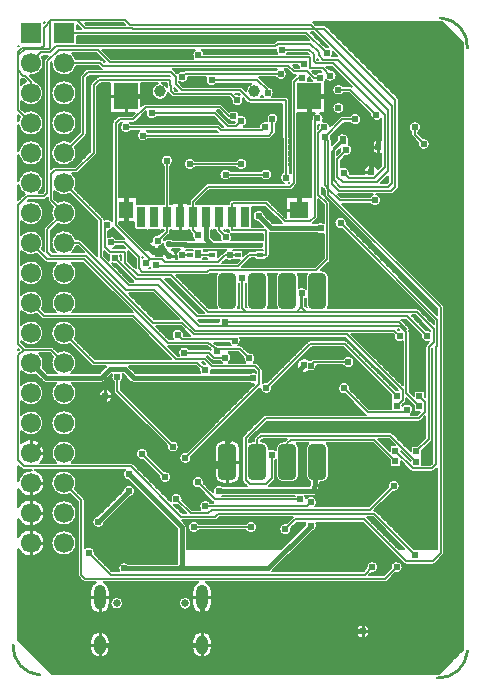
<source format=gbl>
G04*
G04 #@! TF.GenerationSoftware,Altium Limited,Altium Designer,20.0.13 (296)*
G04*
G04 Layer_Physical_Order=2*
G04 Layer_Color=16711680*
%FSLAX24Y24*%
%MOIN*%
G70*
G01*
G75*
%ADD10C,0.0100*%
%ADD14C,0.0060*%
%ADD17C,0.0050*%
G04:AMPARAMS|DCode=19|XSize=20mil|YSize=20mil|CornerRadius=5mil|HoleSize=0mil|Usage=FLASHONLY|Rotation=180.000|XOffset=0mil|YOffset=0mil|HoleType=Round|Shape=RoundedRectangle|*
%AMROUNDEDRECTD19*
21,1,0.0200,0.0100,0,0,180.0*
21,1,0.0100,0.0200,0,0,180.0*
1,1,0.0100,-0.0050,0.0050*
1,1,0.0100,0.0050,0.0050*
1,1,0.0100,0.0050,-0.0050*
1,1,0.0100,-0.0050,-0.0050*
%
%ADD19ROUNDEDRECTD19*%
%ADD20R,0.0197X0.0157*%
%ADD64C,0.0150*%
%ADD65C,0.0669*%
%ADD66R,0.0669X0.0669*%
%ADD67C,0.0394*%
%ADD68C,0.0256*%
%ADD69O,0.0394X0.0630*%
%ADD70O,0.0394X0.0827*%
%ADD71C,0.0240*%
G04:AMPARAMS|DCode=72|XSize=120mil|YSize=60mil|CornerRadius=15mil|HoleSize=0mil|Usage=FLASHONLY|Rotation=90.000|XOffset=0mil|YOffset=0mil|HoleType=Round|Shape=RoundedRectangle|*
%AMROUNDEDRECTD72*
21,1,0.1200,0.0300,0,0,90.0*
21,1,0.0900,0.0600,0,0,90.0*
1,1,0.0300,0.0150,0.0450*
1,1,0.0300,0.0150,-0.0450*
1,1,0.0300,-0.0150,-0.0450*
1,1,0.0300,-0.0150,0.0450*
%
%ADD72ROUNDEDRECTD72*%
%ADD73R,0.0197X0.0197*%
%ADD74R,0.0800X0.0866*%
%ADD75R,0.0630X0.0551*%
%ADD76R,0.0472X0.0551*%
%ADD77R,0.0276X0.0709*%
D10*
X30250Y33500D02*
G03*
X29350Y34500I-950J50D01*
G01*
X29250Y12500D02*
G03*
X30250Y13400I50J950D01*
G01*
X15100Y13600D02*
G03*
X16000Y12600I950J-50D01*
G01*
X27280Y30200D02*
Y30420D01*
X27060Y30200D02*
X27280D01*
Y29980D02*
Y30200D01*
X26810Y29380D02*
X27030D01*
Y29600D01*
X24961Y31893D02*
X25461D01*
X24961Y31359D02*
Y31893D01*
X24646Y28113D02*
Y28489D01*
X24231Y28113D02*
X24646D01*
X22250Y19700D02*
Y20400D01*
X26760Y14050D02*
Y14270D01*
Y14050D02*
X26980D01*
X26540D02*
X26760D01*
Y13830D02*
Y14050D01*
X21850Y19700D02*
X22250D01*
X22650D01*
X22250Y19000D02*
Y19700D01*
X21403Y15183D02*
X21700D01*
X21403Y13608D02*
X21700D01*
X21403Y14669D02*
Y15183D01*
Y13193D02*
Y13608D01*
Y14023D01*
X20669Y27866D02*
Y28320D01*
X18858Y31893D02*
X19358D01*
X20669Y27412D02*
Y27866D01*
X20300Y26550D02*
X20500D01*
X19750Y26800D02*
X19970D01*
X19530D02*
X19750D01*
X18858Y31359D02*
Y31893D01*
X18358D02*
X18858D01*
Y27737D02*
Y28113D01*
Y28489D01*
X18185Y21897D02*
Y22117D01*
Y21677D02*
Y21897D01*
X18405D01*
X17965D02*
X18185D01*
X21106Y15183D02*
X21403D01*
X21106Y13608D02*
X21403D01*
X15700Y20000D02*
X16135D01*
X15700D02*
Y20435D01*
Y19000D02*
X16135D01*
X15700Y18565D02*
Y19000D01*
Y18000D02*
Y18435D01*
Y18000D02*
X16135D01*
X15700Y17565D02*
Y18000D01*
Y17000D02*
Y17435D01*
X17997Y14669D02*
Y15183D01*
X18294D01*
X17997Y13608D02*
Y14023D01*
Y13608D02*
X18294D01*
X17997Y13193D02*
Y13608D01*
X17700Y15183D02*
X17997D01*
X17700Y13608D02*
X17997D01*
X15700Y17000D02*
X16135D01*
X15700Y16565D02*
Y17000D01*
X24961Y31893D02*
X25461D01*
X24961Y31359D02*
Y31893D01*
X27280Y30200D02*
Y30420D01*
X27060Y30200D02*
X27280D01*
Y29980D02*
Y30200D01*
X27030Y29380D02*
Y29600D01*
X26810Y29380D02*
X27030D01*
X24646Y28113D02*
Y28489D01*
X24231Y28113D02*
X24646D01*
X18358Y31893D02*
X18858D01*
X19358D01*
X18858Y31359D02*
Y31893D01*
X20669Y27866D02*
Y28320D01*
Y27412D02*
Y27866D01*
X20300Y26550D02*
X20500D01*
X18858Y27737D02*
Y28113D01*
Y28489D01*
X19750Y26800D02*
X19970D01*
X19530D02*
X19750D01*
D14*
X28500Y30600D02*
X28800Y30300D01*
X28500Y30600D02*
Y30850D01*
X27610Y29390D02*
Y31425D01*
X25190Y32990D02*
X25775D01*
X25480Y34140D02*
X27850Y31770D01*
X25027Y34270D02*
X27730Y31567D01*
X27135Y29170D02*
X27490Y29525D01*
X27250Y29030D02*
X27610Y29390D01*
X27730Y29000D02*
Y31567D01*
X27850Y28875D02*
Y31770D01*
X25775Y32990D02*
X27490Y31275D01*
X25925Y33110D02*
X27610Y31425D01*
X18990Y34270D02*
X25027D01*
X25426Y33110D02*
X25925D01*
X27490Y29525D02*
Y31275D01*
X27715Y28740D02*
X27850Y28875D01*
X27605D02*
X27730Y29000D01*
X26350Y32100D02*
X27200Y31250D01*
X25950Y32100D02*
X26350D01*
X22366Y31964D02*
X22580Y31750D01*
X20467Y31964D02*
X22366D01*
X25610Y28804D02*
Y30408D01*
Y28610D02*
Y28804D01*
X25989Y28425D01*
X25490Y28924D02*
X25610Y28804D01*
X21890Y23470D02*
X22662D01*
X22180Y26600D02*
X22325D01*
X19550Y26340D02*
X19661Y26451D01*
X21360Y26600D02*
X21750D01*
X21280D02*
X21360D01*
X21280Y26680D02*
X21360Y26600D01*
X28000Y24242D02*
X28163Y24078D01*
X21296Y24242D02*
X28000D01*
X24555Y24700D02*
X24875D01*
X22875D02*
X24555D01*
X21600D02*
X22875D01*
X21250Y23010D02*
X21510Y22750D01*
X21790Y23180D02*
X22180D01*
X21630Y23340D02*
X21790Y23180D01*
X20810Y23340D02*
X21630D01*
X20593Y23932D02*
X20730Y23795D01*
X22440D01*
X22490Y23745D01*
X26082Y31120D02*
X26510D01*
X25490Y30528D02*
X26082Y31120D01*
X25490Y30528D02*
X25610Y30408D01*
Y28610D02*
X29366Y24854D01*
Y16666D02*
Y24854D01*
X29090Y16390D02*
X29366Y16666D01*
X28210Y16390D02*
X29090D01*
X26817Y17783D02*
X28210Y16390D01*
X24510Y17783D02*
X26817D01*
X24180Y17453D02*
X24510Y17783D01*
X21130Y17530D02*
X23035D01*
X21720Y32420D02*
X23250D01*
X23588Y32082D01*
Y32010D02*
Y32082D01*
X19430Y30580D02*
X23625D01*
X23750Y30705D01*
Y31140D01*
X18490Y26500D02*
X19190Y25800D01*
X20010D01*
X21250Y24560D01*
X28250D01*
X28910Y23900D01*
X16800Y19000D02*
X17375Y18425D01*
Y15935D02*
Y18425D01*
Y15935D02*
X17500Y15810D01*
X27510D01*
X27890Y16190D01*
X22662Y23470D02*
X22980Y23152D01*
X21605Y23675D02*
X21890Y23470D01*
X17484Y26450D02*
X20259Y23675D01*
X15700Y27000D02*
X16250Y26450D01*
X17484D01*
X20259Y23675D02*
X21605D01*
X21890Y23470D01*
Y23390D02*
Y23470D01*
X22190Y29280D02*
X23540D01*
X18870Y30860D02*
X21925D01*
X22020Y30765D01*
X23403D01*
X23498Y30860D01*
X16800Y27000D02*
X17304D01*
X18869Y25435D01*
X19815D01*
X21175Y24075D01*
X27810D01*
X27990Y23895D01*
X22530Y30885D02*
X22715Y31070D01*
X22265Y30885D02*
X22530D01*
X21835Y31315D02*
X22265Y30885D01*
X19730Y31315D02*
X21835D01*
X17625Y16675D02*
X18360Y15940D01*
X26827D01*
X27077Y16190D01*
X22310Y31220D02*
X22450D01*
X22000Y31530D02*
X22310Y31220D01*
X19520Y31530D02*
X22000D01*
X19115Y31125D02*
X19520Y31530D01*
X18655Y31125D02*
X19115D01*
X18530Y31000D02*
X18655Y31125D01*
X18530Y27583D02*
Y31000D01*
Y27583D02*
X19661Y26451D01*
X19675Y26465D01*
X20070D01*
X20175Y26360D02*
X21940D01*
X24605Y32510D02*
X24750D01*
X24470Y32375D02*
X24605Y32510D01*
X24470Y29000D02*
Y32375D01*
X24345Y28875D02*
X24470Y29000D01*
X21602Y28875D02*
X24345D01*
X21102Y28375D02*
X21602Y28875D01*
X21102Y27866D02*
Y28375D01*
X19860Y26255D02*
X19889Y26226D01*
X22606D01*
X22980Y26600D01*
X23350D01*
X27900Y21560D02*
X28088Y21748D01*
Y22090D01*
X26223Y23955D02*
X28088Y22090D01*
X21125Y23955D02*
X26223D01*
X20744Y24336D02*
X21125Y23955D01*
X19778Y24336D02*
X20744D01*
X17544Y26570D02*
X19778Y24336D01*
X16380Y26570D02*
X17544D01*
X16250Y26700D02*
X16380Y26570D01*
X16250Y26700D02*
Y27450D01*
X16800Y28000D01*
X16370Y28430D02*
X16800Y28000D01*
X16370Y28430D02*
Y29300D01*
X16500Y29430D01*
X17210D01*
X17790Y30010D01*
Y32250D01*
X17980Y32440D01*
X20330D01*
X20381Y32050D01*
X20467Y31964D01*
X22155Y24350D02*
X27985D01*
X28210Y24125D01*
X28163Y24078D02*
X28210Y24125D01*
X28163Y24078D02*
X28208Y24033D01*
Y21992D02*
X28650Y21550D01*
X16800Y30000D02*
X17440Y30640D01*
Y32530D01*
X17600Y32690D01*
X20375D01*
X20519Y32546D01*
Y32303D02*
Y32546D01*
Y32303D02*
X20732Y32090D01*
X22670D01*
X23000Y31760D01*
X24195D01*
X24205Y29180D01*
X28550Y20050D02*
X28960Y20460D01*
Y23528D02*
X29126Y23694D01*
X24875Y24700D02*
X28554D01*
X24730Y24845D02*
X24875Y24700D01*
X24730Y24845D02*
Y25325D01*
X18160Y27510D02*
X18250Y27600D01*
X18160Y26875D02*
Y27510D01*
Y26875D02*
X18325Y26710D01*
X18820D01*
X18830Y26342D01*
X19252Y25920D01*
X20380D01*
X21600Y24700D01*
X28554D02*
X29126Y24128D01*
Y23694D02*
Y24128D01*
X28960Y20460D02*
Y23528D01*
X24715Y25310D02*
X24730Y25325D01*
X24715Y24860D02*
Y25310D01*
X24555Y24700D02*
X24715Y24860D01*
X22750Y24825D02*
X22875Y24700D01*
X22750Y24825D02*
Y25835D01*
X25125Y32510D02*
X25350D01*
X24915Y32720D02*
X25125Y32510D01*
X24470Y32720D02*
X24915D01*
X24280Y32910D02*
X24470Y32720D01*
X18100Y32910D02*
X24280D01*
X18010Y33000D02*
X18100Y32910D01*
X16800Y33000D02*
X18010D01*
X20236Y27866D02*
Y29741D01*
Y27380D02*
Y27866D01*
X19936Y27080D02*
X20236Y27380D01*
X20740Y26600D02*
X21000D01*
X15480Y23430D02*
X16370D01*
X15270Y23250D02*
X15480Y23430D01*
X15270Y19750D02*
Y23250D01*
Y19750D02*
X15467Y19553D01*
X19037D01*
X20715Y17875D01*
X21840D01*
X21935Y17970D01*
X27140D01*
X28510Y16600D01*
X25280Y30650D02*
X25480Y30850D01*
X25280Y28610D02*
Y30650D01*
Y28610D02*
X25570Y28320D01*
Y26450D02*
Y28320D01*
X25210Y26090D02*
X25570Y26450D01*
X21630Y26090D02*
X25210D01*
X21580Y26040D02*
X21630Y26090D01*
X19418Y26040D02*
X21580D01*
X19301Y26157D02*
X19418Y26040D01*
X19301Y26157D02*
Y26519D01*
X18800Y27020D02*
X19301Y26519D01*
X18370Y27020D02*
X18800D01*
X23250Y19700D02*
Y20455D01*
X23375Y20580D01*
X27680D01*
X28550Y19710D01*
X24070Y33435D02*
X24985D01*
X25120Y33300D01*
Y33060D02*
Y33300D01*
Y33060D02*
X25190Y32990D01*
X26290Y29170D02*
X27135D01*
X26120Y29340D02*
X26290Y29170D01*
X19400Y19970D02*
X20176Y19194D01*
X28650Y21890D02*
X28840Y21700D01*
Y21375D02*
Y21700D01*
X28625Y21160D02*
X28840Y21375D01*
X23520Y21160D02*
X28625D01*
X22860Y20500D02*
X23520Y21160D01*
X22860Y19090D02*
Y20500D01*
Y19090D02*
X23000Y18950D01*
X23525D01*
X23730Y19155D01*
Y19935D01*
X25790Y30156D02*
X26090Y30456D01*
X25790Y29090D02*
Y30156D01*
Y29090D02*
X26005Y28875D01*
X27605D01*
X18830Y34430D02*
X18990Y34270D01*
X16380Y34430D02*
X18830D01*
X16125Y34175D02*
X16380Y34430D01*
X16125Y33580D02*
Y34175D01*
X16045Y33500D02*
X16125Y33580D01*
X15395Y33500D02*
X16045D01*
X15270Y33375D02*
X15395Y33500D01*
X15270Y31430D02*
Y33375D01*
Y31430D02*
X15700Y31000D01*
X25750Y30030D02*
X26110Y30390D01*
X25750Y28970D02*
Y30030D01*
Y28970D02*
X25980Y28740D01*
X27715D01*
X19100Y34140D02*
X25480D01*
X19080Y34160D02*
X19100Y34140D01*
X17500Y34160D02*
X19080D01*
X17230Y34430D02*
X17500Y34160D01*
X16320Y34430D02*
X17230D01*
X16320Y33500D02*
Y34430D01*
X16290Y33470D02*
X16320Y33500D01*
X15490Y33470D02*
X16290D01*
X15270Y33250D02*
X15490Y33470D01*
X15270Y32750D02*
Y33250D01*
Y32750D02*
X15450Y32570D01*
X15505D01*
X15700Y32375D01*
Y32000D02*
Y32375D01*
X25140Y23030D02*
X26280D01*
X25020Y22910D02*
X25140Y23030D01*
X22402Y27866D02*
Y28300D01*
X22419Y28317D01*
X23550D01*
X24153Y27715D01*
X25000D01*
X25160Y27875D01*
Y31060D01*
X25250Y31150D01*
X21940Y26360D02*
X22180Y26600D01*
X20070Y26465D02*
X20175Y26360D01*
X28208Y21992D02*
Y24033D01*
X19940Y25597D02*
X21296Y24242D01*
X18956Y25597D02*
X19940D01*
X18023Y26530D02*
X18956Y25597D01*
X18023Y26530D02*
Y27777D01*
X16800Y29000D02*
X18023Y27777D01*
X20550Y18470D02*
X21025Y17995D01*
X21615D01*
X21720Y18100D01*
X27000D01*
X27800Y18900D01*
X21830Y18450D02*
X24670D01*
X21260Y19020D02*
X21830Y18450D01*
X25426Y32836D02*
X25682Y32580D01*
X25009Y32836D02*
X25426D01*
X25000Y32845D02*
X25009Y32836D01*
X25000Y32845D02*
Y33180D01*
X24990Y33190D02*
X25000Y33180D01*
X21360Y33190D02*
X24990D01*
X21280Y33270D02*
X21360Y33190D01*
X27850Y20070D02*
X28430Y19490D01*
X29065D01*
X29200Y19625D01*
Y23528D01*
X29246Y23574D01*
Y24444D01*
X26020Y27670D02*
X29246Y24444D01*
X20845Y32635D02*
X24030D01*
X20750Y32540D02*
X20845Y32635D01*
X21969Y27422D02*
Y27866D01*
Y27422D02*
X22200Y27190D01*
X22325Y26600D02*
X22600D01*
X24905Y18230D02*
X25030Y18355D01*
X21510Y18230D02*
X24905D01*
X17790Y23010D02*
X21250D01*
X16800Y24000D02*
X17790Y23010D01*
X21000Y29630D02*
X22710D01*
X21102Y27430D02*
X21280Y27252D01*
X21102Y27430D02*
Y27866D01*
X20850Y19840D02*
X23310Y22300D01*
Y22750D01*
X23170Y22890D02*
X23310Y22750D01*
X21734Y22890D02*
X23170D01*
X21494Y23130D02*
X21734Y22890D01*
X20540Y23130D02*
X21494D01*
X19100Y24570D02*
X20540Y23130D01*
X16130Y24570D02*
X19100D01*
X15700Y25000D02*
X16130Y24570D01*
X18580Y22060D02*
Y22530D01*
Y22060D02*
X20430Y20210D01*
X25490Y28924D02*
Y30528D01*
X25989Y28425D02*
X27171D01*
X15700Y33000D02*
X16050Y33350D01*
X16340D01*
X16540Y33550D01*
X23850D01*
X23945Y33645D01*
X24998D01*
X25286Y33357D01*
Y33250D02*
Y33357D01*
Y33250D02*
X25426Y33110D01*
X26090Y29030D02*
X27250D01*
X25910Y29210D02*
X26090Y29030D01*
X25910Y29210D02*
Y29785D01*
X26215Y30090D01*
X24740Y33030D02*
X24790Y32980D01*
X18320Y33030D02*
X24740D01*
X17920Y33430D02*
X18320Y33030D01*
X16629Y33430D02*
X17920D01*
X16250Y33051D02*
X16629Y33430D01*
X16250Y28675D02*
Y33051D01*
X16125Y28550D02*
X16250Y28675D01*
X15570Y28550D02*
X16125D01*
X15270Y28250D02*
X15570Y28550D01*
X15270Y23640D02*
Y28250D01*
Y23640D02*
X15480Y23430D01*
X16370D02*
X16800Y23000D01*
X26137Y22153D02*
X26930Y21360D01*
X28155D01*
X28240Y21445D01*
X24885Y34000D02*
X25560Y33325D01*
X16800Y34000D02*
X24885D01*
X26164Y23636D02*
X27900Y21900D01*
X25006Y23636D02*
X26164D01*
X23540Y22170D02*
X25006Y23636D01*
X22402Y27430D02*
Y27866D01*
Y27430D02*
X22412Y27420D01*
X23530D01*
X23540Y27410D01*
Y26620D02*
Y27410D01*
X23520Y26600D02*
X23540Y26620D01*
X23350Y26600D02*
X23520D01*
X24250Y19700D02*
Y20315D01*
X24375Y20440D01*
X27140D01*
X27850Y19730D01*
D17*
X26014Y30132D02*
G03*
X26014Y30051I201J-42D01*
G01*
X27106Y28619D02*
G03*
X27001Y28540I65J-194D01*
G01*
X25765Y33325D02*
G03*
X25759Y33375I-205J0D01*
G01*
X25739Y33225D02*
G03*
X25765Y33325I-179J100D01*
G01*
X25946Y28630D02*
G03*
X25980Y28625I34J110D01*
G01*
X25946Y28630D02*
G03*
X25980Y28625I34J110D01*
G01*
X26221Y27631D02*
G03*
X26225Y27670I-201J39D01*
G01*
D02*
G03*
X26059Y27469I-205J0D01*
G01*
X25610Y33524D02*
G03*
X25521Y33526I-50J-199D01*
G01*
X25495Y28610D02*
G03*
X25529Y28529I115J0D01*
G01*
X25495Y28610D02*
G03*
X25529Y28528I115J0D01*
G01*
X25685Y28320D02*
G03*
X25651Y28402I-115J0D01*
G01*
X25685Y28320D02*
G03*
X25651Y28401I-115J0D01*
G01*
X25387Y32712D02*
G03*
X25180Y32625I-37J-202D01*
G01*
X25302Y30952D02*
G03*
X25275Y30850I178J-102D01*
G01*
D02*
G03*
X25279Y30811I205J0D01*
G01*
X25241Y27793D02*
G03*
X25275Y27875I-81J82D01*
G01*
X25241Y27794D02*
G03*
X25275Y27875I-81J81D01*
G01*
X25455Y27671D02*
G03*
X25231Y27650I-95J-181D01*
G01*
Y27330D02*
G03*
X25455Y27309I128J160D01*
G01*
X28635Y24781D02*
G03*
X28554Y24815I-81J-81D01*
G01*
X28635Y24781D02*
G03*
X28554Y24815I-82J-81D01*
G01*
X25651Y26368D02*
G03*
X25685Y26450I-81J82D01*
G01*
X25651Y26369D02*
G03*
X25685Y26450I-81J81D01*
G01*
X25635Y25850D02*
G03*
X25400Y26085I-235J0D01*
G01*
X25592Y24815D02*
G03*
X25635Y24950I-192J135D01*
G01*
X24596Y32915D02*
G03*
X24645Y32835I194J65D01*
G01*
X25043Y32429D02*
G03*
X25067Y32411I82J81D01*
G01*
X24929D02*
G03*
X24955Y32510I-179J99D01*
G01*
X24389Y32639D02*
G03*
X24470Y32605I81J81D01*
G01*
X24388Y32639D02*
G03*
X24470Y32605I82J81D01*
G01*
X24389Y32457D02*
G03*
X24355Y32375I81J-82D01*
G01*
X24389Y32456D02*
G03*
X24355Y32375I81J-81D01*
G01*
X23945Y33760D02*
G03*
X23863Y33726I0J-115D01*
G01*
X23945Y33760D02*
G03*
X23864Y33726I0J-115D01*
G01*
X23865Y33436D02*
G03*
X23911Y33305I205J-1D01*
G01*
X24235Y32635D02*
G03*
X24158Y32795I-205J0D01*
G01*
X23902D02*
G03*
X23860Y32750I128J-160D01*
G01*
X23331Y32501D02*
G03*
X23307Y32520I-81J-81D01*
G01*
X23860D02*
G03*
X24235Y32635I170J115D01*
G01*
X23332Y32501D02*
G03*
X23307Y32520I-82J-81D01*
G01*
X22752Y32171D02*
G03*
X22670Y32205I-82J-81D01*
G01*
X22751Y32171D02*
G03*
X22670Y32205I-81J-81D01*
G01*
X23793Y32010D02*
G03*
X23620Y32212I-205J0D01*
G01*
X23742Y31875D02*
G03*
X23793Y32010I-154J135D01*
G01*
X23402Y31924D02*
G03*
X23434Y31875I186J86D01*
G01*
X24310Y31760D02*
G03*
X24195Y31875I-115J-0D01*
G01*
X24310Y31760D02*
G03*
X24195Y31875I-115J-0D01*
G01*
X23030Y32305D02*
G03*
X22868Y32055I120J-255D01*
G01*
X23030Y32305D02*
G03*
X22868Y32055I120J-255D01*
G01*
X23371Y31875D02*
G03*
X23402Y31924I-221J175D01*
G01*
X23371Y31875D02*
G03*
X23402Y31924I-221J175D01*
G01*
X22658Y31940D02*
G03*
X22541Y31951I-78J-190D01*
G01*
X22277Y31110D02*
G03*
X22505Y31022I173J110D01*
G01*
X22228Y31139D02*
G03*
X22277Y31110I82J81D01*
G01*
X22229Y31139D02*
G03*
X22277Y31110I81J81D01*
G01*
X24355Y29320D02*
G03*
X24319Y29350I-150J-140D01*
G01*
X24282Y28990D02*
G03*
X24313Y29006I-77J190D01*
G01*
X24901Y25975D02*
G03*
X24865Y25850I199J-125D01*
G01*
X24635D02*
G03*
X24599Y25975I-235J0D01*
G01*
X23655Y27336D02*
G03*
X23700Y27330I45J154D01*
G01*
X23655Y27336D02*
G03*
X23700Y27330I45J154D01*
G01*
X23621Y26539D02*
G03*
X23655Y26620I-81J81D01*
G01*
X23621Y26538D02*
G03*
X23655Y26620I-81J82D01*
G01*
X23533Y26486D02*
G03*
X23602Y26519I-13J114D01*
G01*
X23901Y25975D02*
G03*
X23865Y25850I199J-125D01*
G01*
X23533Y26486D02*
G03*
X23601Y26519I-13J114D01*
G01*
X23635Y25850D02*
G03*
X23599Y25975I-235J0D01*
G01*
X24865Y25479D02*
G03*
X24635Y25507I-135J-154D01*
G01*
X24865Y24950D02*
G03*
X24887Y24851I235J0D01*
G01*
X23865Y24950D02*
G03*
X23908Y24815I235J0D01*
G01*
X23592D02*
G03*
X23635Y24950I-192J135D01*
G01*
X23494Y27923D02*
G03*
X23267Y27696I-204J-23D01*
G01*
X22287Y27427D02*
G03*
X22307Y27365I115J3D01*
G01*
X22361Y27317D02*
G03*
X22412Y27305I50J103D01*
G01*
X22361Y27317D02*
G03*
X22412Y27305I50J103D01*
G01*
X22405Y27190D02*
G03*
X22361Y27317I-205J0D01*
G01*
X22381Y27095D02*
G03*
X22405Y27190I-181J95D01*
G01*
X22307Y27365D02*
G03*
X22161Y27391I-107J-175D01*
G01*
X22287Y27427D02*
G03*
X22307Y27365I115J3D01*
G01*
X22980Y26715D02*
G03*
X22899Y26681I0J-115D01*
G01*
X22980Y26715D02*
G03*
X22898Y26681I0J-115D01*
G01*
X22218Y26775D02*
G03*
X22153Y26712I107J-175D01*
G01*
X22189Y26446D02*
G03*
X22448Y26436I136J154D01*
G01*
X22865Y24950D02*
G03*
X22887Y24851I235J0D01*
G01*
X22592Y24815D02*
G03*
X22635Y24950I-192J135D01*
G01*
X29011Y24079D02*
G03*
X28871Y24101I-101J-179D01*
G01*
X28709Y23939D02*
G03*
X28975Y23705I201J-39D01*
G01*
X28879Y23610D02*
G03*
X28845Y23528I81J-82D01*
G01*
X28879Y23610D02*
G03*
X28845Y23528I81J-81D01*
G01*
X28355Y21275D02*
G03*
X28445Y21445I-115J170D01*
G01*
X28325Y24125D02*
G03*
X28291Y24206I-115J0D01*
G01*
X28315Y24077D02*
G03*
X28325Y24125I-105J48D01*
G01*
X28315Y24077D02*
G03*
X28325Y24125I-105J48D01*
G01*
D02*
G03*
X28291Y24207I-115J0D01*
G01*
X28323Y24033D02*
G03*
X28315Y24077I-115J0D01*
G01*
X28323Y24033D02*
G03*
X28315Y24077I-115J0D01*
G01*
X27789Y23934D02*
G03*
X28093Y23718I201J-39D01*
G01*
X28170Y21667D02*
G03*
X28203Y21748I-81J82D01*
G01*
X28170Y21667D02*
G03*
X28203Y21748I-81J81D01*
G01*
X28445Y21445D02*
G03*
X28083Y21577I-205J0D01*
G01*
X29041Y20378D02*
G03*
X29075Y20460I-81J82D01*
G01*
X29041Y20379D02*
G03*
X29075Y20460I-81J81D01*
G01*
X28625Y21045D02*
G03*
X28707Y21079I0J115D01*
G01*
X28625Y21045D02*
G03*
X28706Y21079I0J115D01*
G01*
X29065Y19375D02*
G03*
X29147Y19409I0J115D01*
G01*
X28348D02*
G03*
X28430Y19375I82J81D01*
G01*
X29065D02*
G03*
X29146Y19409I0J115D01*
G01*
X28349D02*
G03*
X28430Y19375I81J81D01*
G01*
X28543Y16802D02*
G03*
X28477Y16802I-33J-202D01*
G01*
X27761Y18699D02*
G03*
X28005Y18900I39J201D01*
G01*
D02*
G03*
X27599Y18861I-205J0D01*
G01*
X26245Y23718D02*
G03*
X26164Y23751I-81J-81D01*
G01*
X25006D02*
G03*
X24925Y23718I0J-115D01*
G01*
X26245Y23717D02*
G03*
X26164Y23751I-82J-81D01*
G01*
X25006D02*
G03*
X24925Y23717I0J-115D01*
G01*
X27762Y20661D02*
G03*
X27680Y20695I-82J-81D01*
G01*
X27761Y20661D02*
G03*
X27680Y20695I-81J-81D01*
G01*
X23579Y22371D02*
G03*
X23425Y22340I-39J-201D01*
G01*
X25635Y20150D02*
G03*
X25557Y20325I-235J0D01*
G01*
X24943D02*
G03*
X24865Y20150I157J-175D01*
G01*
X24635D02*
G03*
X24557Y20325I-235J0D01*
G01*
X24100Y20385D02*
G03*
X23865Y20150I0J-235D01*
G01*
X22618Y23585D02*
G03*
X22695Y23745I-128J160D01*
G01*
X22743Y23551D02*
G03*
X22662Y23585I-81J-81D01*
G01*
X22695Y23745D02*
G03*
X22672Y23840I-205J0D01*
G01*
X23185Y23152D02*
G03*
X22941Y23353I-205J0D01*
G01*
X22743Y23551D02*
G03*
X22662Y23585I-82J-81D01*
G01*
X22296Y23680D02*
G03*
X22362Y23585I194J65D01*
G01*
X22385Y23180D02*
G03*
X22287Y23355I-205J0D01*
G01*
X23425Y22750D02*
G03*
X23391Y22831I-115J0D01*
G01*
X23425Y22750D02*
G03*
X23391Y22832I-115J0D01*
G01*
X23375Y20695D02*
G03*
X23294Y20661I0J-115D01*
G01*
X23635Y20150D02*
G03*
X23400Y20385I-235J0D01*
G01*
X23375Y20695D02*
G03*
X23293Y20661I0J-115D01*
G01*
X23251Y22971D02*
G03*
X23170Y23005I-81J-81D01*
G01*
X23252Y22971D02*
G03*
X23170Y23005I-82J-81D01*
G01*
X23123D02*
G03*
X23185Y23152I-143J147D01*
G01*
X22779Y23190D02*
G03*
X22837Y23005I201J-39D01*
G01*
X22287D02*
G03*
X22385Y23180I-107J175D01*
G01*
X23195Y22672D02*
G03*
X22972Y22650I-95J-182D01*
G01*
X23169Y20537D02*
G03*
X23135Y20455I81J-82D01*
G01*
X23169Y20536D02*
G03*
X23135Y20455I81J-81D01*
G01*
X23100Y20385D02*
G03*
X22975Y20349I0J-235D01*
G01*
X25400Y19015D02*
G03*
X25635Y19250I0J235D01*
G01*
X24865D02*
G03*
X25003Y19036I235J0D01*
G01*
X27222Y18051D02*
G03*
X27147Y18085I-82J-81D01*
G01*
X27221Y18051D02*
G03*
X27147Y18085I-81J-81D01*
G01*
X25125Y18570D02*
G03*
X25284Y18710I0J160D01*
G01*
X25125Y18570D02*
G03*
X25284Y18710I0J160D01*
G01*
X25235Y18355D02*
G03*
X24872Y18485I-205J0D01*
G01*
D02*
G03*
X24836Y18570I-202J-36D01*
G01*
X25180Y18215D02*
G03*
X25235Y18355I-150J140D01*
G01*
X24848Y17668D02*
G03*
X24826Y17595I182J-95D01*
G01*
X23865Y20089D02*
G03*
X23635Y20117I-135J-154D01*
G01*
X24400Y19015D02*
G03*
X24635Y19250I0J235D01*
G01*
X23811Y19074D02*
G03*
X23845Y19155I-81J81D01*
G01*
X23811Y19073D02*
G03*
X23845Y19155I-81J82D01*
G01*
X24219Y17654D02*
G03*
X24385Y17453I-39J-201D01*
G01*
X23865Y19250D02*
G03*
X24100Y19015I235J0D01*
G01*
X23240Y17530D02*
G03*
X22865Y17645I-205J0D01*
G01*
X24385Y17453D02*
G03*
X24381Y17491I-205J0D01*
G01*
X22865Y17415D02*
G03*
X23240Y17530I170J115D01*
G01*
X21482Y33305D02*
G03*
X21402Y33435I-202J-35D01*
G01*
X21158D02*
G03*
X21118Y33145I122J-165D01*
G01*
X20845Y32750D02*
G03*
X20797Y32740I0J-115D01*
G01*
X20845Y32750D02*
G03*
X20797Y32740I0J-115D01*
G01*
X18019Y32829D02*
G03*
X18053Y32805I81J81D01*
G01*
X20456Y32771D02*
G03*
X20422Y32795I-81J-81D01*
G01*
X18018Y32829D02*
G03*
X18053Y32805I82J81D01*
G01*
X18092Y33081D02*
G03*
X18010Y33115I-82J-81D01*
G01*
X18091Y33081D02*
G03*
X18010Y33115I-81J-81D01*
G01*
X20457Y32771D02*
G03*
X20422Y32795I-82J-81D01*
G01*
X20797Y32740D02*
G03*
X20577Y32650I-47J-200D01*
G01*
X17980Y32555D02*
G03*
X17899Y32521I0J-115D01*
G01*
X21541Y32520D02*
G03*
X21890Y32305I179J-100D01*
G01*
X20634Y32371D02*
G03*
X20954Y32520I116J169D01*
G01*
X20247Y32185D02*
G03*
X20062Y32325I-247J-135D01*
G01*
X20247Y32185D02*
G03*
X20062Y32325I-247J-135D01*
G01*
X17980Y32555D02*
G03*
X17898Y32521I0J-115D01*
G01*
X17709Y32332D02*
G03*
X17675Y32250I81J-82D01*
G01*
X17709Y32331D02*
G03*
X17675Y32250I81J-81D01*
G01*
X17600Y32805D02*
G03*
X17518Y32771I0J-115D01*
G01*
X17600Y32805D02*
G03*
X17519Y32771I0J-115D01*
G01*
X17359Y32612D02*
G03*
X17325Y32530I81J-82D01*
G01*
X17359Y32611D02*
G03*
X17325Y32530I81J-81D01*
G01*
X21916Y31396D02*
G03*
X21892Y31415I-81J-81D01*
G01*
X21917Y31396D02*
G03*
X21892Y31415I-82J-81D01*
G01*
X19537Y31385D02*
G03*
X19900Y31200I193J-70D01*
G01*
X19115Y31010D02*
G03*
X19197Y31044I0J115D01*
G01*
X19115Y31010D02*
G03*
X19196Y31044I0J115D01*
G01*
X19040Y30975D02*
G03*
X19010Y31010I-170J-115D01*
G01*
X22006Y30941D02*
G03*
X21925Y30975I-81J-81D01*
G01*
X22007Y30941D02*
G03*
X21925Y30975I-82J-81D01*
G01*
X21853Y27422D02*
G03*
X21887Y27340I115J0D01*
G01*
X21853Y27422D02*
G03*
X21887Y27340I115J0D01*
G01*
X19600Y30695D02*
G03*
X19552Y30745I-170J-115D01*
G01*
X18275Y27397D02*
G03*
X18437Y27515I-25J203D01*
G01*
X17521Y30559D02*
G03*
X17555Y30640I-81J81D01*
G01*
X17521Y30558D02*
G03*
X17555Y30640I-81J82D01*
G01*
X17204Y33115D02*
G03*
X17077Y33315I-404J-115D01*
G01*
X16381Y33019D02*
G03*
X17204Y32885I419J-19D01*
G01*
X16169Y33132D02*
G03*
X16135Y33051I81J-82D01*
G01*
X16169Y33132D02*
G03*
X16135Y33051I81J-81D01*
G01*
X17220Y32000D02*
G03*
X17220Y32000I-420J0D01*
G01*
Y31000D02*
G03*
X17220Y31000I-420J0D01*
G01*
X17004Y30367D02*
G03*
X17220Y30000I-204J-367D01*
G01*
X16120Y33000D02*
G03*
X16067Y33204I-420J0D01*
G01*
X15655Y32583D02*
G03*
X16120Y33000I45J417D01*
G01*
X15811Y32405D02*
G03*
X15781Y32457I-111J-30D01*
G01*
X15811Y32405D02*
G03*
X15781Y32456I-111J-30D01*
G01*
X15385Y32475D02*
G03*
X15450Y32455I65J95D01*
G01*
X15385Y32475D02*
G03*
X15450Y32455I65J95D01*
G01*
X16120Y32000D02*
G03*
X15811Y32405I-420J0D01*
G01*
X15529Y32383D02*
G03*
X15385Y32277I171J-383D01*
G01*
Y31723D02*
G03*
X16120Y32000I315J277D01*
G01*
Y31000D02*
G03*
X15496Y31367I-420J0D01*
G01*
X15333Y31204D02*
G03*
X15285Y31062I367J-204D01*
G01*
Y30938D02*
G03*
X16120Y31000I415J62D01*
G01*
Y30000D02*
G03*
X15285Y30062I-420J0D01*
G01*
X17220Y30000D02*
G03*
X17167Y30204I-420J0D01*
G01*
X16485Y28723D02*
G03*
X17004Y28633I315J277D01*
G01*
X16500Y29545D02*
G03*
X16418Y29511I0J-115D01*
G01*
X16500Y29545D02*
G03*
X16419Y29511I0J-115D01*
G01*
X17220Y28000D02*
G03*
X16596Y28367I-420J0D01*
G01*
X16433Y28204D02*
G03*
X16433Y27796I367J-204D01*
G01*
X16596Y27633D02*
G03*
X17220Y28000I204J367D01*
G01*
X16255Y28430D02*
G03*
X16289Y28349I115J0D01*
G01*
X16255Y28430D02*
G03*
X16289Y28348I115J0D01*
G01*
X16125Y28435D02*
G03*
X16207Y28469I0J115D01*
G01*
X16125Y28435D02*
G03*
X16206Y28469I0J115D01*
G01*
X16169Y27532D02*
G03*
X16135Y27450I81J-82D01*
G01*
X16169Y27531D02*
G03*
X16135Y27450I81J-81D01*
G01*
X15285Y29938D02*
G03*
X16120Y30000I415J62D01*
G01*
Y29000D02*
G03*
X15285Y29062I-420J0D01*
G01*
X16120Y28000D02*
G03*
X15587Y28404I-420J0D01*
G01*
X15953Y28665D02*
G03*
X16120Y29000I-253J335D01*
G01*
X15285Y28938D02*
G03*
X15493Y28635I415J62D01*
G01*
X15385Y27723D02*
G03*
X16120Y28000I315J277D01*
G01*
X21999Y27229D02*
G03*
X22019Y27095I201J-39D01*
G01*
X22153Y26712D02*
G03*
X22098Y26681I27J-112D01*
G01*
X22153Y26712D02*
G03*
X22099Y26681I27J-112D01*
G01*
X21482Y26715D02*
G03*
X21462Y26775I-202J-35D01*
G01*
X21580Y25925D02*
G03*
X21661Y25959I0J115D01*
G01*
X21901Y25975D02*
G03*
X21865Y25850I199J-125D01*
G01*
X21580Y25925D02*
G03*
X21662Y25959I0J115D01*
G01*
X21865Y24950D02*
G03*
X21908Y24815I235J0D01*
G01*
X21973Y24445D02*
G03*
X21950Y24357I182J-95D01*
G01*
X19638Y26155D02*
G03*
X19671Y26175I-88J185D01*
G01*
X21953Y23585D02*
G03*
X21915Y23593I-63J-195D01*
G01*
X21709Y23099D02*
G03*
X21790Y23065I81J81D01*
G01*
X21708Y23099D02*
G03*
X21790Y23065I82J81D01*
G01*
X22010D02*
G03*
X22073Y23005I170J115D01*
G01*
X21689Y22650D02*
G03*
X21715Y22750I-179J100D01*
G01*
X21691Y23438D02*
G03*
X21630Y23455I-61J-98D01*
G01*
X21691Y23438D02*
G03*
X21630Y23455I-61J-98D01*
G01*
X21506Y22955D02*
G03*
X21471Y22951I4J-205D01*
G01*
X21309Y22789D02*
G03*
X21331Y22650I201J-39D01*
G01*
X21840Y17760D02*
G03*
X21922Y17794I0J115D01*
G01*
X21840Y17760D02*
G03*
X21921Y17794I0J115D01*
G01*
X21300Y17645D02*
G03*
X21300Y17415I-170J-115D01*
G01*
X20890Y17530D02*
G03*
X20843Y17643I-160J0D01*
G01*
X20890Y17530D02*
G03*
X20843Y17643I-160J0D01*
G01*
X20798Y23932D02*
G03*
X20445Y23790I-205J0D01*
G01*
X20980Y23455D02*
G03*
X20628Y23245I-170J-115D01*
G01*
X20472Y18280D02*
G03*
X20589Y18269I78J190D01*
G01*
X18540Y27135D02*
G03*
X18275Y27202I-170J-115D01*
G01*
X18432Y26825D02*
G03*
X18540Y26905I-62J195D01*
G01*
X18243Y26629D02*
G03*
X18309Y26596I82J81D01*
G01*
X17385Y27081D02*
G03*
X17304Y27115I-82J-81D01*
G01*
X17385Y27081D02*
G03*
X17304Y27115I-81J-81D01*
G01*
X18695Y26500D02*
G03*
X18672Y26595I-205J0D01*
G01*
X18691Y26461D02*
G03*
X18695Y26500I-201J39D01*
G01*
X18400Y26316D02*
G03*
X18529Y26299I90J184D01*
G01*
X18244Y26629D02*
G03*
X18309Y26596I81J81D01*
G01*
Y26596D02*
G03*
X18306Y26410I181J-96D01*
G01*
X17204Y27115D02*
G03*
X16523Y26685I-404J-115D01*
G01*
X17077D02*
G03*
X17204Y26885I-277J315D01*
G01*
X16169Y26369D02*
G03*
X16250Y26335I81J81D01*
G01*
X16168Y26369D02*
G03*
X16250Y26335I82J81D01*
G01*
X16120Y27000D02*
G03*
X15385Y27277I-420J0D01*
G01*
X16067Y26796D02*
G03*
X16120Y27000I-367J204D01*
G01*
X15385Y26723D02*
G03*
X15904Y26633I315J277D01*
G01*
X17220Y26000D02*
G03*
X17053Y26335I-420J0D01*
G01*
X16547D02*
G03*
X17220Y26000I253J-335D01*
G01*
Y25000D02*
G03*
X16523Y24685I-420J0D01*
G01*
X15385Y25723D02*
G03*
X16120Y26000I315J277D01*
G01*
D02*
G03*
X15385Y26277I-420J0D01*
G01*
X16120Y25000D02*
G03*
X15385Y25277I-420J0D01*
G01*
X17077Y24685D02*
G03*
X17220Y25000I-277J315D01*
G01*
X17167Y23796D02*
G03*
X17220Y24000I-367J204D01*
G01*
D02*
G03*
X17004Y23633I-420J0D01*
G01*
X16451Y23511D02*
G03*
X16370Y23545I-81J-81D01*
G01*
X16452Y23511D02*
G03*
X16370Y23545I-82J-81D01*
G01*
X17708Y22929D02*
G03*
X17790Y22895I82J81D01*
G01*
X17709Y22929D02*
G03*
X17790Y22895I81J81D01*
G01*
X17220Y23000D02*
G03*
X16596Y23367I-420J0D01*
G01*
X16433Y23204D02*
G03*
X16561Y22655I367J-204D01*
G01*
X17039D02*
G03*
X17220Y23000I-239J345D01*
G01*
X16067Y24796D02*
G03*
X16120Y25000I-367J204D01*
G01*
X15385Y24723D02*
G03*
X15904Y24633I315J277D01*
G01*
X16048Y24489D02*
G03*
X16130Y24455I82J81D01*
G01*
X16049Y24489D02*
G03*
X16130Y24455I81J81D01*
G01*
X16120Y24000D02*
G03*
X15385Y24277I-420J0D01*
G01*
X16120Y23000D02*
G03*
X15977Y23315I-420J0D01*
G01*
X15385Y23723D02*
G03*
X16120Y24000I315J277D01*
G01*
X16087Y22839D02*
G03*
X16120Y23000I-387J161D01*
G01*
X15732Y19418D02*
G03*
X15285Y19062I-32J-418D01*
G01*
X15386Y19472D02*
G03*
X15467Y19438I82J81D01*
G01*
X15386Y19471D02*
G03*
X15467Y19438I81J81D01*
G01*
X15436Y29327D02*
G03*
X15338Y29212I264J-327D01*
G01*
X15380Y30271D02*
G03*
X15285Y30062I320J-271D01*
G01*
Y29938D02*
G03*
X15415Y29692I415J62D01*
G01*
X15325Y31188D02*
G03*
X15285Y31062I375J-188D01*
G01*
Y30938D02*
G03*
X15350Y30768I415J62D01*
G01*
X30115Y33596D02*
G03*
X30110Y33649I-815J-46D01*
G01*
X29399Y34360D02*
G03*
X29346Y34365I-99J-810D01*
G01*
X27965Y31770D02*
G03*
X27931Y31852I-115J0D01*
G01*
X27965Y31770D02*
G03*
X27931Y31851I-115J0D01*
G01*
X28615Y30680D02*
G03*
X28705Y30850I-115J170D01*
G01*
D02*
G03*
X28385Y30680I-205J0D01*
G01*
Y30600D02*
G03*
X28419Y30518I115J0D01*
G01*
X28385Y30600D02*
G03*
X28419Y30519I115J0D01*
G01*
X26999Y31289D02*
G03*
X27375Y31143I201J-39D01*
G01*
X26715Y31120D02*
G03*
X26340Y31235I-205J0D01*
G01*
Y31005D02*
G03*
X26715Y31120I170J115D01*
G01*
X29005Y30300D02*
G03*
X28761Y30501I-205J0D01*
G01*
X28599Y30339D02*
G03*
X29005Y30300I201J-39D01*
G01*
X27931Y28793D02*
G03*
X27965Y28875I-81J82D01*
G01*
X27931Y28794D02*
G03*
X27965Y28875I-81J81D01*
G01*
X27715Y28625D02*
G03*
X27797Y28659I0J115D01*
G01*
X27715Y28625D02*
G03*
X27796Y28659I0J115D01*
G01*
X27375Y30426D02*
G03*
X27375Y29974I-95J-226D01*
G01*
X27376Y28425D02*
G03*
X27216Y28625I-205J0D01*
G01*
X27262Y29459D02*
G03*
X26804Y29285I-232J-79D01*
G01*
X27001Y28310D02*
G03*
X27376Y28425I170J115D01*
G01*
X25886Y32580D02*
G03*
X25643Y32781I-205J0D01*
G01*
X25540Y32432D02*
G03*
X25886Y32580I142J148D01*
G01*
X26398Y32204D02*
G03*
X26350Y32215I-48J-104D01*
G01*
X26398Y32204D02*
G03*
X26350Y32215I-48J-104D01*
G01*
X25561Y34221D02*
G03*
X25480Y34255I-81J-81D01*
G01*
X25562Y34221D02*
G03*
X25480Y34255I-82J-81D01*
G01*
X25486Y32356D02*
G03*
X25540Y32432I-136J154D01*
G01*
X26155Y31500D02*
G03*
X26155Y31500I-205J0D01*
G01*
X26120Y32215D02*
G03*
X26120Y31985I-170J-115D01*
G01*
X26082Y31235D02*
G03*
X26001Y31201I0J-115D01*
G01*
X26082Y31235D02*
G03*
X26000Y31201I0J-115D01*
G01*
X25428Y31048D02*
G03*
X25455Y31150I-178J102D01*
G01*
D02*
G03*
X25339Y31334I-205J0D01*
G01*
X25052Y31098D02*
G03*
X25045Y31060I108J-38D01*
G01*
X25682Y30883D02*
G03*
X25428Y31048I-202J-33D01*
G01*
X25052Y31098D02*
G03*
X25045Y31060I108J-38D01*
G01*
X22918Y31679D02*
G03*
X23000Y31645I82J81D01*
G01*
X22919Y31679D02*
G03*
X23000Y31645I81J81D01*
G01*
X22785Y31750D02*
G03*
X22770Y31828I-205J0D01*
G01*
X22081Y31611D02*
G03*
X22000Y31645I-81J-81D01*
G01*
X22379Y31789D02*
G03*
X22785Y31750I201J-39D01*
G01*
X22082Y31611D02*
G03*
X22000Y31645I-82J-81D01*
G01*
X22650Y31264D02*
G03*
X22317Y31376I-200J-44D01*
G01*
X25161Y31334D02*
G03*
X25052Y31098I89J-184D01*
G01*
X23955Y31140D02*
G03*
X23564Y31054I-205J0D01*
G01*
X23865Y30970D02*
G03*
X23955Y31140I-115J170D01*
G01*
X23564Y31054D02*
G03*
X23294Y30880I-66J-194D01*
G01*
X22792D02*
G03*
X22920Y31070I-77J190D01*
G01*
D02*
G03*
X22650Y31264I-205J0D01*
G01*
X26293Y30482D02*
G03*
X25889Y30418I-203J-25D01*
G01*
X26315Y30390D02*
G03*
X26293Y30482I-205J0D01*
G01*
X25695Y30528D02*
G03*
X25691Y30567I-205J0D01*
G01*
Y30489D02*
G03*
X25695Y30528I-201J39D01*
G01*
X25725Y30408D02*
G03*
X25691Y30489I-115J0D01*
G01*
X25725Y30408D02*
G03*
X25691Y30489I-115J0D01*
G01*
X26285Y30283D02*
G03*
X26315Y30390I-175J107D01*
G01*
X26176Y29889D02*
G03*
X26420Y30090I39J201D01*
G01*
D02*
G03*
X26285Y30283I-205J0D01*
G01*
X26325Y29340D02*
G03*
X26025Y29522I-205J0D01*
G01*
X26321Y29301D02*
G03*
X26325Y29340I-201J39D01*
G01*
X24551Y28919D02*
G03*
X24585Y29000I-81J81D01*
G01*
X24551Y28918D02*
G03*
X24585Y29000I-81J82D01*
G01*
X24345Y28760D02*
G03*
X24427Y28794I0J115D01*
G01*
X24345Y28760D02*
G03*
X24426Y28794I0J115D01*
G01*
X23831Y30623D02*
G03*
X23865Y30705I-81J82D01*
G01*
X23831Y30624D02*
G03*
X23865Y30705I-81J81D01*
G01*
X23625Y30465D02*
G03*
X23707Y30499I0J115D01*
G01*
X23625Y30465D02*
G03*
X23706Y30499I0J115D01*
G01*
X22915Y29630D02*
G03*
X22540Y29745I-205J0D01*
G01*
X23745Y29280D02*
G03*
X23370Y29395I-205J0D01*
G01*
X22540Y29515D02*
G03*
X22915Y29630I170J115D01*
G01*
X23370Y29165D02*
G03*
X23745Y29280I170J115D01*
G01*
X24089Y29349D02*
G03*
X24128Y28990I116J-169D01*
G01*
X23632Y28399D02*
G03*
X23550Y28432I-81J-81D01*
G01*
X22360Y29395D02*
G03*
X22360Y29165I-170J-115D01*
G01*
X21602Y28990D02*
G03*
X21521Y28956I0J-115D01*
G01*
X21602Y28990D02*
G03*
X21521Y28956I0J-115D01*
G01*
X23632Y28399D02*
G03*
X23550Y28432I-82J-81D01*
G01*
X22419D02*
G03*
X22338Y28399I0J-115D01*
G01*
X22419Y28432D02*
G03*
X22337Y28399I0J-115D01*
G01*
X22320Y28382D02*
G03*
X22287Y28305I81J-82D01*
G01*
X22320Y28381D02*
G03*
X22287Y28305I81J-81D01*
G01*
X29447Y16584D02*
G03*
X29481Y16666I-81J82D01*
G01*
Y24854D02*
G03*
X29447Y24936I-115J0D01*
G01*
X29481Y24854D02*
G03*
X29447Y24936I-115J0D01*
G01*
X26485Y23030D02*
G03*
X26110Y23145I-205J0D01*
G01*
Y22915D02*
G03*
X26485Y23030I170J115D01*
G01*
X25140Y23145D02*
G03*
X25059Y23111I0J-115D01*
G01*
X25140Y23145D02*
G03*
X25059Y23111I0J-115D01*
G01*
Y23111D02*
G03*
X24963Y23107I-39J-201D01*
G01*
X24953Y22716D02*
G03*
X25225Y22910I67J194D01*
G01*
X24963Y23107D02*
G03*
X24953Y22716I-153J-192D01*
G01*
X26338Y22114D02*
G03*
X26342Y22153I-201J39D01*
G01*
D02*
G03*
X26176Y21952I-205J0D01*
G01*
X23745Y22170D02*
G03*
X23741Y22209I-205J0D01*
G01*
X22972Y22330D02*
G03*
X23135Y22288I128J160D01*
G01*
X23335Y22162D02*
G03*
X23745Y22170I205J7D01*
G01*
X23520Y21275D02*
G03*
X23438Y21241I0J-115D01*
G01*
X23520Y21275D02*
G03*
X23439Y21241I0J-115D01*
G01*
X22779Y20582D02*
G03*
X22745Y20500I81J-82D01*
G01*
X22779Y20581D02*
G03*
X22745Y20500I81J-81D01*
G01*
X22675Y20150D02*
G03*
X22400Y20425I-275J0D01*
G01*
X22100D02*
G03*
X21825Y20150I0J-275D01*
G01*
X29447Y16584D02*
G03*
X29481Y16666I-81J81D01*
G01*
X25235Y17573D02*
G03*
X25212Y17668I-205J0D01*
G01*
X25053Y17369D02*
G03*
X25235Y17573I-23J204D01*
G01*
X29090Y16275D02*
G03*
X29172Y16309I0J115D01*
G01*
X29090Y16275D02*
G03*
X29171Y16309I0J115D01*
G01*
X28129D02*
G03*
X28210Y16275I81J81D01*
G01*
X28128Y16309D02*
G03*
X28210Y16275I82J81D01*
G01*
X28095Y16190D02*
G03*
X27689Y16151I-205J0D01*
G01*
X27851Y15989D02*
G03*
X28095Y16190I39J201D01*
G01*
X27510Y15695D02*
G03*
X27592Y15729I0J115D01*
G01*
X27510Y15695D02*
G03*
X27591Y15729I0J115D01*
G01*
X27282Y16190D02*
G03*
X26875Y16151I-205J0D01*
G01*
X27038Y15989D02*
G03*
X27282Y16190I39J201D01*
G01*
X27005Y14050D02*
G03*
X27005Y14050I-245J0D01*
G01*
X22745Y19090D02*
G03*
X22779Y19009I115J0D01*
G01*
X22745Y19090D02*
G03*
X22779Y19008I115J0D01*
G01*
X22400Y18975D02*
G03*
X22675Y19250I0J275D01*
G01*
X21825D02*
G03*
X22100Y18975I275J0D01*
G01*
X22088Y18890D02*
G03*
X21761Y18682I-128J-160D01*
G01*
X21749Y18369D02*
G03*
X21783Y18345I81J81D01*
G01*
X21748Y18369D02*
G03*
X21783Y18345I82J81D01*
G01*
X21461Y18981D02*
G03*
X21465Y19020I-201J39D01*
G01*
X21725Y15399D02*
G03*
X21530Y15695I-322J0D01*
G01*
X21170Y29745D02*
G03*
X21170Y29515I-170J-115D01*
G01*
X20277Y32000D02*
G03*
X20300Y31968I103J50D01*
G01*
X20277Y32000D02*
G03*
X20299Y31969I103J50D01*
G01*
X20385Y31883D02*
G03*
X20467Y31849I82J81D01*
G01*
X20386Y31882D02*
G03*
X20467Y31849I81J81D01*
G01*
X19938Y32325D02*
G03*
X20277Y32000I62J-275D01*
G01*
X20441Y29741D02*
G03*
X20121Y29572I-205J0D01*
G01*
X19938Y32325D02*
G03*
X20277Y32000I62J-275D01*
G01*
X20351Y29572D02*
G03*
X20441Y29741I-115J170D01*
G01*
X21021Y28456D02*
G03*
X20987Y28375I81J-81D01*
G01*
X21021Y28457D02*
G03*
X20987Y28375I81J-82D01*
G01*
X19520Y31645D02*
G03*
X19438Y31611I0J-115D01*
G01*
X19520Y31645D02*
G03*
X19439Y31611I0J-115D01*
G01*
X19308Y30745D02*
G03*
X19600Y30465I122J-165D01*
G01*
X20987Y27427D02*
G03*
X21021Y27349I115J3D01*
G01*
X21079Y27291D02*
G03*
X21145Y27098I201J-39D01*
G01*
X20987Y27427D02*
G03*
X21021Y27348I115J3D01*
G01*
X21072Y27098D02*
G03*
X20995Y27098I-38J-155D01*
G01*
X20879D02*
G03*
X20819Y27110I-60J-148D01*
G01*
X21072Y27098D02*
G03*
X20995Y27098I-38J-155D01*
G01*
X20879D02*
G03*
X20819Y27110I-60J-148D01*
G01*
X20318Y27299D02*
G03*
X20351Y27380I-81J81D01*
G01*
X20317Y27299D02*
G03*
X20351Y27380I-81J82D01*
G01*
X20428Y27110D02*
G03*
X20350Y27135I-78J-110D01*
G01*
X20250D02*
G03*
X20141Y27080I0J-135D01*
G01*
Y27080D02*
G03*
X20138Y27119I-205J0D01*
G01*
X19981Y26880D02*
G03*
X20115Y26980I-45J200D01*
G01*
X20663Y26790D02*
G03*
X20578Y26475I77J-190D01*
G01*
X20115Y26900D02*
G03*
X20211Y26771I135J0D01*
G01*
X20389D02*
G03*
X20428Y26790I-39J129D01*
G01*
X20525Y26600D02*
G03*
X20389Y26771I-175J0D01*
G01*
X20211D02*
G03*
X20075Y26600I39J-171D01*
G01*
X19995Y26800D02*
G03*
X19981Y26880I-245J0D01*
G01*
X19858Y26580D02*
G03*
X19995Y26800I-108J220D01*
G01*
X19975Y27282D02*
G03*
X19734Y27044I-39J-201D01*
G01*
D02*
G03*
X19507Y26768I16J-245D01*
G01*
X18655Y31240D02*
G03*
X18574Y31206I0J-115D01*
G01*
X18655Y31240D02*
G03*
X18573Y31206I0J-115D01*
G01*
X18449Y31082D02*
G03*
X18415Y31000I81J-82D01*
G01*
X18449Y31081D02*
G03*
X18415Y31000I81J-81D01*
G01*
X18730Y31010D02*
G03*
X19040Y30745I140J-150D01*
G01*
X18415Y27722D02*
G03*
X18138Y27772I-165J-122D01*
G01*
Y27777D02*
G03*
X18104Y27858I-115J0D01*
G01*
X18138Y27777D02*
G03*
X18104Y27858I-115J0D01*
G01*
X17871Y29928D02*
G03*
X17905Y30010I-81J82D01*
G01*
X17871Y29929D02*
G03*
X17905Y30010I-81J81D01*
G01*
X17210Y29315D02*
G03*
X17292Y29349I0J115D01*
G01*
X17210Y29315D02*
G03*
X17291Y29349I0J115D01*
G01*
X17220Y29000D02*
G03*
X17077Y29315I-420J0D01*
G01*
X17167Y28796D02*
G03*
X17220Y29000I-367J204D01*
G01*
X18785Y22530D02*
G03*
X18761Y22626I-205J0D01*
G01*
X19017Y22377D02*
G03*
X19131Y22330I113J113D01*
G01*
X19017Y22377D02*
G03*
X19131Y22330I113J113D01*
G01*
X18695Y22360D02*
G03*
X18785Y22530I-115J170D01*
G01*
X18399Y22626D02*
G03*
X18465Y22360I181J-96D01*
G01*
X18030Y22335D02*
G03*
X18143Y22382I0J160D01*
G01*
X18030Y22335D02*
G03*
X18143Y22382I0J160D01*
G01*
X18465Y22060D02*
G03*
X18499Y21978I115J0D01*
G01*
X18465Y22060D02*
G03*
X18499Y21979I115J0D01*
G01*
X18430Y21897D02*
G03*
X18430Y21897I-245J0D01*
G01*
X17220Y22000D02*
G03*
X17053Y22335I-420J0D01*
G01*
X16547D02*
G03*
X17220Y22000I253J-335D01*
G01*
Y21000D02*
G03*
X17220Y21000I-420J0D01*
G01*
X16092Y22382D02*
G03*
X16205Y22335I113J113D01*
G01*
X16092Y22382D02*
G03*
X16205Y22335I113J113D01*
G01*
X15385Y21723D02*
G03*
X16120Y22000I315J277D01*
G01*
X15385Y22723D02*
G03*
X15861Y22613I315J277D01*
G01*
X16120Y22000D02*
G03*
X15385Y22277I-420J0D01*
G01*
Y20723D02*
G03*
X16120Y21000I315J277D01*
G01*
D02*
G03*
X15385Y21277I-420J0D01*
G01*
X20889Y20041D02*
G03*
X21055Y19840I-39J-201D01*
G01*
X20635Y20210D02*
G03*
X20391Y20411I-205J0D01*
G01*
X20229Y20249D02*
G03*
X20635Y20210I201J-39D01*
G01*
X21055Y19840D02*
G03*
X21051Y19879I-205J0D01*
G01*
X21465Y19020D02*
G03*
X21299Y18819I-205J0D01*
G01*
X21680Y18345D02*
G03*
X21344Y18110I-170J-115D01*
G01*
X20381Y19194D02*
G03*
X20137Y19395I-205J0D01*
G01*
X19975Y19233D02*
G03*
X20381Y19194I201J-39D01*
G01*
X20751Y18431D02*
G03*
X20755Y18470I-201J39D01*
G01*
D02*
G03*
X20360Y18392I-205J0D01*
G01*
X19601Y19931D02*
G03*
X19605Y19970I-201J39D01*
G01*
D02*
G03*
X19439Y19769I-205J0D01*
G01*
X19119Y19634D02*
G03*
X19037Y19668I-82J-81D01*
G01*
X19118Y19634D02*
G03*
X19037Y19668I-81J-81D01*
G01*
X19175Y18730D02*
G03*
X18766Y18753I-205J0D01*
G01*
X18993Y18526D02*
G03*
X19175Y18730I-23J204D01*
G01*
X18828Y19438D02*
G03*
X18947Y19086I142J-148D01*
G01*
X21276Y15695D02*
G03*
X21081Y15399I127J-296D01*
G01*
X18942Y16310D02*
G03*
X18633Y16055I-128J-160D01*
G01*
X21081Y14966D02*
G03*
X21725Y14966I322J0D01*
G01*
Y13726D02*
G03*
X21081Y13726I-322J0D01*
G01*
Y13490D02*
G03*
X21725Y13490I322J0D01*
G01*
X21051Y14986D02*
G03*
X21051Y14986I-213J0D01*
G01*
D02*
G03*
X21051Y14986I-213J0D01*
G01*
X18775D02*
G03*
X18775Y14986I-213J0D01*
G01*
D02*
G03*
X18775Y14986I-213J0D01*
G01*
X17490Y18425D02*
G03*
X17456Y18507I-115J0D01*
G01*
X17490Y18425D02*
G03*
X17456Y18506I-115J0D01*
G01*
X17220Y20000D02*
G03*
X16544Y19668I-420J0D01*
G01*
X17220Y19000D02*
G03*
X17004Y18633I-420J0D01*
G01*
X17056Y19668D02*
G03*
X17220Y20000I-256J332D01*
G01*
X17167Y18796D02*
G03*
X17220Y19000I-367J204D01*
G01*
X17927Y17914D02*
G03*
X18154Y17687I23J-204D01*
G01*
X17220Y18000D02*
G03*
X17220Y18000I-420J0D01*
G01*
Y17000D02*
G03*
X17220Y17000I-420J0D01*
G01*
X16160Y20000D02*
G03*
X15385Y20335I-460J0D01*
G01*
X16160Y19000D02*
G03*
X15840Y19438I-460J0D01*
G01*
X16018Y19668D02*
G03*
X16160Y20000I-318J332D01*
G01*
X15285Y18802D02*
G03*
X16160Y19000I415J198D01*
G01*
X15285Y17802D02*
G03*
X16160Y18000I415J198D01*
G01*
D02*
G03*
X15285Y18198I-460J0D01*
G01*
X16160Y17000D02*
G03*
X15285Y17198I-460J0D01*
G01*
X17826Y16636D02*
G03*
X17830Y16675I-201J39D01*
G01*
D02*
G03*
X17490Y16829I-205J0D01*
G01*
X18319Y15399D02*
G03*
X18124Y15695I-322J0D01*
G01*
X17675Y13490D02*
G03*
X18319Y13490I322J0D01*
G01*
Y13726D02*
G03*
X17675Y13726I-322J0D01*
G01*
X17870Y15695D02*
G03*
X17675Y15399I127J-296D01*
G01*
X17419Y15729D02*
G03*
X17500Y15695I81J81D01*
G01*
X17260Y15935D02*
G03*
X17294Y15854I115J0D01*
G01*
X17260Y15935D02*
G03*
X17294Y15853I115J0D01*
G01*
X17418Y15729D02*
G03*
X17500Y15695I82J81D01*
G01*
X17675Y14966D02*
G03*
X18319Y14966I322J0D01*
G01*
X15285Y16802D02*
G03*
X16160Y17000I415J198D01*
G01*
X26398Y32204D02*
G03*
X26350Y32215I-48J-104D01*
G01*
X26398Y32204D02*
G03*
X26350Y32215I-48J-104D01*
G01*
X25886Y32580D02*
G03*
X25643Y32781I-205J0D01*
G01*
X25540Y32432D02*
G03*
X25886Y32580I142J148D01*
G01*
X26155Y31500D02*
G03*
X26155Y31500I-205J0D01*
G01*
X26120Y32215D02*
G03*
X26120Y31985I-170J-115D01*
G01*
X26715Y31120D02*
G03*
X26340Y31235I-205J0D01*
G01*
X26999Y31289D02*
G03*
X27375Y31143I201J-39D01*
G01*
X26340Y31005D02*
G03*
X26715Y31120I170J115D01*
G01*
X26082Y31235D02*
G03*
X26000Y31201I0J-115D01*
G01*
X26082Y31235D02*
G03*
X26001Y31201I0J-115D01*
G01*
X25486Y32356D02*
G03*
X25540Y32432I-136J154D01*
G01*
X25455Y31150D02*
G03*
X25339Y31334I-205J0D01*
G01*
X25161D02*
G03*
X25052Y31098I89J-184D01*
G01*
X22919Y31679D02*
G03*
X23000Y31645I81J81D01*
G01*
X22918Y31679D02*
G03*
X23000Y31645I82J81D01*
G01*
X22785Y31750D02*
G03*
X22770Y31828I-205J0D01*
G01*
X23955Y31140D02*
G03*
X23564Y31054I-205J0D01*
G01*
X22379Y31789D02*
G03*
X22785Y31750I201J-39D01*
G01*
X22650Y31264D02*
G03*
X22317Y31376I-200J-44D01*
G01*
X22920Y31070D02*
G03*
X22650Y31264I-205J0D01*
G01*
X25428Y31048D02*
G03*
X25455Y31150I-178J102D01*
G01*
X25052Y31098D02*
G03*
X25045Y31060I108J-38D01*
G01*
X25052Y31098D02*
G03*
X25045Y31060I108J-38D01*
G01*
X25682Y30883D02*
G03*
X25428Y31048I-202J-33D01*
G01*
X23865Y30970D02*
G03*
X23955Y31140I-115J170D01*
G01*
X22792Y30880D02*
G03*
X22920Y31070I-77J190D01*
G01*
X23564Y31054D02*
G03*
X23294Y30880I-66J-194D01*
G01*
X23831Y30624D02*
G03*
X23865Y30705I-81J81D01*
G01*
X23831Y30623D02*
G03*
X23865Y30705I-81J82D01*
G01*
X26315Y30390D02*
G03*
X26293Y30482I-205J0D01*
G01*
X26285Y30283D02*
G03*
X26315Y30390I-175J107D01*
G01*
X27375Y30426D02*
G03*
X27375Y29974I-95J-226D01*
G01*
X26420Y30090D02*
G03*
X26285Y30283I-205J0D01*
G01*
X26176Y29889D02*
G03*
X26420Y30090I39J201D01*
G01*
X26293Y30482D02*
G03*
X25889Y30418I-203J-25D01*
G01*
X25695Y30528D02*
G03*
X25691Y30567I-205J0D01*
G01*
Y30489D02*
G03*
X25695Y30528I-201J39D01*
G01*
X25725Y30408D02*
G03*
X25691Y30489I-115J0D01*
G01*
X25725Y30408D02*
G03*
X25691Y30489I-115J0D01*
G01*
X27262Y29459D02*
G03*
X26804Y29285I-232J-79D01*
G01*
X26321Y29301D02*
G03*
X26325Y29340I-201J39D01*
G01*
D02*
G03*
X26025Y29522I-205J0D01*
G01*
X24089Y29349D02*
G03*
X24128Y28990I116J-169D01*
G01*
X23625Y30465D02*
G03*
X23707Y30499I0J115D01*
G01*
X23625Y30465D02*
G03*
X23706Y30499I0J115D01*
G01*
X22915Y29630D02*
G03*
X22540Y29745I-205J0D01*
G01*
X23745Y29280D02*
G03*
X23370Y29395I-205J0D01*
G01*
Y29165D02*
G03*
X23745Y29280I170J115D01*
G01*
X22540Y29515D02*
G03*
X22915Y29630I170J115D01*
G01*
X24551Y28919D02*
G03*
X24585Y29000I-81J81D01*
G01*
X24551Y28918D02*
G03*
X24585Y29000I-81J82D01*
G01*
X24345Y28760D02*
G03*
X24427Y28794I0J115D01*
G01*
X24345Y28760D02*
G03*
X24426Y28794I0J115D01*
G01*
X23632Y28399D02*
G03*
X23550Y28432I-81J-81D01*
G01*
X22419D02*
G03*
X22338Y28399I0J-115D01*
G01*
X23632Y28399D02*
G03*
X23550Y28432I-82J-81D01*
G01*
X22419D02*
G03*
X22337Y28399I0J-115D01*
G01*
X22320Y28382D02*
G03*
X22287Y28305I81J-82D01*
G01*
X20385Y31883D02*
G03*
X20467Y31849I82J81D01*
G01*
X20386Y31882D02*
G03*
X20467Y31849I81J81D01*
G01*
X20277Y32000D02*
G03*
X20299Y31969I103J50D01*
G01*
X20277Y32000D02*
G03*
X20300Y31968I103J50D01*
G01*
X19938Y32325D02*
G03*
X20277Y32000I62J-275D01*
G01*
X22081Y31611D02*
G03*
X22000Y31645I-81J-81D01*
G01*
X22082Y31611D02*
G03*
X22000Y31645I-82J-81D01*
G01*
X19938Y32325D02*
G03*
X20277Y32000I62J-275D01*
G01*
X20351Y29572D02*
G03*
X20441Y29741I-115J170D01*
G01*
X21170Y29745D02*
G03*
X21170Y29515I-170J-115D01*
G01*
X20441Y29741D02*
G03*
X20121Y29572I-205J0D01*
G01*
X19520Y31645D02*
G03*
X19439Y31611I0J-115D01*
G01*
X19520Y31645D02*
G03*
X19438Y31611I0J-115D01*
G01*
X18655Y31240D02*
G03*
X18574Y31206I0J-115D01*
G01*
X18655Y31240D02*
G03*
X18573Y31206I0J-115D01*
G01*
X18730Y31010D02*
G03*
X19040Y30745I140J-150D01*
G01*
X18449Y31081D02*
G03*
X18415Y31000I81J-81D01*
G01*
X18449Y31082D02*
G03*
X18415Y31000I81J-82D01*
G01*
X19308Y30745D02*
G03*
X19600Y30465I122J-165D01*
G01*
X22360Y29395D02*
G03*
X22360Y29165I-170J-115D01*
G01*
X21602Y28990D02*
G03*
X21521Y28956I0J-115D01*
G01*
X21602Y28990D02*
G03*
X21521Y28956I0J-115D01*
G01*
X22320Y28381D02*
G03*
X22287Y28305I81J-81D01*
G01*
X21021Y28457D02*
G03*
X20987Y28375I81J-82D01*
G01*
X21021Y28456D02*
G03*
X20987Y28375I81J-81D01*
G01*
X21079Y27291D02*
G03*
X21145Y27098I201J-39D01*
G01*
X20987Y27427D02*
G03*
X21021Y27348I115J3D01*
G01*
X21072Y27098D02*
G03*
X20995Y27098I-38J-155D01*
G01*
X21072D02*
G03*
X20995Y27098I-38J-155D01*
G01*
X20987Y27427D02*
G03*
X21021Y27349I115J3D01*
G01*
X20879Y27098D02*
G03*
X20819Y27110I-60J-148D01*
G01*
X20879Y27098D02*
G03*
X20819Y27110I-60J-148D01*
G01*
X20663Y26790D02*
G03*
X20578Y26475I77J-190D01*
G01*
X20389Y26771D02*
G03*
X20428Y26790I-39J129D01*
G01*
X20525Y26600D02*
G03*
X20389Y26771I-175J0D01*
G01*
X20428Y27110D02*
G03*
X20350Y27135I-78J-110D01*
G01*
X20318Y27299D02*
G03*
X20351Y27380I-81J81D01*
G01*
X20317Y27299D02*
G03*
X20351Y27380I-81J82D01*
G01*
X20250Y27135D02*
G03*
X20141Y27080I0J-135D01*
G01*
Y27080D02*
G03*
X20138Y27119I-205J0D01*
G01*
X20115Y26900D02*
G03*
X20211Y26771I135J0D01*
G01*
D02*
G03*
X20075Y26600I39J-171D01*
G01*
X19981Y26880D02*
G03*
X20115Y26980I-45J200D01*
G01*
X19995Y26800D02*
G03*
X19981Y26880I-245J0D01*
G01*
X19975Y27282D02*
G03*
X19734Y27044I-39J-201D01*
G01*
X19858Y26580D02*
G03*
X19995Y26800I-108J220D01*
G01*
X19734Y27044D02*
G03*
X19507Y26768I16J-245D01*
G01*
X25651Y26369D02*
G03*
X25685Y26450I-81J81D01*
G01*
X25651Y26368D02*
G03*
X25685Y26450I-81J82D01*
G01*
X25231Y27330D02*
G03*
X25455Y27309I128J160D01*
G01*
X27543Y29160D02*
X27615D01*
X27503Y29120D02*
X27615D01*
X27583Y29200D02*
X27615D01*
Y29048D02*
Y29232D01*
X27557Y28990D02*
X27615Y29048D01*
X27463Y29080D02*
X27615D01*
X25905Y30022D02*
X26014Y30132D01*
X27423Y29040D02*
X27607D01*
X27373Y28990D02*
X27615Y29232D01*
X27383Y29000D02*
X27567D01*
X27373Y28990D02*
X27557D01*
X26016Y28560D02*
X27017D01*
X26036Y28540D02*
X27001D01*
X26135Y27840D02*
X26217D01*
X25980Y28625D02*
X27106D01*
X25976Y28600D02*
X27064D01*
X25946Y28630D02*
X26036Y28540D01*
X25685Y28000D02*
X26057D01*
X25685Y28040D02*
X26017D01*
X25760Y33280D02*
X25854D01*
X25963Y30080D02*
X26010D01*
X25765Y33320D02*
X25814D01*
X25905Y29943D02*
X26014Y30051D01*
X25923Y30040D02*
X26002D01*
X25905Y29943D02*
Y30022D01*
X25747Y33240D02*
X25894D01*
X25739Y33225D02*
X25909D01*
X25759Y33375D02*
X25909Y33225D01*
X25905Y30000D02*
X25962D01*
X25685Y28280D02*
X25777D01*
X25685Y28320D02*
X25737D01*
X25685Y28200D02*
X25857D01*
X25685Y28160D02*
X25897D01*
X25685Y28240D02*
X25817D01*
X25685Y28080D02*
X25977D01*
X25685Y28120D02*
X25937D01*
X26413Y27440D02*
X26617D01*
X26453Y27400D02*
X26657D01*
X26373Y27480D02*
X26577D01*
X26533Y27320D02*
X26737D01*
X26573Y27280D02*
X26777D01*
X26493Y27360D02*
X26697D01*
X26293Y27560D02*
X26497D01*
X26333Y27520D02*
X26537D01*
X26253Y27600D02*
X26457D01*
X26221Y27631D02*
X29251Y24602D01*
X26059Y27469D02*
X29131Y24397D01*
X26773Y27080D02*
X26977D01*
X26813Y27040D02*
X27017D01*
X26733Y27120D02*
X26937D01*
X26893Y26960D02*
X27097D01*
X26853Y27000D02*
X27057D01*
X26653Y27200D02*
X26857D01*
X26693Y27160D02*
X26897D01*
X26613Y27240D02*
X26817D01*
X25685Y27000D02*
X26527D01*
X25685Y27040D02*
X26487D01*
X26204Y27760D02*
X26297D01*
X26219Y27720D02*
X26337D01*
X26179Y27800D02*
X26257D01*
X26225Y27680D02*
X26377D01*
X25685Y27840D02*
X25905D01*
X25685Y27800D02*
X25861D01*
X25685Y27760D02*
X25836D01*
X25685Y27720D02*
X25821D01*
X25685Y26450D02*
Y28320D01*
X26223Y27640D02*
X26417D01*
X25685Y27560D02*
X25847D01*
X25685Y27600D02*
X25827D01*
X25685Y27280D02*
X26247D01*
X25685Y27520D02*
X25880D01*
X25685Y27200D02*
X26327D01*
X25685Y27160D02*
X26367D01*
X25685Y27240D02*
X26287D01*
X25685Y27080D02*
X26447D01*
X25685Y27120D02*
X26407D01*
X25448Y33600D02*
X25534D01*
X25488Y33560D02*
X25574D01*
X25408Y33640D02*
X25494D01*
X25409Y28842D02*
X25495Y28756D01*
Y28610D02*
Y28756D01*
X25023Y34025D02*
X25521Y33526D01*
X25109Y34025D02*
X25610Y33524D01*
X25395Y28760D02*
X25491D01*
X25395Y28680D02*
X25495D01*
X25395Y28720D02*
X25495D01*
X25453Y28600D02*
X25495D01*
X25395Y28658D02*
X25651Y28402D01*
X25413Y28640D02*
X25495D01*
X25275Y28452D02*
X25455Y28272D01*
X25275Y28200D02*
X25455D01*
X25275Y28240D02*
X25455D01*
X25288Y33760D02*
X25374D01*
X25328Y33720D02*
X25414D01*
X25248Y33800D02*
X25334D01*
X25368Y33680D02*
X25454D01*
X25238Y33105D02*
X25269D01*
X25235Y33139D02*
X25269Y33105D01*
X25208Y33840D02*
X25294D01*
X25077Y32721D02*
X25378D01*
X25168Y33880D02*
X25254D01*
X25078Y32720D02*
X25379D01*
X25275Y30808D02*
Y30850D01*
X25395Y28800D02*
X25451D01*
X25395Y28658D02*
Y28859D01*
X25275Y28400D02*
X25327D01*
X25275Y28360D02*
X25367D01*
X25275Y30850D02*
Y30947D01*
Y28280D02*
X25447D01*
X25275Y28320D02*
X25407D01*
X25275Y28080D02*
X25455D01*
X25685Y27960D02*
X26097D01*
X25275Y28120D02*
X25455D01*
X25529Y28528D02*
X29251Y24807D01*
X25685Y27880D02*
X26177D01*
X25685Y27920D02*
X26137D01*
X25275Y28040D02*
X25455D01*
X25275Y28000D02*
X25455D01*
X25275Y28160D02*
X25455D01*
X25270Y27840D02*
X25455D01*
X25275Y27880D02*
X25455D01*
X25685Y27640D02*
X25817D01*
X25685Y27480D02*
X25943D01*
X25685Y27680D02*
X25815D01*
X25685Y27320D02*
X26207D01*
X25685Y27440D02*
X26087D01*
X25208Y27760D02*
X25455D01*
X25168Y27720D02*
X25455D01*
X25247Y27800D02*
X25455D01*
X25685Y27360D02*
X26167D01*
X25685Y27400D02*
X26127D01*
X25275Y27960D02*
X25455D01*
X25275Y27920D02*
X25455D01*
X25275Y27875D02*
Y28452D01*
X25455Y27671D02*
Y28272D01*
X25128Y27680D02*
X25283D01*
X25098Y27650D02*
X25241Y27793D01*
X23655Y27320D02*
X25245D01*
X23655Y27240D02*
X25455D01*
X23655Y27200D02*
X25455D01*
X23655Y27280D02*
X25455D01*
Y26498D02*
Y27309D01*
X23655Y27160D02*
X25455D01*
X23655Y27080D02*
X25455D01*
X23655Y27040D02*
X25455D01*
X23655Y27120D02*
X25455D01*
X23655Y26960D02*
X25455D01*
X23655Y27000D02*
X25455D01*
X28213Y25640D02*
X28417D01*
X28253Y25600D02*
X28457D01*
X28173Y25680D02*
X28377D01*
X28333Y25520D02*
X28537D01*
X28373Y25480D02*
X28577D01*
X28293Y25560D02*
X28497D01*
X28013Y25840D02*
X28217D01*
X28053Y25800D02*
X28257D01*
X27973Y25880D02*
X28177D01*
X28133Y25720D02*
X28337D01*
X28093Y25760D02*
X28297D01*
X28653Y25200D02*
X28857D01*
X28693Y25160D02*
X28897D01*
X28613Y25240D02*
X28817D01*
X28773Y25080D02*
X28977D01*
X28733Y25120D02*
X28937D01*
X28453Y25400D02*
X28657D01*
X28493Y25360D02*
X28697D01*
X28413Y25440D02*
X28617D01*
X28573Y25280D02*
X28777D01*
X28533Y25320D02*
X28737D01*
X27373Y26480D02*
X27577D01*
X27413Y26440D02*
X27617D01*
X27333Y26520D02*
X27537D01*
X27493Y26360D02*
X27697D01*
X27533Y26320D02*
X27737D01*
X27453Y26400D02*
X27657D01*
X27173Y26680D02*
X27377D01*
X27213Y26640D02*
X27417D01*
X27133Y26720D02*
X27337D01*
X27293Y26560D02*
X27497D01*
X27253Y26600D02*
X27457D01*
X27813Y26040D02*
X28017D01*
X27853Y26000D02*
X28057D01*
X27773Y26080D02*
X27977D01*
X27933Y25920D02*
X28137D01*
X27893Y25960D02*
X28097D01*
X27613Y26240D02*
X27817D01*
X27653Y26200D02*
X27857D01*
X27573Y26280D02*
X27777D01*
X27733Y26120D02*
X27937D01*
X27693Y26160D02*
X27897D01*
X29013Y24840D02*
X29217D01*
X29053Y24800D02*
X29251D01*
X28973Y24880D02*
X29177D01*
X29251Y24602D02*
Y24807D01*
X29133Y24720D02*
X29251D01*
X29093Y24760D02*
X29251D01*
X28853Y25000D02*
X29057D01*
X28893Y24960D02*
X29097D01*
X28813Y25040D02*
X29017D01*
X28933Y24920D02*
X29137D01*
X28635Y24781D02*
X29131Y24286D01*
X29173Y24680D02*
X29251D01*
X29213Y24640D02*
X29251D01*
X29056Y24360D02*
X29131D01*
Y24286D02*
Y24397D01*
X29096Y24320D02*
X29131D01*
X28896Y24520D02*
X29007D01*
X28936Y24480D02*
X29047D01*
X28856Y24560D02*
X28967D01*
X29016Y24400D02*
X29127D01*
X28976Y24440D02*
X29087D01*
X28656Y24760D02*
X28767D01*
X28696Y24720D02*
X28807D01*
X28610Y24800D02*
X28727D01*
X28776Y24640D02*
X28887D01*
X28816Y24600D02*
X28927D01*
X28736Y24680D02*
X28847D01*
X28388Y24585D02*
X28506D01*
X28453Y24520D02*
X28571D01*
X28413Y24560D02*
X28531D01*
X28533Y24440D02*
X28651D01*
X28573Y24400D02*
X28691D01*
X28493Y24480D02*
X28611D01*
X28653Y24320D02*
X28771D01*
X28613Y24360D02*
X28731D01*
X28057Y24440D02*
X28207D01*
X28098Y24400D02*
X28247D01*
X28050Y24445D02*
X28202D01*
X28178Y24320D02*
X28327D01*
X28138Y24360D02*
X28287D01*
X26973Y26880D02*
X27177D01*
X27013Y26840D02*
X27217D01*
X26933Y26920D02*
X27137D01*
X27053Y26800D02*
X27257D01*
X27093Y26760D02*
X27297D01*
X25685Y26840D02*
X26687D01*
X25685Y26760D02*
X26767D01*
X25685Y26720D02*
X26807D01*
X25685Y26800D02*
X26727D01*
X25685Y26640D02*
X26887D01*
X25685Y26680D02*
X26847D01*
X25685Y26560D02*
X26967D01*
X25685Y26520D02*
X27007D01*
X25685Y26600D02*
X26927D01*
X25685Y26440D02*
X27087D01*
X25685Y26480D02*
X27047D01*
X25643Y26360D02*
X27167D01*
X25603Y26320D02*
X27207D01*
X25674Y26400D02*
X27127D01*
X25523Y26240D02*
X27287D01*
X25563Y26280D02*
X27247D01*
X25685Y26960D02*
X26567D01*
X25685Y26920D02*
X26607D01*
X23655D02*
X25455D01*
X23655Y26880D02*
X25455D01*
X25685D02*
X26647D01*
X23655Y26840D02*
X25455D01*
X23655Y26760D02*
X25455D01*
X23655Y26720D02*
X25455D01*
X23655Y26800D02*
X25455D01*
X23655Y26640D02*
X25455D01*
X23655Y26680D02*
X25455D01*
X23638Y26560D02*
X25455D01*
X23603Y26520D02*
X25455D01*
X23653Y26600D02*
X25455D01*
X23533Y26480D02*
X25437D01*
X23533Y26440D02*
X25397D01*
X22943Y26400D02*
X25357D01*
X22903Y26360D02*
X25317D01*
X22863Y26320D02*
X25277D01*
X25635Y25360D02*
X28167D01*
X25635Y25320D02*
X28207D01*
X25635Y25400D02*
X28127D01*
X25635Y25240D02*
X28287D01*
X25635Y25200D02*
X28327D01*
X25635Y25280D02*
X28247D01*
X25635Y25560D02*
X27967D01*
X25635Y25520D02*
X28007D01*
X25635Y25600D02*
X27927D01*
X25635Y25440D02*
X28087D01*
X25635Y25480D02*
X28047D01*
X25635Y25120D02*
X28407D01*
X25635Y25080D02*
X28447D01*
X25635Y25160D02*
X28367D01*
X25635Y25000D02*
X28527D01*
X25635Y25040D02*
X28487D01*
X25633Y24920D02*
X28607D01*
X25624Y24880D02*
X28647D01*
X25635Y24960D02*
X28567D01*
X25608Y24840D02*
X28687D01*
X25592Y24815D02*
X28554D01*
X25443Y26160D02*
X27367D01*
X25448Y26080D02*
X27447D01*
X25483Y26200D02*
X27327D01*
X25581Y26000D02*
X27527D01*
X25608Y25960D02*
X27567D01*
X25538Y26040D02*
X27487D01*
X25368Y26085D02*
X25651Y26368D01*
X25403Y26120D02*
X27407D01*
X25162Y26205D02*
X25455Y26498D01*
X25368Y26085D02*
X25400D01*
X25635Y25800D02*
X27727D01*
X25635Y25760D02*
X27767D01*
X25635Y25840D02*
X27687D01*
X25635Y25640D02*
X27887D01*
X25635Y24950D02*
Y25850D01*
X25633Y25880D02*
X27647D01*
X25635Y25720D02*
X27807D01*
X25624Y25920D02*
X27607D01*
X25635Y25680D02*
X27847D01*
X25048Y34000D02*
X25134D01*
X25088Y33960D02*
X25174D01*
X25023Y34025D02*
X25109D01*
X25128Y33920D02*
X25214D01*
X25235Y33108D02*
Y33139D01*
X24837Y33885D02*
X24962Y33760D01*
X24473Y32880D02*
X24611D01*
X24513Y32840D02*
X24640D01*
X24438Y32915D02*
X24596D01*
X24518Y32835D02*
X24645D01*
X25118Y32680D02*
X25235D01*
X25158Y32640D02*
X25191D01*
X25077Y32721D02*
X25173Y32625D01*
X24955Y32517D02*
X25043Y32429D01*
X24953Y32480D02*
X24992D01*
X24943Y32440D02*
X25032D01*
X24470Y32605D02*
X24540D01*
X24929Y32411D02*
X25067D01*
X24438Y32915D02*
X24518Y32835D01*
X24389Y32457D02*
X24523Y32591D01*
X24311Y31560D02*
X24355D01*
X24311Y31520D02*
X24355D01*
X24311Y31600D02*
X24355D01*
X24311Y31440D02*
X24355D01*
X24311Y31480D02*
X24355D01*
X24312Y31160D02*
X24355D01*
X24312Y31120D02*
X24355D01*
X24312Y31200D02*
X24355D01*
X24313Y31040D02*
X24355D01*
X24313Y31080D02*
X24355D01*
X24312Y31360D02*
X24355D01*
X24312Y31320D02*
X24355D01*
X24311Y31400D02*
X24355D01*
X24312Y31240D02*
X24355D01*
X24312Y31280D02*
X24355D01*
X24317Y29920D02*
X24355D01*
X24317Y29880D02*
X24355D01*
X24317Y29960D02*
X24355D01*
Y29320D02*
Y32375D01*
X24318Y29800D02*
X24355D01*
X24317Y29840D02*
X24355D01*
X24316Y30120D02*
X24355D01*
X24317Y30080D02*
X24355D01*
X24316Y30160D02*
X24355D01*
X24317Y30000D02*
X24355D01*
X24317Y30040D02*
X24355D01*
X24319Y29520D02*
X24355D01*
X24319Y29480D02*
X24355D01*
X24319Y29560D02*
X24355D01*
X24319Y29400D02*
X24355D01*
X24319Y29440D02*
X24355D01*
X24318Y29720D02*
X24355D01*
X24318Y29680D02*
X24355D01*
X24318Y29760D02*
X24355D01*
X24318Y29600D02*
X24355D01*
X24318Y29640D02*
X24355D01*
X24314Y30760D02*
X24355D01*
X24314Y30720D02*
X24355D01*
X24314Y30800D02*
X24355D01*
X24314Y30640D02*
X24355D01*
X24314Y30600D02*
X24355D01*
X24314Y30680D02*
X24355D01*
X24313Y30960D02*
X24355D01*
X24313Y30920D02*
X24355D01*
X24313Y31000D02*
X24355D01*
X24314Y30840D02*
X24355D01*
X24313Y30880D02*
X24355D01*
X24316Y30320D02*
X24355D01*
X24316Y30280D02*
X24355D01*
X24315Y30360D02*
X24355D01*
X24316Y30200D02*
X24355D01*
X24316Y30240D02*
X24355D01*
X24315Y30520D02*
X24355D01*
X24315Y30480D02*
X24355D01*
X24315Y30560D02*
X24355D01*
X24315Y30400D02*
X24355D01*
X24315Y30440D02*
X24355D01*
X24240Y33320D02*
X24937D01*
X24240D02*
X24937D01*
X24230Y32680D02*
X24347D01*
X24232Y32795D02*
X24388Y32639D01*
X24232Y32600D02*
X24533D01*
X24235Y32640D02*
X24387D01*
X23945Y33760D02*
X24962D01*
X23945D02*
X24962D01*
X24229Y33305D02*
X24952D01*
X24221Y32560D02*
X24492D01*
X24217Y32720D02*
X24307D01*
X24200Y32520D02*
X24452D01*
X24164Y32480D02*
X24412D01*
X24093Y32440D02*
X24375D01*
X23728Y32160D02*
X24355D01*
X23665Y32200D02*
X24355D01*
X23433Y32400D02*
X24358D01*
X23473Y32360D02*
X24355D01*
X23513Y32320D02*
X24355D01*
X23593Y32240D02*
X24355D01*
X23553Y32280D02*
X24355D01*
X24192Y32760D02*
X24267D01*
X24158Y32795D02*
X24232D01*
X23802Y33665D02*
X23863Y33726D01*
X23307Y32520D02*
X23860D01*
X23353Y32480D02*
X23896D01*
X23307Y32520D02*
X23860D01*
X23393Y32440D02*
X23967D01*
X23332Y32501D02*
X23620Y32212D01*
X22704Y32200D02*
X22911D01*
X22763Y32160D02*
X22890D01*
X22803Y32120D02*
X22877D01*
X23781Y32080D02*
X24355D01*
X23791Y32040D02*
X24355D01*
X23761Y32120D02*
X24355D01*
X23787Y31960D02*
X24355D01*
X23772Y31920D02*
X24355D01*
X23793Y32000D02*
X24355D01*
X23747Y31880D02*
X24355D01*
X23371Y31875D02*
X23434D01*
X24310Y31720D02*
X24355D01*
X24310Y31680D02*
X24355D01*
X24310Y31760D02*
X24355D01*
X24310Y31640D02*
X24355D01*
X24310Y31760D02*
X24319Y29350D01*
X24278Y31840D02*
X24355D01*
X24303Y31800D02*
X24355D01*
X23742Y31875D02*
X24195D01*
X22752Y32171D02*
X22868Y32055D01*
X23374Y31880D02*
X23429D01*
X22518Y31975D02*
X22622D01*
X22533Y31960D02*
X22637D01*
X22518Y31975D02*
X22541Y31951D01*
X22622Y31975D02*
X22658Y31940D01*
X22313Y31000D02*
X22482D01*
X22273Y31040D02*
X22352D01*
X22482Y31000D02*
X22505Y31022D01*
X22313Y31000D02*
X22482D01*
X22193Y31120D02*
X22253D01*
X22153Y31160D02*
X22207D01*
X22233Y31080D02*
X22300D01*
X24319Y29360D02*
X24355D01*
X23766Y27650D02*
X24055D01*
X25098D02*
X25231D01*
X23736Y27680D02*
X24025D01*
X23656Y27760D02*
X23945D01*
X23696Y27720D02*
X23985D01*
X23616Y27800D02*
X23905D01*
X23700Y27330D02*
X25231D01*
X23503Y28202D02*
X24055Y27650D01*
X24633Y25880D02*
X24867D01*
X24635Y25840D02*
X24865D01*
X24635Y25760D02*
X24865D01*
X24635Y25800D02*
X24865D01*
X24599Y25975D02*
X24901D01*
X24608Y25960D02*
X24892D01*
X23599Y25975D02*
X23901D01*
X24624Y25920D02*
X24876D01*
X23576Y27840D02*
X23865D01*
X23655Y26620D02*
Y27336D01*
X23496Y27920D02*
X23785D01*
X23536Y27880D02*
X23825D01*
X23486Y27960D02*
X23745D01*
X23494Y27923D02*
X23766Y27650D01*
X23633Y25880D02*
X23867D01*
X23635Y25840D02*
X23865D01*
X23635Y25760D02*
X23865D01*
X23635Y25800D02*
X23865D01*
X23608Y25960D02*
X23892D01*
X23533Y26436D02*
Y26486D01*
X23624Y25920D02*
X23876D01*
X24635Y25680D02*
X24865D01*
X24635Y25640D02*
X24865D01*
X24635Y25720D02*
X24865D01*
Y25479D02*
Y25850D01*
X24793Y25520D02*
X24865D01*
X24635Y25507D02*
Y25850D01*
Y25600D02*
X24865D01*
X24635Y25560D02*
X24865D01*
X23635Y25640D02*
X23865D01*
X24635Y25520D02*
X24667D01*
X24865Y24950D02*
Y25171D01*
X24845Y24893D02*
Y25155D01*
Y24893D02*
X24887Y24851D01*
X23633Y24920D02*
X23867D01*
X23624Y24880D02*
X23876D01*
X23635Y25480D02*
X23865D01*
X23592Y24815D02*
X23908D01*
X23608Y24840D02*
X23892D01*
X23635Y25680D02*
X23865D01*
X23635Y25600D02*
X23865D01*
X23635Y25720D02*
X23865D01*
Y24950D02*
Y25850D01*
X23635Y25560D02*
X23865D01*
X23635Y24950D02*
Y25850D01*
Y25440D02*
X23865D01*
X23635Y25400D02*
X23865D01*
X23635Y25520D02*
X23865D01*
X23635Y25320D02*
X23865D01*
X23635Y25360D02*
X23865D01*
X23635Y25240D02*
X23865D01*
X23635Y25200D02*
X23865D01*
X23635Y25280D02*
X23865D01*
X23635Y25120D02*
X23865D01*
X23635Y25160D02*
X23865D01*
X23635Y25040D02*
X23865D01*
X23635Y25000D02*
X23865D01*
X23635Y25080D02*
X23865D01*
X23635Y24960D02*
X23865D01*
X23388Y28080D02*
X23625D01*
X23440Y28040D02*
X23665D01*
X23057Y28160D02*
X23545D01*
X23469Y28000D02*
X23705D01*
X23267Y27696D02*
X23429Y27535D01*
X23057Y28200D02*
X23505D01*
X23057Y28120D02*
X23585D01*
X23057Y28202D02*
X23503D01*
X23057Y27600D02*
X23364D01*
X23057Y27640D02*
X23324D01*
X23057Y27535D02*
X23429D01*
X22412Y27305D02*
X23425D01*
X23057Y27560D02*
X23404D01*
X23167Y27098D02*
X23425D01*
Y27305D01*
X22399Y27240D02*
X23425D01*
X22405Y27200D02*
X23425D01*
X22384Y27280D02*
X23425D01*
X22393Y27120D02*
X23425D01*
X22403Y27160D02*
X23425D01*
X23057Y28080D02*
X23192D01*
X23057Y28040D02*
X23140D01*
X23057Y28000D02*
X23111D01*
X23057Y27960D02*
X23094D01*
X23057Y27840D02*
X23094D01*
X23057Y27535D02*
Y28202D01*
Y27760D02*
X23140D01*
X23057Y27720D02*
X23192D01*
X23057Y27800D02*
X23111D01*
X23057Y27680D02*
X23284D01*
X22417Y27098D02*
X22783D01*
X22191Y27427D02*
X22287D01*
X22153Y27400D02*
X22291D01*
X22126Y27427D02*
X22161Y27391D01*
X23167Y26771D02*
X23425D01*
X23167Y26764D02*
X23425D01*
X23167Y26715D02*
Y26764D01*
X22980Y26715D02*
X23167D01*
X22783Y26775D02*
X23167D01*
X22783Y26760D02*
X23167D01*
X22783Y27095D02*
X23167D01*
X22783Y26720D02*
X23167D01*
X22783Y26566D02*
X22898Y26681D01*
X23023Y26480D02*
X23167D01*
X22983Y26440D02*
X23167D01*
X23028Y26485D02*
X23167D01*
Y26436D02*
X23533D01*
X23167D02*
Y26485D01*
X22823Y26280D02*
X25237D01*
X22783Y26240D02*
X25197D01*
X22783Y26680D02*
X22897D01*
X22748Y26205D02*
X25162D01*
X22748D02*
X23028Y26485D01*
X22783Y26640D02*
X22857D01*
X22783Y26600D02*
X22817D01*
X22448Y26764D02*
X22783D01*
Y26566D02*
Y26764D01*
X22448Y26436D02*
X22654D01*
X22558Y26341D02*
X22654Y26436D01*
X22381Y27095D02*
X22417D01*
X22438Y26771D02*
X22783D01*
X22370Y26400D02*
X22617D01*
X22865Y24950D02*
Y25665D01*
Y24873D02*
Y24950D01*
Y25665D01*
Y24873D02*
X22887Y24851D01*
X22635Y24950D02*
Y25665D01*
Y24825D02*
Y25665D01*
X22143Y26400D02*
X22280D01*
X22592Y24815D02*
X22635D01*
X28773Y24200D02*
X28891D01*
X28813Y24160D02*
X28931D01*
X28733Y24240D02*
X28851D01*
X28879Y23610D02*
X28975Y23705D01*
X28853Y24120D02*
X28971D01*
X28506Y24585D02*
X29011Y24080D01*
X28388Y24585D02*
X28871Y24101D01*
X28323Y23680D02*
X28949D01*
X28323Y23640D02*
X28909D01*
X28323Y23600D02*
X28870D01*
X28323Y23560D02*
X28849D01*
X28323Y23080D02*
X28845D01*
X28323Y23000D02*
X28845D01*
X28323Y22960D02*
X28845D01*
X28323Y23040D02*
X28845D01*
X28323Y22880D02*
X28845D01*
X28323Y22920D02*
X28845D01*
X28693Y24280D02*
X28811D01*
X28323Y24000D02*
X28647D01*
X28325Y24120D02*
X28527D01*
X28323Y23920D02*
X28706D01*
X28323Y23880D02*
X28706D01*
X28323Y23960D02*
X28687D01*
X28323Y23800D02*
X28731D01*
X28323Y23760D02*
X28760D01*
X28323Y23840D02*
X28714D01*
X28323Y23520D02*
X28845D01*
X28323Y23720D02*
X28812D01*
X28323Y23240D02*
X28845D01*
X28323Y23200D02*
X28845D01*
X28323Y23280D02*
X28845D01*
X28323Y23120D02*
X28845D01*
X28323Y23160D02*
X28845D01*
X28323Y23440D02*
X28845D01*
X28323Y23400D02*
X28845D01*
X28323Y23480D02*
X28845D01*
X28323Y23320D02*
X28845D01*
X28323Y23360D02*
X28845D01*
X28323Y22800D02*
X28845D01*
X28323Y22760D02*
X28845D01*
X28323Y22840D02*
X28845D01*
X29085Y19673D02*
Y23491D01*
X29075Y20460D02*
Y23481D01*
X28845Y21858D02*
Y23528D01*
X28323Y22520D02*
X28845D01*
X28323Y22480D02*
X28845D01*
X28323Y22720D02*
X28845D01*
X28323Y22400D02*
X28845D01*
X28323Y22440D02*
X28845D01*
X28323Y22280D02*
X28845D01*
X28323Y22240D02*
X28845D01*
X28323Y22360D02*
X28845D01*
Y20508D02*
Y21217D01*
X28707Y21079D02*
X28845Y21217D01*
X28323Y22200D02*
X28845D01*
X28323Y22160D02*
X28845D01*
X28323Y22320D02*
X28845D01*
X28323Y22080D02*
X28845D01*
X28323Y22120D02*
X28845D01*
X28467Y22073D02*
X28833D01*
X28363Y22000D02*
X28467D01*
X28403Y21960D02*
X28467D01*
Y21896D02*
Y22073D01*
X28833Y21869D02*
Y22073D01*
X28374Y21600D02*
X28437D01*
X28323Y22680D02*
X28845D01*
X28323Y22560D02*
X28845D01*
X28323Y22040D02*
X28467D01*
X28323Y22039D02*
X28467Y21896D01*
X28323Y22039D02*
Y24033D01*
X28431Y21520D02*
X28467D01*
Y21367D02*
X28669D01*
X28467D02*
Y21571D01*
X28577Y21275D02*
X28669Y21367D01*
X28427Y21360D02*
X28662D01*
X28402Y21320D02*
X28622D01*
X28362Y21280D02*
X28582D01*
X28410Y21560D02*
X28467D01*
X28355Y21275D02*
X28577D01*
X28297Y24200D02*
X28447D01*
X28320Y24160D02*
X28487D01*
X28316Y24080D02*
X28567D01*
X28218Y24280D02*
X28367D01*
X28258Y24240D02*
X28407D01*
X28067Y24431D02*
X28291Y24207D01*
X28202Y24445D02*
X28709Y23939D01*
X28323Y24040D02*
X28607D01*
X27261Y23080D02*
X28093D01*
X27021Y23320D02*
X28093D01*
X27061Y23280D02*
X28093D01*
X26661Y23680D02*
X28093D01*
X27141Y23200D02*
X28093D01*
X27101Y23240D02*
X28093D01*
X27952Y24127D02*
X27979Y24100D01*
X27928Y24120D02*
X27959D01*
X27921Y24127D02*
X27952D01*
X27921D02*
X27951Y24096D01*
X26621Y23720D02*
X27883D01*
X27762Y23960D02*
X27789Y23934D01*
X26421Y23920D02*
X27787D01*
X26501Y23840D02*
X27793D01*
X26461Y23880D02*
X27786D01*
X26581Y23760D02*
X27836D01*
X26541Y23800D02*
X27808D01*
X26941Y23400D02*
X28093D01*
X26981Y23360D02*
X28093D01*
X26901Y23440D02*
X28093D01*
X27221Y23120D02*
X28093D01*
X27181Y23160D02*
X28093D01*
X26741Y23600D02*
X28093D01*
X26781Y23560D02*
X28093D01*
X26701Y23640D02*
X28093D01*
X26861Y23480D02*
X28093D01*
X26821Y23520D02*
X28093D01*
X28323Y22640D02*
X28845D01*
X28323Y22600D02*
X28845D01*
X27741D02*
X28093D01*
X28203Y21748D02*
Y21834D01*
X28467Y21571D01*
X27781Y22560D02*
X28093D01*
X27581Y22760D02*
X28093D01*
X27621Y22720D02*
X28093D01*
X27381Y22960D02*
X28093D01*
X27701Y22640D02*
X28093D01*
X27661Y22680D02*
X28093D01*
X28203Y21760D02*
X28277D01*
X28200Y21720D02*
X28317D01*
X28203Y21800D02*
X28237D01*
X28303Y21640D02*
X28397D01*
X28181Y21680D02*
X28357D01*
X28143Y21640D02*
X28177D01*
X28083Y21581D02*
X28170Y21667D01*
X27461Y22880D02*
X28093D01*
X27501Y22840D02*
X28093D01*
X27421Y22920D02*
X28093D01*
Y22248D02*
Y23718D01*
X27821Y22520D02*
X28093D01*
X27541Y22800D02*
X28093D01*
X26381Y23960D02*
X28093Y22248D01*
X27341Y23000D02*
X28093D01*
X27301Y23040D02*
X28093D01*
X26176Y23840D02*
X27932Y22083D01*
X26245Y23717D02*
X27879Y22083D01*
X27941Y22400D02*
X28093D01*
X27981Y22360D02*
X28093D01*
X27901Y22440D02*
X28093D01*
X28061Y22280D02*
X28093D01*
X28021Y22320D02*
X28093D01*
X27861Y22480D02*
X28093D01*
X27803Y22160D02*
X27856D01*
X27763Y22200D02*
X27816D01*
X27879Y22083D02*
X27932D01*
X27843Y22120D02*
X27896D01*
X29023Y20360D02*
X29085D01*
X28943Y20280D02*
X29085D01*
X28903Y20240D02*
X29085D01*
X28983Y20320D02*
X29085D01*
X28823Y20160D02*
X29085D01*
X28783Y20120D02*
X29085D01*
X28863Y20200D02*
X29085D01*
X28743Y20080D02*
X29085D01*
X28733Y20071D02*
X29041Y20378D01*
X28733Y19800D02*
X29085D01*
X28733Y19760D02*
X29085D01*
X28733Y19840D02*
X29085D01*
X28733Y19680D02*
X29085D01*
X28733Y19720D02*
X29085D01*
X28733Y20000D02*
X29085D01*
X28733Y19960D02*
X29085D01*
X28733Y20040D02*
X29085D01*
X28733Y19880D02*
X29085D01*
X28733Y19920D02*
X29085D01*
X28748Y21120D02*
X28845D01*
X28708Y21080D02*
X28845D01*
X28788Y21160D02*
X28845D01*
X28571Y20233D02*
X28845Y20508D01*
X27983Y20440D02*
X28777D01*
X28023Y20400D02*
X28737D01*
X28063Y20360D02*
X28697D01*
X28103Y20320D02*
X28657D01*
X28143Y20280D02*
X28617D01*
X28367Y20233D02*
X28571D01*
X28263Y20160D02*
X28367D01*
X28303Y20120D02*
X28367D01*
X28733Y19893D02*
Y20071D01*
X28367Y20056D02*
Y20233D01*
X28183Y20240D02*
X28577D01*
X28223Y20200D02*
X28367D01*
X28033Y20064D02*
X28367Y19731D01*
X28033Y20049D02*
X28367Y19716D01*
X28033Y19680D02*
X28077D01*
X29147Y19409D02*
X29251Y19513D01*
X29178Y19440D02*
X29251D01*
X29218Y19480D02*
X29251D01*
Y16802D02*
Y19513D01*
X28004Y18920D02*
X29251D01*
X29137Y19400D02*
X29251D01*
X27979Y19000D02*
X29251D01*
X27996Y18960D02*
X29251D01*
X27950Y19040D02*
X29251D01*
X27996Y18840D02*
X29251D01*
X28004Y18880D02*
X29251D01*
X28353Y16920D02*
X29251D01*
X28393Y16880D02*
X29251D01*
X28313Y16960D02*
X29251D01*
X28543Y16802D02*
X29251D01*
X28433Y16840D02*
X29251D01*
X27953Y17320D02*
X29251D01*
X27993Y17280D02*
X29251D01*
X27979Y18800D02*
X29251D01*
X28153Y17120D02*
X29251D01*
X28033Y17240D02*
X29251D01*
X29017Y19605D02*
X29085Y19673D01*
X28733Y19640D02*
X29052D01*
X28733Y19605D02*
Y19867D01*
Y19605D02*
X29017D01*
X28033Y19600D02*
X28157D01*
X28033Y19560D02*
X28197D01*
X28033Y19640D02*
X28117D01*
X28033Y19724D02*
X28348Y19409D01*
X28033Y19547D02*
Y19724D01*
X28430Y19375D02*
X29065D01*
X28273Y17000D02*
X29251D01*
X28113Y17160D02*
X29251D01*
X28193Y17080D02*
X29251D01*
X28073Y17200D02*
X29251D01*
X28233Y17040D02*
X29251D01*
X27960Y16802D02*
X28145D01*
X27783Y20640D02*
X28845D01*
X27823Y20600D02*
X28845D01*
X27737Y20680D02*
X28845D01*
X27903Y20520D02*
X28845D01*
X25635Y19360D02*
X29251D01*
X27863Y20560D02*
X28845D01*
X23243Y20720D02*
X28845D01*
X25635Y19320D02*
X29251D01*
X23283Y20760D02*
X28845D01*
X25635Y19240D02*
X29251D01*
X25635Y19280D02*
X29251D01*
X27950Y18760D02*
X29251D01*
X27898Y18720D02*
X29251D01*
X27898Y19080D02*
X29251D01*
X27703Y18640D02*
X29251D01*
X27743Y18680D02*
X29251D01*
X25617Y19160D02*
X29251D01*
X25596Y19120D02*
X29251D01*
X25630Y19200D02*
X29251D01*
X27623Y18560D02*
X29251D01*
X27663Y18600D02*
X29251D01*
X23563Y21040D02*
X28845D01*
X23523Y21000D02*
X28845D01*
X23568Y21045D02*
X28625D01*
X27762Y20661D02*
X28367Y20056D01*
X27943Y20480D02*
X28817D01*
X27632Y20465D02*
X27844Y20253D01*
X23443Y20920D02*
X28845D01*
X23403Y20880D02*
X28845D01*
X23483Y20960D02*
X28845D01*
X23323Y20800D02*
X28845D01*
X23363Y20840D02*
X28845D01*
X27667Y20253D02*
X27844D01*
X27667Y19547D02*
X28033D01*
X27463Y20280D02*
X27817D01*
X25635Y19520D02*
X28237D01*
X25635Y19480D02*
X28277D01*
X27423Y20320D02*
X27777D01*
X25635Y19400D02*
X28358D01*
X25635Y19440D02*
X28317D01*
X27543Y18480D02*
X29251D01*
X27503Y18440D02*
X29251D01*
X27583Y18520D02*
X29251D01*
X27423Y18360D02*
X29251D01*
X27383Y18320D02*
X29251D01*
X27463Y18400D02*
X29251D01*
X27303Y18240D02*
X29251D01*
X27263Y18200D02*
X29251D01*
X27343Y18280D02*
X29251D01*
X27183Y18120D02*
X29251D01*
X27223Y18160D02*
X29251D01*
X27433Y17840D02*
X29251D01*
X27473Y17800D02*
X29251D01*
X27393Y17880D02*
X29251D01*
X27553Y17720D02*
X29251D01*
X27513Y17760D02*
X29251D01*
X27233Y18040D02*
X29251D01*
X27273Y18000D02*
X29251D01*
X27174Y18080D02*
X29251D01*
X27353Y17920D02*
X29251D01*
X27313Y17960D02*
X29251D01*
X27713Y17560D02*
X29251D01*
X27753Y17520D02*
X29251D01*
X27673Y17600D02*
X29251D01*
X27833Y17440D02*
X29251D01*
X27873Y17400D02*
X29251D01*
X27793Y17480D02*
X29251D01*
X27593Y17680D02*
X29251D01*
X27633Y17640D02*
X29251D01*
X27222Y18051D02*
X28470Y16802D01*
X27092Y17855D02*
X28145Y16802D01*
X26908Y17855D02*
X27960Y16802D01*
X27913Y17360D02*
X29251D01*
X27843Y16920D02*
X28027D01*
X27803Y16960D02*
X27987D01*
X27923Y16840D02*
X28107D01*
X27883Y16880D02*
X28067D01*
X27643Y17120D02*
X27827D01*
X27683Y17080D02*
X27867D01*
X27603Y17160D02*
X27787D01*
X27763Y17000D02*
X27947D01*
X27723Y17040D02*
X27907D01*
X26803Y23160D02*
X26856D01*
X26843Y23120D02*
X26896D01*
X26763Y23200D02*
X26816D01*
X26923Y23040D02*
X26976D01*
X26963Y23000D02*
X27016D01*
X26883Y23080D02*
X26936D01*
X26381Y23960D02*
X27762D01*
X26381D02*
X27762D01*
X26643Y23320D02*
X26696D01*
X26723Y23240D02*
X26776D01*
X26683Y23280D02*
X26736D01*
X27243Y22720D02*
X27296D01*
X27283Y22680D02*
X27336D01*
X27203Y22760D02*
X27256D01*
X27363Y22600D02*
X27416D01*
X27323Y22640D02*
X27376D01*
X27043Y22920D02*
X27096D01*
X27083Y22880D02*
X27136D01*
X27003Y22960D02*
X27056D01*
X27163Y22800D02*
X27216D01*
X27123Y22840D02*
X27176D01*
X26283Y23680D02*
X26336D01*
X26323Y23640D02*
X26376D01*
X26243Y23720D02*
X26296D01*
X26403Y23560D02*
X26456D01*
X26443Y23520D02*
X26496D01*
X26363Y23600D02*
X26416D01*
X25006Y23751D02*
X26164D01*
X26523Y23440D02*
X26576D01*
X26563Y23400D02*
X26616D01*
X26483Y23480D02*
X26536D01*
X26603Y23360D02*
X26656D01*
X23425Y22720D02*
X23927D01*
X23425Y22760D02*
X23967D01*
X23425Y22680D02*
X23887D01*
X23425Y22640D02*
X23847D01*
X23425Y22600D02*
X23807D01*
X23425Y22560D02*
X23767D01*
X27643Y22320D02*
X27696D01*
X27683Y22280D02*
X27736D01*
X27603Y22360D02*
X27656D01*
X27723Y22240D02*
X27776D01*
X27443Y22520D02*
X27496D01*
X27483Y22480D02*
X27536D01*
X27403Y22560D02*
X27456D01*
X27563Y22400D02*
X27616D01*
X27523Y22440D02*
X27576D01*
X27303Y20440D02*
X27657D01*
X27343Y20400D02*
X27697D01*
X27278Y20465D02*
X27632D01*
X27383Y20360D02*
X27737D01*
X27667Y20076D02*
Y20253D01*
X25562Y20320D02*
X27097D01*
X25596Y20280D02*
X27137D01*
X25557Y20325D02*
X27092D01*
X27667Y19751D01*
X27278Y20465D02*
X27667Y20076D01*
X23579Y22371D02*
X24925Y23717D01*
X23425Y22520D02*
X23727D01*
X23425Y22480D02*
X23687D01*
X24169Y20397D02*
X24237Y20465D01*
X24100Y20385D02*
X24159D01*
X23425Y22340D02*
Y22750D01*
Y22440D02*
X23647D01*
X23425Y22400D02*
X23607D01*
X23425Y22360D02*
X23463D01*
X23423Y20465D02*
X24237D01*
X24557Y20325D02*
X24943D01*
X24562Y20320D02*
X24938D01*
X24596Y20280D02*
X24904D01*
X23505Y20360D02*
X23995D01*
X23562Y20320D02*
X23938D01*
X23596Y20280D02*
X23904D01*
X22687Y23800D02*
X26216D01*
X22694Y23760D02*
X26256D01*
X22693Y23720D02*
X24928D01*
X22733Y23560D02*
X24767D01*
X22774Y23520D02*
X24727D01*
X22814Y23480D02*
X24687D01*
X22672Y23840D02*
X26176D01*
X22672D02*
X26176D01*
X22684Y23680D02*
X24887D01*
X22666Y23640D02*
X24847D01*
X22635Y23600D02*
X24807D01*
X23165Y23240D02*
X24447D01*
X23179Y23200D02*
X24407D01*
X23185Y23160D02*
X24367D01*
X23183Y23120D02*
X24327D01*
X23172Y23080D02*
X24287D01*
X22854Y23440D02*
X24647D01*
X22894Y23400D02*
X24607D01*
X22934Y23360D02*
X24567D01*
X23097Y23320D02*
X24527D01*
X23140Y23280D02*
X24487D01*
X22743Y23551D02*
X22941Y23353D01*
X22618Y23585D02*
X22662D01*
X22287Y23355D02*
X22614D01*
X22779Y23190D01*
X22384Y23200D02*
X22769D01*
X22384Y23160D02*
X22775D01*
X22376Y23240D02*
X22729D01*
X23152Y23040D02*
X24247D01*
X23123Y23005D02*
X23170D01*
X22359Y23280D02*
X22689D01*
X22376Y23120D02*
X22777D01*
X22330Y23320D02*
X22649D01*
X22330Y23040D02*
X22808D01*
X22359Y23080D02*
X22788D01*
X23303Y22920D02*
X24127D01*
X23343Y22880D02*
X24087D01*
X23383Y22840D02*
X24047D01*
X23414Y22800D02*
X24007D01*
X23204Y23000D02*
X24207D01*
X23263Y22960D02*
X24167D01*
X23252Y22971D02*
X23391Y22832D01*
X22975Y20452D02*
X23568Y21045D01*
X23375Y20695D02*
X27680D01*
X23398Y20440D02*
X24212D01*
X23365Y20407D02*
X23423Y20465D01*
X23365Y20385D02*
X23400D01*
X23203Y20680D02*
X23318D01*
X23163Y20640D02*
X23272D01*
X23365Y20400D02*
X24172D01*
X23169Y20537D02*
X23293Y20661D01*
X23195Y22672D02*
Y22702D01*
X23123Y20600D02*
X23232D01*
X23122Y22775D02*
X23195Y22702D01*
X22287Y23005D02*
X22837D01*
X23083Y20560D02*
X23192D01*
X23043Y20520D02*
X23155D01*
X23100Y20385D02*
X23135D01*
Y20455D01*
X23003Y20480D02*
X23138D01*
X22975Y20440D02*
X23135D01*
X22975Y20400D02*
X23135D01*
X22975Y20349D02*
Y20452D01*
X27543Y20200D02*
X27667D01*
X27583Y20160D02*
X27667D01*
X27503Y20240D02*
X27667D01*
X27623Y20120D02*
X27667D01*
Y19547D02*
Y19751D01*
X25635Y19880D02*
X27537D01*
X25635Y19800D02*
X27617D01*
X25635Y19760D02*
X27657D01*
X25635Y19840D02*
X27577D01*
X25635Y19680D02*
X27667D01*
X25635Y19720D02*
X27667D01*
X25635Y19600D02*
X27667D01*
X25635Y19560D02*
X27667D01*
X25635Y19640D02*
X27667D01*
X25562Y19080D02*
X27702D01*
X25505Y19040D02*
X27650D01*
X25321Y19000D02*
X27621D01*
X25316Y18960D02*
X27604D01*
X25311Y18920D02*
X27596D01*
X25306Y18880D02*
X27596D01*
X25301Y18840D02*
X27577D01*
X25635Y20080D02*
X27337D01*
X25635Y20040D02*
X27377D01*
X25635Y20120D02*
X27297D01*
X25635Y19960D02*
X27457D01*
X25635Y19920D02*
X27497D01*
X25635Y19250D02*
Y20150D01*
X25630Y20200D02*
X27217D01*
X25635Y20160D02*
X27257D01*
X25617Y20240D02*
X27177D01*
X25635Y20000D02*
X27417D01*
X24865Y19250D02*
Y20150D01*
X25295Y18800D02*
X27537D01*
X25323Y19015D02*
X25400D01*
X25290Y18760D02*
X27497D01*
X25285Y18720D02*
X27457D01*
X24984Y18890D02*
X25003Y19036D01*
X25284Y18710D02*
X25323Y19015D01*
X25277Y18680D02*
X27417D01*
X25257Y18640D02*
X27377D01*
X27147Y18085D02*
X27761Y18699D01*
X27123Y17640D02*
X27307D01*
X27163Y17600D02*
X27347D01*
X27083Y17680D02*
X27267D01*
X25218Y18600D02*
X27337D01*
X25030Y18560D02*
X27297D01*
X25152Y18520D02*
X27257D01*
X26952Y18215D02*
X27599Y18861D01*
X27043Y17720D02*
X27227D01*
X27443Y17320D02*
X27627D01*
X27483Y17280D02*
X27667D01*
X27403Y17360D02*
X27587D01*
X27563Y17200D02*
X27747D01*
X27523Y17240D02*
X27707D01*
X27243Y17520D02*
X27427D01*
X27283Y17480D02*
X27467D01*
X27203Y17560D02*
X27387D01*
X27363Y17400D02*
X27547D01*
X27323Y17440D02*
X27507D01*
X25192Y18480D02*
X27217D01*
X25217Y18440D02*
X27177D01*
X25230Y18400D02*
X27137D01*
X25235Y18360D02*
X27097D01*
X24836Y18570D02*
X25125D01*
X24843Y18560D02*
X25030D01*
X24863Y18520D02*
X24908D01*
X26908Y17855D02*
X27092D01*
X26923Y17840D02*
X27107D01*
X25232Y18320D02*
X27057D01*
X27003Y17760D02*
X27187D01*
X26963Y17800D02*
X27147D01*
X25221Y18280D02*
X27017D01*
X25200Y18240D02*
X26977D01*
X25180Y18215D02*
X26952D01*
X24635Y20000D02*
X24865D01*
X24635Y19960D02*
X24865D01*
X24635Y20040D02*
X24865D01*
X24635Y19880D02*
X24865D01*
X24635Y19840D02*
X24865D01*
X24635Y19920D02*
X24865D01*
X24617Y20240D02*
X24883D01*
X24630Y20200D02*
X24870D01*
X24635Y20160D02*
X24865D01*
X24635Y20080D02*
X24865D01*
X24635Y20120D02*
X24865D01*
X24635Y19760D02*
X24865D01*
X24635Y19720D02*
X24865D01*
X24635Y19800D02*
X24865D01*
X24635Y19400D02*
X24865D01*
X24635Y19680D02*
X24865D01*
X24630Y19200D02*
X24870D01*
X24617Y19160D02*
X24883D01*
X24635Y19240D02*
X24865D01*
X24562Y19080D02*
X24938D01*
X24596Y19120D02*
X24904D01*
X23865Y20089D02*
Y20150D01*
X24635Y19640D02*
X24865D01*
X23819Y20120D02*
X23865D01*
X24635Y19250D02*
Y20150D01*
X23865Y19250D02*
Y19781D01*
X23845Y19155D02*
Y19765D01*
X23617Y20240D02*
X23883D01*
X23630Y20200D02*
X23870D01*
X23635Y20160D02*
X23865D01*
X23635Y20117D02*
Y20150D01*
X24635Y19560D02*
X24865D01*
X24635Y19520D02*
X24865D01*
X24635Y19600D02*
X24865D01*
X24635Y19440D02*
X24865D01*
X24635Y19480D02*
X24865D01*
X24635Y19320D02*
X24865D01*
X24635Y19280D02*
X24865D01*
X24635Y19360D02*
X24865D01*
X23840Y19120D02*
X23904D01*
X23845Y19160D02*
X23883D01*
X24505Y19040D02*
X24995D01*
X24558Y17668D02*
X24848D01*
X24381Y17491D02*
X24558Y17668D01*
X24530Y17640D02*
X24836D01*
X24219Y17654D02*
X24420Y17855D01*
X23738Y19000D02*
X24998D01*
X23698Y18960D02*
X24993D01*
X24100Y19015D02*
X24400D01*
X23658Y18920D02*
X24988D01*
X23628Y18890D02*
X24984D01*
X24490Y17600D02*
X24827D01*
X24450Y17560D02*
X24791D01*
X24410Y17520D02*
X24751D01*
X24383Y17480D02*
X24711D01*
X24385Y17440D02*
X24671D01*
X24378Y17400D02*
X24631D01*
X24363Y17360D02*
X24591D01*
X24336Y17320D02*
X24551D01*
X24034Y16802D02*
X24826Y17595D01*
X24291Y17280D02*
X24511D01*
X23817Y19080D02*
X23938D01*
X23778Y19040D02*
X23995D01*
X23112Y17720D02*
X24285D01*
X23628Y18890D02*
X23811Y19073D01*
X23174Y17680D02*
X24245D01*
X23227Y17600D02*
X24038D01*
X23237Y17560D02*
X24005D01*
X23239Y17520D02*
X23986D01*
X23233Y17480D02*
X23977D01*
X23208Y17640D02*
X24097D01*
X23193Y17400D02*
X23982D01*
X23219Y17440D02*
X23975D01*
X23149Y17360D02*
X23997D01*
X21439Y33400D02*
X23868D01*
X21464Y33360D02*
X23879D01*
X21402Y33435D02*
X23850D01*
X21479Y33320D02*
X23900D01*
X21482Y33305D02*
X23911D01*
X18078Y33435D02*
X21158D01*
X18113Y33400D02*
X21121D01*
X18153Y33360D02*
X21096D01*
X18193Y33320D02*
X21081D01*
X20422Y32795D02*
X23902D01*
X20468Y32760D02*
X23868D01*
X20845Y32750D02*
X23860D01*
X18273Y33240D02*
X21077D01*
X18313Y33200D02*
X21087D01*
X18233Y33280D02*
X21075D01*
X18368Y33145D02*
X21118D01*
X18353Y33160D02*
X21107D01*
X18782Y34315D02*
X18822Y34275D01*
X18078Y33435D02*
X18368Y33145D01*
X18092Y33081D02*
X18148Y33025D01*
X17872Y33315D02*
X18162Y33025D01*
X17600Y32805D02*
X18053D01*
X17962Y32885D02*
X18018Y32829D01*
X20508Y32720D02*
X20652D01*
X20548Y32680D02*
X20600D01*
X20457Y32771D02*
X20577Y32650D01*
X17633Y32560D02*
X20342D01*
X17980Y32555D02*
X20330D01*
X17648Y32575D02*
X20327D01*
X20349Y32553D01*
X20954Y32520D02*
X21541D01*
X20954D02*
X21541D01*
X20946Y32480D02*
X21524D01*
X21890Y32305D02*
X23030D01*
X20929Y32440D02*
X21516D01*
X20900Y32400D02*
X21516D01*
X20848Y32360D02*
X21524D01*
X20665Y32320D02*
X21541D01*
X20634Y32351D02*
X20780Y32205D01*
X21870Y32280D02*
X22987D01*
X21818Y32240D02*
X22941D01*
X20705Y32280D02*
X21570D01*
X20780Y32205D02*
X22670D01*
X20745Y32240D02*
X21622D01*
X20513Y32080D02*
X20579D01*
X20515Y32079D02*
X20581D01*
X20488Y32120D02*
X20539D01*
X20480Y32180D02*
X20581Y32079D01*
X20490Y32103D02*
X20515Y32079D01*
X20081Y32320D02*
X20230D01*
X20163Y32280D02*
X20235D01*
X20062Y32325D02*
X20229D01*
X20247Y32185D01*
X17709Y32332D02*
X17898Y32521D01*
X17593Y32520D02*
X17897D01*
X20208Y32240D02*
X20240D01*
X17555Y32200D02*
X17675D01*
X17555Y32160D02*
X17675D01*
X20480Y32180D02*
X20490Y32103D01*
X17675Y30058D02*
Y32250D01*
X17555Y32080D02*
X17675D01*
X17555Y32040D02*
X17675D01*
X17555Y32120D02*
X17675D01*
X17555Y31560D02*
X17675D01*
X17555Y31800D02*
X17675D01*
X17543Y34280D02*
X18817D01*
X17548Y34275D02*
X18822D01*
X17508Y34315D02*
X18782D01*
X17220Y33880D02*
X24842D01*
X17220Y33840D02*
X24882D01*
X17220Y33885D02*
X24837D01*
X17220Y33800D02*
X24922D01*
X17220Y33760D02*
X23945D01*
X17220Y33720D02*
X23857D01*
X17220Y33680D02*
X23817D01*
X17220Y33665D02*
X23802D01*
X17188Y33160D02*
X18027D01*
X17202Y33120D02*
X18067D01*
X17204Y33115D02*
X18010D01*
X17202Y32880D02*
X17967D01*
X17204Y32885D02*
X17962D01*
X17113Y33280D02*
X17907D01*
X17144Y33240D02*
X17947D01*
X17077Y33315D02*
X17872D01*
X17188Y32840D02*
X18007D01*
X17169Y33200D02*
X17987D01*
X17508Y34315D02*
X17548Y34275D01*
X17220Y34120D02*
X17377D01*
X17220Y34160D02*
X17337D01*
X17359Y32612D02*
X17518Y32771D01*
X17220Y34278D02*
X17382Y34115D01*
X17169Y32800D02*
X17566D01*
X17220Y34115D02*
X17382D01*
X17144Y32760D02*
X17507D01*
X17113Y32720D02*
X17467D01*
X17071Y32680D02*
X17427D01*
X17555Y32480D02*
X17857D01*
X17555Y32482D02*
X17648Y32575D01*
X17016Y32640D02*
X17387D01*
X16927Y32600D02*
X17349D01*
X16365Y32560D02*
X17329D01*
X16365Y32480D02*
X17325D01*
X16365Y32520D02*
X17325D01*
X17555Y32440D02*
X17817D01*
X17555Y32400D02*
X17777D01*
X17555Y32360D02*
X17737D01*
X17555Y32320D02*
X17699D01*
X17555Y32240D02*
X17675D01*
X17555Y30640D02*
Y32482D01*
X17113Y32280D02*
X17325D01*
X17555D02*
X17679D01*
X17144Y32240D02*
X17325D01*
Y30688D02*
Y32530D01*
X17169Y32200D02*
X17325D01*
X17555Y31720D02*
X17675D01*
X17555Y31680D02*
X17675D01*
X17555Y31760D02*
X17675D01*
X17555Y31600D02*
X17675D01*
X17555Y31640D02*
X17675D01*
X17555Y31960D02*
X17675D01*
X17555Y31920D02*
X17675D01*
X17555Y32000D02*
X17675D01*
X17555Y31840D02*
X17675D01*
X17555Y31880D02*
X17675D01*
X17212Y32080D02*
X17325D01*
X17218Y32040D02*
X17325D01*
X17202Y32120D02*
X17325D01*
X17218Y31960D02*
X17325D01*
X17212Y31920D02*
X17325D01*
X17220Y32000D02*
X17325D01*
X16927Y32400D02*
X17325D01*
X17016Y32360D02*
X17325D01*
X16365Y32440D02*
X17325D01*
X17188Y32160D02*
X17325D01*
X17071Y32320D02*
X17325D01*
X17188Y31840D02*
X17325D01*
X17169Y31800D02*
X17325D01*
X17202Y31880D02*
X17325D01*
X17113Y31720D02*
X17325D01*
X17144Y31760D02*
X17325D01*
X17016Y31640D02*
X17325D01*
X16927Y31600D02*
X17325D01*
X17071Y31680D02*
X17325D01*
X16365Y31520D02*
X17325D01*
X16365Y31560D02*
X17325D01*
X21993Y31320D02*
X22047D01*
X22033Y31280D02*
X22087D01*
X21953Y31360D02*
X22007D01*
X21952Y31415D02*
X22228Y31139D01*
X21917Y31396D02*
X22313Y31000D01*
X22073Y31240D02*
X22127D01*
X21892Y31415D02*
X21952D01*
X21912Y31400D02*
X21967D01*
X19900Y31200D02*
X21787D01*
X22113D02*
X22167D01*
X19900D02*
X21787D01*
X19793Y31120D02*
X21867D01*
X19864Y31160D02*
X21827D01*
X19233Y31080D02*
X21907D01*
X19192Y31040D02*
X21947D01*
X19273Y31120D02*
X19667D01*
X19020Y31000D02*
X21987D01*
X19040Y30975D02*
X21925D01*
X17555Y31440D02*
X17675D01*
X19473Y31320D02*
X19525D01*
X17555Y31520D02*
X17675D01*
X19197Y31044D02*
X19537Y31385D01*
X19393Y31240D02*
X19539D01*
X19433Y31280D02*
X19528D01*
X17555Y31400D02*
X17675D01*
X17555Y31360D02*
X17675D01*
X17555Y31480D02*
X17675D01*
X17555Y31280D02*
X17675D01*
X17555Y31320D02*
X17675D01*
X19353Y31200D02*
X19560D01*
X19313Y31160D02*
X19596D01*
X17555Y31200D02*
X17675D01*
X17555Y31160D02*
X17675D01*
X17555Y31240D02*
X17675D01*
X19010Y31010D02*
X19115D01*
X17555Y31120D02*
X17675D01*
X21982Y30960D02*
X22027D01*
X22028Y30920D02*
X22067D01*
X22068Y30880D02*
X22107D01*
X22068D02*
X22107D01*
X22007Y30941D02*
X22068Y30880D01*
X21787Y31200D02*
X22107Y30880D01*
X19552Y30745D02*
X21877D01*
X21927Y30695D01*
X19580Y30720D02*
X21902D01*
X22126Y27427D02*
X22179D01*
X21695Y27360D02*
X21871D01*
X21887Y27340D02*
X21999Y27229D01*
X19600Y30695D02*
X21927D01*
X21695Y27280D02*
X21947D01*
X21695Y27320D02*
X21907D01*
X21695Y27200D02*
X21995D01*
X21695Y27240D02*
X21987D01*
X17555Y30840D02*
X17675D01*
X17555Y30800D02*
X17675D01*
X17555Y30960D02*
X17675D01*
X18416Y27480D02*
X18470D01*
X17555Y30760D02*
X17675D01*
X17555Y30720D02*
X17675D01*
X17555Y30880D02*
X17675D01*
X17555Y30640D02*
X17675D01*
X17555Y30680D02*
X17675D01*
X21695Y27427D02*
X21746D01*
X21758D02*
X21853D01*
X18378Y27440D02*
X18510D01*
X21695Y27400D02*
X21856D01*
X18295D02*
X18550D01*
X18275Y27320D02*
X18630D01*
X18275Y27280D02*
X18670D01*
X18275Y27360D02*
X18590D01*
X18275Y27240D02*
X18710D01*
X18275Y27202D02*
Y27397D01*
X17555Y31040D02*
X17675D01*
X17555Y31000D02*
X17675D01*
X17555Y31080D02*
X17675D01*
X17548Y30600D02*
X17675D01*
X17523Y30560D02*
X17675D01*
X17555Y30920D02*
X17675D01*
X17169Y31200D02*
X17325D01*
X17483Y30520D02*
X17675D01*
X17167Y30204D02*
X17521Y30558D01*
X17403Y30440D02*
X17675D01*
X17363Y30400D02*
X17675D01*
X17443Y30480D02*
X17675D01*
X17283Y30320D02*
X17675D01*
X17323Y30360D02*
X17675D01*
X17203Y30240D02*
X17675D01*
X17169Y30200D02*
X17675D01*
X17243Y30280D02*
X17675D01*
X17202Y30120D02*
X17675D01*
X17188Y30160D02*
X17675D01*
X17144Y31240D02*
X17325D01*
X17188Y31160D02*
X17325D01*
X17113Y31280D02*
X17325D01*
X17212Y31080D02*
X17325D01*
X17218Y31040D02*
X17325D01*
X17202Y31120D02*
X17325D01*
X16365Y31440D02*
X17325D01*
X16927Y31400D02*
X17325D01*
X16365Y31480D02*
X17325D01*
X17071Y31320D02*
X17325D01*
X17016Y31360D02*
X17325D01*
X17218Y30960D02*
X17325D01*
X17212Y30920D02*
X17325D01*
X17220Y31000D02*
X17325D01*
X17188Y30840D02*
X17325D01*
X17202Y30880D02*
X17325D01*
X17144Y30760D02*
X17325D01*
X17113Y30720D02*
X17325D01*
X17169Y30800D02*
X17325D01*
X17004Y30367D02*
X17325Y30688D01*
X17071Y30680D02*
X17317D01*
X17212Y27920D02*
X17717D01*
X17202Y27880D02*
X17757D01*
X17218Y27960D02*
X17677D01*
X17169Y27800D02*
X17837D01*
X17144Y27760D02*
X17877D01*
X17188Y27840D02*
X17797D01*
X17113Y27720D02*
X17908D01*
X17071Y27680D02*
X17908D01*
X17004Y28633D02*
X17908Y27729D01*
X16927Y27600D02*
X17908D01*
X17016Y27640D02*
X17908D01*
X17071Y27320D02*
X17908D01*
X17113Y27280D02*
X17908D01*
X17016Y27360D02*
X17908D01*
X17169Y27200D02*
X17908D01*
X17144Y27240D02*
X17908D01*
X16483Y27520D02*
X17908D01*
X16443Y27480D02*
X17908D01*
X16523Y27560D02*
X17908D01*
X16927Y27400D02*
X17908D01*
X16403Y27440D02*
X17908D01*
X17212Y30080D02*
X17675D01*
X17218Y30040D02*
X17657D01*
X17220Y30000D02*
X17617D01*
X17218Y29960D02*
X17577D01*
X17212Y29920D02*
X17537D01*
X17202Y29880D02*
X17497D01*
X17188Y29840D02*
X17457D01*
X17169Y29800D02*
X17417D01*
X17144Y29760D02*
X17377D01*
X17162Y29545D02*
X17675Y30058D01*
X17113Y29720D02*
X17337D01*
X17202Y28120D02*
X17517D01*
X17212Y28080D02*
X17557D01*
X17188Y28160D02*
X17477D01*
X17220Y28000D02*
X17637D01*
X17218Y28040D02*
X17597D01*
X17071Y28320D02*
X17317D01*
X17113Y28280D02*
X17357D01*
X17071Y29680D02*
X17297D01*
X17169Y28200D02*
X17437D01*
X17144Y28240D02*
X17397D01*
X17220Y34240D02*
X17257D01*
X17220Y34200D02*
X17297D01*
X17220Y34115D02*
Y34278D01*
Y33665D02*
Y33885D01*
X16365Y32800D02*
X16431D01*
X16365Y32760D02*
X16456D01*
X16365Y32840D02*
X16412D01*
X16365Y32680D02*
X16529D01*
X16365Y32720D02*
X16487D01*
X16365Y32280D02*
X16487D01*
X16365Y32240D02*
X16456D01*
X16365Y32200D02*
X16431D01*
X16365Y31800D02*
X16431D01*
X16365Y31840D02*
X16412D01*
X16365Y32600D02*
X16673D01*
X16365Y32400D02*
X16673D01*
X16365Y32640D02*
X16584D01*
X16365Y32360D02*
X16584D01*
X16365Y32320D02*
X16529D01*
X16120Y34332D02*
X16152Y34365D01*
X16169Y33132D02*
X16272Y33235D01*
X16120Y34332D02*
Y34365D01*
X16365Y32880D02*
X16398D01*
X16098Y33235D02*
X16272D01*
X16088Y33160D02*
X16197D01*
X16120Y34365D02*
X16152D01*
X16102Y33120D02*
X16158D01*
X16102Y32880D02*
X16135D01*
X16365Y32160D02*
X16412D01*
X16365Y32120D02*
X16398D01*
X16102D02*
X16135D01*
X16365Y31880D02*
X16398D01*
X16102D02*
X16135D01*
X16069Y32800D02*
X16135D01*
X16088Y32160D02*
X16135D01*
X16088Y32840D02*
X16135D01*
X16069Y31800D02*
X16135D01*
X16088Y31840D02*
X16135D01*
X16365Y31600D02*
X16673D01*
X16365Y31640D02*
X16584D01*
X17016Y30640D02*
X17277D01*
X16927Y30600D02*
X17237D01*
X16365Y31400D02*
X16673D01*
X16365Y31360D02*
X16584D01*
X16365Y31320D02*
X16529D01*
X16365Y30640D02*
X16584D01*
X16365Y30680D02*
X16529D01*
X16365Y30560D02*
X17197D01*
X16365Y30480D02*
X17117D01*
X16365Y30600D02*
X16673D01*
X16927Y30400D02*
X17037D01*
X16365Y30520D02*
X17157D01*
X16365Y30440D02*
X17077D01*
X16365Y30400D02*
X16673D01*
X16365Y30360D02*
X16584D01*
X16365Y30320D02*
X16529D01*
X16365Y31720D02*
X16487D01*
X16365Y31680D02*
X16529D01*
X16365Y31760D02*
X16456D01*
X16365Y31280D02*
X16487D01*
X16365Y31200D02*
X16431D01*
X16365Y29458D02*
Y33003D01*
Y31240D02*
X16456D01*
X16365Y31160D02*
X16412D01*
X16069Y31200D02*
X16135D01*
Y28723D02*
Y33051D01*
X16088Y31160D02*
X16135D01*
X16365Y30880D02*
X16398D01*
X16365Y30840D02*
X16412D01*
X16365Y31120D02*
X16398D01*
X16365Y30720D02*
X16487D01*
X16365Y30760D02*
X16456D01*
X16102Y30880D02*
X16135D01*
X16088Y30840D02*
X16135D01*
X16102Y31120D02*
X16135D01*
X16365Y30800D02*
X16431D01*
X16069D02*
X16135D01*
X16069Y33200D02*
X16237D01*
X16044Y32760D02*
X16135D01*
X16013Y32720D02*
X16135D01*
X15916Y32640D02*
X16135D01*
X15827Y32600D02*
X16135D01*
X15971Y32680D02*
X16135D01*
X15718Y32520D02*
X16135D01*
X15758Y32480D02*
X16135D01*
X15678Y32560D02*
X16135D01*
X15827Y32400D02*
X16135D01*
X15795Y32440D02*
X16135D01*
X16044Y32240D02*
X16135D01*
X16069Y32200D02*
X16135D01*
X16013Y32280D02*
X16135D01*
X16013Y31720D02*
X16135D01*
X16044Y31760D02*
X16135D01*
X15971Y32320D02*
X16135D01*
X15971Y31680D02*
X16135D01*
X15916Y32360D02*
X16135D01*
X15827Y31600D02*
X16135D01*
X15916Y31640D02*
X16135D01*
X16067Y33204D02*
X16098Y33235D01*
X15655Y32583D02*
X15781Y32457D01*
X15285Y33553D02*
X15313Y33580D01*
X15457Y32455D02*
X15529Y32383D01*
X15385Y32277D02*
Y32475D01*
Y32400D02*
X15512D01*
X15385Y32360D02*
X15484D01*
X15385Y32440D02*
X15472D01*
X15385Y31680D02*
X15429D01*
X15385Y31640D02*
X15484D01*
X15385Y32320D02*
X15429D01*
X15385Y31600D02*
X15573D01*
X15916Y31360D02*
X16135D01*
X15971Y31320D02*
X16135D01*
X15827Y31400D02*
X16135D01*
X16044Y31240D02*
X16135D01*
X16044Y30760D02*
X16135D01*
X16013Y31280D02*
X16135D01*
X15385Y31520D02*
X16135D01*
X15385Y31480D02*
X16135D01*
X15385Y31560D02*
X16135D01*
X15423Y31440D02*
X16135D01*
X15971Y30680D02*
X16135D01*
X15916Y30640D02*
X16135D01*
X16013Y30720D02*
X16135D01*
X15916Y30360D02*
X16135D01*
X15827Y30600D02*
X16135D01*
X15285Y30520D02*
X16135D01*
X15285Y30480D02*
X16135D01*
X15285Y30560D02*
X16135D01*
X15827Y30400D02*
X16135D01*
X15285Y30440D02*
X16135D01*
X15385Y31478D02*
X15496Y31367D01*
X15463Y31400D02*
X15573D01*
X15385Y31478D02*
Y31723D01*
X15285Y31062D02*
Y31252D01*
X15333Y31204D01*
X15285Y31062D02*
Y31252D01*
Y31200D02*
X15331D01*
X15285Y30062D02*
Y30938D01*
Y30062D02*
Y30938D01*
Y30600D02*
X15573D01*
X15285Y30400D02*
X15573D01*
X15285Y30360D02*
X15484D01*
X15285Y30320D02*
X15429D01*
X15285Y30760D02*
X15356D01*
X15285Y30720D02*
X15387D01*
X15285Y30800D02*
X15331D01*
X15285Y30640D02*
X15484D01*
X15285Y30680D02*
X15429D01*
X16365Y30280D02*
X16487D01*
X16365Y30240D02*
X16456D01*
X17016Y29640D02*
X17257D01*
X16927Y29600D02*
X17217D01*
X16365Y29760D02*
X16456D01*
X16365Y29680D02*
X16529D01*
X16365Y29640D02*
X16584D01*
X16365Y29720D02*
X16487D01*
X16365Y29560D02*
X17177D01*
X16365Y29600D02*
X16673D01*
X16500Y29545D02*
X17162D01*
X16485Y28640D02*
X16584D01*
X16485Y28680D02*
X16529D01*
X16927Y28600D02*
X17037D01*
X16485D02*
X16673D01*
X16485Y28520D02*
X17117D01*
X16485Y28560D02*
X17077D01*
X16365Y30200D02*
X16431D01*
X16365Y30160D02*
X16412D01*
X16365Y30120D02*
X16398D01*
X16365Y29840D02*
X16412D01*
X16365Y29800D02*
X16431D01*
X16365Y29880D02*
X16398D01*
X16088Y30160D02*
X16135D01*
X16102Y30120D02*
X16135D01*
X16069Y30200D02*
X16135D01*
X16088Y29840D02*
X16135D01*
X16102Y29880D02*
X16135D01*
X16365Y29520D02*
X16428D01*
X16365Y29458D02*
X16418Y29511D01*
X16088Y29160D02*
X16135D01*
X16102Y28880D02*
X16135D01*
X16102Y29120D02*
X16135D01*
X16069Y29200D02*
X16135D01*
X16088Y28840D02*
X16135D01*
X16069Y29800D02*
X16135D01*
X16077Y28665D02*
X16135Y28723D01*
X16069Y28800D02*
X16135D01*
X16523Y28440D02*
X17197D01*
X16927Y28400D02*
X17237D01*
X16563D02*
X16673D01*
X17016Y28360D02*
X17277D01*
X16485Y28478D02*
X16596Y28367D01*
X16485Y28478D02*
Y28723D01*
Y28480D02*
X17157D01*
X16289Y28348D02*
X16433Y28204D01*
X16069Y28200D02*
X16431D01*
X16563Y27600D02*
X16673D01*
X16365Y27402D02*
X16596Y27633D01*
X16365Y27280D02*
X16487D01*
X16365Y27240D02*
X16456D01*
X16169Y27532D02*
X16433Y27796D01*
X16365Y27400D02*
X16673D01*
X16069Y27800D02*
X16431D01*
X16365Y27360D02*
X16584D01*
X16365Y27320D02*
X16529D01*
X16207Y28469D02*
X16255Y28517D01*
X16159Y28440D02*
X16255D01*
X16218Y28480D02*
X16255D01*
Y28430D02*
Y28517D01*
X16088Y28160D02*
X16412D01*
X16102Y28120D02*
X16398D01*
X16112Y28080D02*
X16388D01*
X16120Y28000D02*
X16380D01*
X16118Y27960D02*
X16382D01*
X16365Y27200D02*
X16431D01*
X16112Y27920D02*
X16388D01*
X16102Y27880D02*
X16398D01*
X16118Y28040D02*
X16382D01*
X16088Y27840D02*
X16412D01*
X16069Y27200D02*
X16135D01*
X16013Y30280D02*
X16135D01*
X16044Y30240D02*
X16135D01*
X15971Y30320D02*
X16135D01*
X16013Y29720D02*
X16135D01*
X15971Y29680D02*
X16135D01*
X16044Y29760D02*
X16135D01*
X15916Y29640D02*
X16135D01*
X15827Y29600D02*
X16135D01*
X15285Y29520D02*
X16135D01*
X15285Y29560D02*
X16135D01*
X16013Y29280D02*
X16135D01*
X16044Y29240D02*
X16135D01*
X15971Y29320D02*
X16135D01*
X16044Y28760D02*
X16135D01*
X16013Y28720D02*
X16132D01*
X15285Y29440D02*
X16135D01*
X15827Y29400D02*
X16135D01*
X15285Y29480D02*
X16135D01*
X15916Y29360D02*
X16135D01*
X15285Y29760D02*
X15356D01*
X15285Y29720D02*
X15387D01*
X15285Y29800D02*
X15331D01*
X15285Y29640D02*
X15484D01*
X15285Y29600D02*
X15573D01*
X15285Y29680D02*
X15429D01*
X15285Y30280D02*
X15387D01*
X15285Y30240D02*
X15356D01*
X15285Y30200D02*
X15331D01*
X15285Y29062D02*
Y29938D01*
Y29062D02*
Y29938D01*
Y28800D02*
X15331D01*
X15285Y28760D02*
X15356D01*
X15285Y29200D02*
X15331D01*
X15285Y28680D02*
X15429D01*
X15285Y28720D02*
X15387D01*
X15285Y29400D02*
X15573D01*
X15285Y29360D02*
X15484D01*
X15285Y29320D02*
X15429D01*
X15285Y29280D02*
X15387D01*
X15285Y29240D02*
X15356D01*
X16013Y28280D02*
X16357D01*
X16044Y28240D02*
X16397D01*
X15971Y28320D02*
X16317D01*
X16044Y27760D02*
X16397D01*
X16013Y27720D02*
X16357D01*
X15971Y27680D02*
X16317D01*
X15827Y28400D02*
X16259D01*
X15916Y28360D02*
X16279D01*
X15618Y28435D02*
X16125D01*
X15916Y27640D02*
X16277D01*
X15827Y27600D02*
X16237D01*
X15916Y27360D02*
X16135D01*
X15971Y27320D02*
X16135D01*
X16044Y27240D02*
X16135D01*
X16013Y27280D02*
X16135D01*
X15385Y27560D02*
X16197D01*
X15385Y27520D02*
X16159D01*
X15385Y27480D02*
X16139D01*
X15827Y27400D02*
X16135D01*
X15385Y27440D02*
X16135D01*
X15971Y28680D02*
X16092D01*
X15953Y28665D02*
X16077D01*
X15285Y28428D02*
Y28938D01*
Y28520D02*
X15377D01*
X15285Y28428D02*
Y28938D01*
Y28640D02*
X15484D01*
X15285Y28600D02*
X15457D01*
X15285Y28428D02*
X15488Y28631D01*
X15285Y28560D02*
X15417D01*
X15587Y28404D02*
X15618Y28435D01*
X15385Y27640D02*
X15484D01*
X15385Y27680D02*
X15429D01*
X15385Y27277D02*
Y27723D01*
Y27600D02*
X15573D01*
X15385Y27400D02*
X15573D01*
X15285Y28480D02*
X15337D01*
X15385Y27360D02*
X15484D01*
X15385Y27320D02*
X15429D01*
X21933Y26775D02*
X22218D01*
X21933Y27095D02*
X22019D01*
X21933Y26760D02*
X22197D01*
X21933Y26720D02*
X22159D01*
X21933Y26516D02*
Y26764D01*
X21727Y27160D02*
X21997D01*
X21767Y27120D02*
X22007D01*
X21788Y27098D02*
X21933D01*
X21567Y26764D02*
X21933D01*
X21567Y26771D02*
X21933D01*
X22103Y26360D02*
X22577D01*
X22083Y26341D02*
X22558D01*
X22083D02*
X22189Y26446D01*
X21933Y26680D02*
X22097D01*
X21933Y26640D02*
X22057D01*
X21933Y26600D02*
X22017D01*
X21933Y26516D02*
X22098Y26681D01*
X21933Y26560D02*
X21977D01*
X21695Y27191D02*
Y27427D01*
Y27191D02*
X21788Y27098D01*
X21469Y26760D02*
X21567D01*
Y26715D02*
Y26764D01*
X21482Y26715D02*
X21567D01*
X21481Y26720D02*
X21567D01*
X21462Y26775D02*
X21567D01*
X20853Y26771D02*
X21096D01*
X20863Y26764D02*
X21093D01*
X21450Y26485D02*
X21567D01*
X21678Y25975D02*
X21901D01*
X21663Y25960D02*
X21892D01*
X21442Y26475D02*
X21567D01*
X20823Y25640D02*
X21865D01*
X21446Y26480D02*
X21567D01*
X20903Y25560D02*
X21865D01*
X20863Y25600D02*
X21865D01*
X21303Y25160D02*
X21865D01*
X21343Y25120D02*
X21865D01*
X21263Y25200D02*
X21865D01*
X21423Y25040D02*
X21865D01*
X21383Y25080D02*
X21865D01*
X20983Y25480D02*
X21865D01*
X21103Y25360D02*
X21865D01*
X20943Y25520D02*
X21865D01*
X21223Y25240D02*
X21865D01*
X21143Y25320D02*
X21865D01*
X21583Y24880D02*
X21876D01*
X21623Y24840D02*
X21892D01*
X21543Y24920D02*
X21867D01*
X21648Y24815D02*
X21908D01*
X21255Y24445D02*
X21973D01*
X21260Y24440D02*
X21971D01*
X21300Y24400D02*
X21956D01*
X21340Y24360D02*
X21950D01*
X21344Y24357D02*
X21950D01*
X21063Y25400D02*
X21865D01*
X21183Y25280D02*
X21865D01*
X21023Y25440D02*
X21865D01*
Y24950D02*
Y25850D01*
X21463Y25000D02*
X21865D01*
X21013Y24960D02*
X21177D01*
X20853Y25120D02*
X21017D01*
X20893Y25080D02*
X21057D01*
X20813Y25160D02*
X20977D01*
X20973Y25000D02*
X21137D01*
X20933Y25040D02*
X21097D01*
X21503Y24960D02*
X21865D01*
X21293Y24680D02*
X21457D01*
X21253Y24720D02*
X21417D01*
X21298Y24675D02*
X21462D01*
X21255Y24445D02*
X21344Y24357D01*
X21093Y24880D02*
X21257D01*
X21133Y24840D02*
X21297D01*
X21053Y24920D02*
X21217D01*
X21213Y24760D02*
X21377D01*
X21173Y24800D02*
X21337D01*
X20543Y25920D02*
X21876D01*
X20583Y25880D02*
X21867D01*
X20538Y25925D02*
X21580D01*
X20663Y25800D02*
X21865D01*
X20703Y25760D02*
X21865D01*
X20623Y25840D02*
X21865D01*
X20168Y25805D02*
X20332D01*
X20173Y25800D02*
X20337D01*
X19638Y26155D02*
X19681D01*
X20253Y25720D02*
X20417D01*
X20213Y25760D02*
X20377D01*
X20743Y25720D02*
X21865D01*
X20783Y25680D02*
X21865D01*
X20493Y25480D02*
X20657D01*
X20573Y25400D02*
X20737D01*
X20533Y25440D02*
X20697D01*
X20333Y25640D02*
X20497D01*
X20373Y25600D02*
X20537D01*
X20293Y25680D02*
X20457D01*
X20453Y25520D02*
X20617D01*
X20413Y25560D02*
X20577D01*
X19415Y26535D02*
X19438Y26512D01*
X18942Y26440D02*
X19186D01*
X18944Y26400D02*
X19186D01*
Y26157D02*
Y26472D01*
X18944Y26391D02*
X19186Y26149D01*
X18975Y26360D02*
X19186D01*
X18939Y26560D02*
X19097D01*
X18940Y26520D02*
X19137D01*
X18938Y26600D02*
X19057D01*
X18934Y26723D02*
X19186Y26472D01*
X18941Y26480D02*
X19177D01*
X19095Y26240D02*
X19186D01*
X19135Y26200D02*
X19186D01*
X19055Y26280D02*
X19186D01*
X19648Y26160D02*
X19678D01*
X19015Y26320D02*
X19186D01*
X18996Y25720D02*
X19107D01*
X18956Y25760D02*
X19067D01*
X19004Y25712D02*
X19116D01*
X18529Y26299D02*
X19108Y25719D01*
X20653Y25320D02*
X20817D01*
X20693Y25280D02*
X20857D01*
X20613Y25360D02*
X20777D01*
X20538Y25925D02*
X21648Y24815D01*
X20773Y25200D02*
X20937D01*
X20733Y25240D02*
X20897D01*
X20168Y25805D02*
X21298Y24675D01*
X19477Y24800D02*
X20287D01*
X19437Y24840D02*
X20247D01*
X20332Y25805D02*
X21462Y24675D01*
X19768Y25320D02*
X20636Y24451D01*
X19717Y24560D02*
X20527D01*
X19757Y24520D02*
X20567D01*
X19677Y24600D02*
X20487D01*
X19826Y24451D02*
X20636D01*
X19797Y24480D02*
X20607D01*
X19557Y24720D02*
X20367D01*
X19597Y24680D02*
X20407D01*
X19517Y24760D02*
X20327D01*
X19637Y24640D02*
X20447D01*
X19052Y24455D02*
X20382Y23125D01*
X19117Y25160D02*
X19927D01*
X19157Y25120D02*
X19967D01*
X19077Y25200D02*
X19887D01*
X19237Y25040D02*
X20047D01*
X19277Y25000D02*
X20087D01*
X19197Y25080D02*
X20007D01*
X18997Y25280D02*
X19807D01*
X19037Y25240D02*
X19847D01*
X18957Y25320D02*
X19768D01*
X18957D02*
X19826Y24451D01*
X17437Y26335D02*
X19087Y24685D01*
X19357Y24920D02*
X20167D01*
X19397Y24880D02*
X20207D01*
X19317Y24960D02*
X20127D01*
X17077Y24685D02*
X19087D01*
X17113Y24720D02*
X19052D01*
X15385Y24440D02*
X19067D01*
X16927Y24400D02*
X19107D01*
X16130Y24455D02*
X19052D01*
X17071Y24320D02*
X19187D01*
X17016Y24360D02*
X19147D01*
X21851Y23640D02*
X22314D01*
X21906Y23600D02*
X22345D01*
X21795Y23680D02*
X22296D01*
X21953Y23585D02*
X22362D01*
X21795Y23680D02*
X21915Y23593D01*
X21795Y23680D02*
X21915Y23593D01*
X21795Y23680D02*
X22296D01*
X21575Y23211D02*
X21781Y23005D01*
X21746Y23040D02*
X22030D01*
X21790Y23065D02*
X22010D01*
X21734Y22775D02*
X23122D01*
X21781Y23005D02*
X22073D01*
X21715Y22760D02*
X23137D01*
X21713Y22720D02*
X23177D01*
X21703Y22680D02*
X23023D01*
X21689Y22650D02*
X22972D01*
X21568Y23560D02*
X21699Y23465D01*
X20960Y23480D02*
X21679D01*
X20908Y23520D02*
X21624D01*
X21568Y23560D02*
X21699Y23465D01*
X20980Y23455D02*
X21630D01*
X20786Y24000D02*
X20917D01*
X20796Y23960D02*
X20957D01*
X20767Y24040D02*
X20877D01*
X20796Y23910D02*
X21007D01*
X20797Y23920D02*
X20997D01*
X21582Y23225D02*
X21708Y23099D01*
X21463Y22960D02*
X21501D01*
X21446Y23015D02*
X21506Y22955D01*
X21408Y23015D02*
X21471Y22951D01*
X21423Y23000D02*
X21461D01*
X21408Y23015D02*
X21446D01*
X21202Y22895D02*
X21309Y22789D01*
X22088Y18570D02*
X24504D01*
X22082Y18565D02*
X24500D01*
X21983Y17855D02*
X24420D01*
X21968Y17840D02*
X24405D01*
X21928Y17800D02*
X24365D01*
X21840Y17760D02*
X24325D01*
X20890Y17320D02*
X24024D01*
X20890Y17280D02*
X24069D01*
X21207Y17720D02*
X22958D01*
X20890Y17240D02*
X24471D01*
X20890Y17200D02*
X24431D01*
X20890Y16960D02*
X24191D01*
X20890Y16920D02*
X24151D01*
X20890Y16880D02*
X24111D01*
X20890Y16840D02*
X24071D01*
X20890Y16802D02*
X24034D01*
X20890Y17160D02*
X24391D01*
X20890Y17120D02*
X24351D01*
X20890Y17080D02*
X24311D01*
X20890Y17040D02*
X24271D01*
X20890Y17000D02*
X24231D01*
X21922Y17794D02*
X21983Y17855D01*
X21270Y17680D02*
X22895D01*
X21300Y17645D02*
X22865D01*
X20806Y17680D02*
X20990D01*
X20846Y17640D02*
X20957D01*
X20874Y17600D02*
X20937D01*
X21300Y17415D02*
X22865D01*
X21289Y17400D02*
X22876D01*
X20890Y17480D02*
X20931D01*
X21245Y17360D02*
X22920D01*
X20890Y16802D02*
Y17530D01*
X20887Y17560D02*
X20927D01*
X20890Y17440D02*
X20946D01*
X20890Y17520D02*
X20925D01*
X20890Y17360D02*
X21015D01*
X20890Y17400D02*
X20971D01*
X20675Y24120D02*
X20797D01*
X20735Y24080D02*
X20837D01*
X20017D02*
X20450D01*
X20696Y24221D02*
X21007Y23910D01*
X20057Y24040D02*
X20418D01*
X19897Y24200D02*
X20717D01*
X19937Y24160D02*
X20757D01*
X19876Y24221D02*
X20696D01*
X19977Y24120D02*
X20510D01*
X19876Y24221D02*
X20307Y23790D01*
X20445D01*
X20272Y23560D02*
X21568D01*
X20297Y23800D02*
X20436D01*
X20272Y23560D02*
X21568D01*
X20312Y23520D02*
X20712D01*
X20097Y24000D02*
X20399D01*
X20137Y23960D02*
X20389D01*
X20177Y23920D02*
X20388D01*
X20257Y23840D02*
X20410D01*
X20217Y23880D02*
X20394D01*
X17212Y24080D02*
X19427D01*
X17218Y24040D02*
X19467D01*
X17202Y24120D02*
X19387D01*
X17218Y23960D02*
X19547D01*
X17212Y23920D02*
X19587D01*
X17220Y24000D02*
X19507D01*
X17144Y24240D02*
X19267D01*
X17169Y24200D02*
X19307D01*
X17113Y24280D02*
X19227D01*
X17202Y23880D02*
X19627D01*
X17188Y24160D02*
X19347D01*
X17363Y23600D02*
X19907D01*
X17403Y23560D02*
X19947D01*
X17323Y23640D02*
X19867D01*
X17483Y23480D02*
X20027D01*
X17443Y23520D02*
X19987D01*
X17169Y23800D02*
X19707D01*
X17203Y23760D02*
X19747D01*
X17188Y23840D02*
X19667D01*
X17283Y23680D02*
X19827D01*
X17243Y23720D02*
X19787D01*
X19127Y22720D02*
X21307D01*
X19167Y22680D02*
X21317D01*
X19197Y22650D02*
X21331D01*
X20589Y18269D02*
X20867Y17990D01*
X20472Y18280D02*
X20763Y17990D01*
X18967Y22880D02*
X21217D01*
X19007Y22840D02*
X21257D01*
X18952Y22895D02*
X21202D01*
X19087Y22760D02*
X21305D01*
X19047Y22800D02*
X21297D01*
X20763Y17990D02*
X20867D01*
X20726Y17760D02*
X21840D01*
X20753Y18000D02*
X20857D01*
X20766Y17720D02*
X21053D01*
X20726Y17760D02*
X20843Y17643D01*
X20633Y18120D02*
X20737D01*
X20673Y18080D02*
X20777D01*
X20593Y18160D02*
X20697D01*
X20726Y17760D02*
X21840D01*
X20713Y18040D02*
X20817D01*
X20352Y23480D02*
X20660D01*
X20392Y23440D02*
X20631D01*
X20432Y23400D02*
X20614D01*
X20472Y23360D02*
X20606D01*
X20512Y23320D02*
X20606D01*
X20272Y23560D02*
X20587Y23245D01*
X17563Y23400D02*
X20107D01*
X17603Y23360D02*
X20147D01*
X17523Y23440D02*
X20067D01*
X17683Y23280D02*
X20227D01*
X17643Y23320D02*
X20187D01*
X20552Y23280D02*
X20614D01*
X20587Y23245D02*
X20628D01*
X20553Y18200D02*
X20657D01*
X20513Y18240D02*
X20617D01*
X17763Y23200D02*
X20307D01*
X17803Y23160D02*
X20347D01*
X17723Y23240D02*
X20267D01*
X17838Y23125D02*
X20382D01*
X18952Y22895D02*
X19197Y22650D01*
X18520Y27160D02*
X18790D01*
X18540Y27135D02*
X18800D01*
X18469Y27200D02*
X18750D01*
X18449Y27501D02*
X18816Y27134D01*
X18752Y26905D02*
X18833Y26824D01*
X18540Y26905D02*
X18752D01*
X17202Y27120D02*
X17908D01*
X17507Y26960D02*
X17908D01*
X17547Y26920D02*
X17908D01*
X18467Y26840D02*
X18817D01*
X18432Y26825D02*
X18820D01*
X18519Y26880D02*
X18777D01*
X18937Y26640D02*
X19017D01*
X18936Y26680D02*
X18977D01*
X18138Y26734D02*
X18243Y26629D01*
X18138Y26640D02*
X18232D01*
X18138Y26680D02*
X18192D01*
X18138Y26600D02*
X18291D01*
X17387Y27080D02*
X17908D01*
X17467Y27000D02*
X17908D01*
X17587Y26880D02*
X17908D01*
X17427Y27040D02*
X17908D01*
X17188Y27160D02*
X17908D01*
X17204Y27115D02*
X17304D01*
X17204Y26885D02*
X17256D01*
X17456Y26685D01*
X17202Y26880D02*
X17261D01*
X17747Y26720D02*
X17908D01*
X17787Y26680D02*
X17908D01*
X17707Y26760D02*
X17908D01*
X17867Y26600D02*
X17908D01*
X17827Y26640D02*
X17908D01*
X17627Y26840D02*
X17908D01*
X17667Y26800D02*
X17908D01*
X17188Y26840D02*
X17301D01*
X17144Y26760D02*
X17381D01*
X17169Y26800D02*
X17341D01*
X18672Y26595D02*
X18708D01*
X18935Y26713D02*
X18944Y26391D01*
X18708Y26595D02*
X18712Y26440D01*
X18516Y26200D02*
X18627D01*
X18436Y26280D02*
X18547D01*
X18400Y26316D02*
X19004Y25712D01*
X18476Y26240D02*
X18587D01*
X18796Y25920D02*
X18907D01*
X18836Y25880D02*
X18947D01*
X18756Y25960D02*
X18867D01*
X18916Y25800D02*
X19027D01*
X18876Y25840D02*
X18987D01*
X18596Y26120D02*
X18707D01*
X18636Y26080D02*
X18747D01*
X18556Y26160D02*
X18667D01*
X18716Y26000D02*
X18827D01*
X18676Y26040D02*
X18787D01*
X18156Y26560D02*
X18294D01*
X18196Y26520D02*
X18286D01*
X18138Y26578D02*
Y26734D01*
Y26578D02*
X18306Y26410D01*
X18236Y26480D02*
X18286D01*
X17908Y26558D02*
Y27729D01*
X17385Y27081D02*
X17908Y26558D01*
X17144Y26240D02*
X17532D01*
X17188Y26160D02*
X17612D01*
X17169Y26200D02*
X17572D01*
X17218Y26040D02*
X17732D01*
X17220Y26000D02*
X17772D01*
X17212Y26080D02*
X17692D01*
X17212Y25920D02*
X17852D01*
X17218Y25960D02*
X17812D01*
X17202Y25880D02*
X17892D01*
X17188Y25840D02*
X17932D01*
X17202Y26120D02*
X17652D01*
X17144Y25760D02*
X18012D01*
X17169Y25800D02*
X17972D01*
X16365Y27160D02*
X16412D01*
X16365Y27120D02*
X16398D01*
X16365Y26748D02*
Y27402D01*
X16393Y26720D02*
X16487D01*
X16365Y26840D02*
X16412D01*
X16365Y26800D02*
X16431D01*
X16365Y26880D02*
X16398D01*
X16365Y26760D02*
X16456D01*
X16365Y26748D02*
X16428Y26685D01*
X17113Y26720D02*
X17421D01*
X17077Y26685D02*
X17456D01*
X16428D02*
X16523D01*
X17053Y26335D02*
X17437D01*
X16250D02*
X16547D01*
X15904Y26633D02*
X16168Y26369D01*
X15916Y26360D02*
X16178D01*
X15827Y26400D02*
X16137D01*
X16102Y27120D02*
X16135D01*
X16102Y26880D02*
X16135D01*
X16088Y27160D02*
X16135D01*
Y26728D02*
Y27450D01*
X16103Y26760D02*
X16135D01*
X16088Y26840D02*
X16135D01*
X16069Y26800D02*
X16135D01*
X16067Y26796D02*
X16135Y26728D01*
X15385Y26640D02*
X15484D01*
X15385Y26600D02*
X15573D01*
X15385Y26680D02*
X15429D01*
X15385Y26560D02*
X15977D01*
X15827Y26600D02*
X15937D01*
X15385Y26480D02*
X16057D01*
X15385Y26440D02*
X16097D01*
X15385Y26520D02*
X16017D01*
X15385Y26400D02*
X15573D01*
X15385Y26360D02*
X15484D01*
X17071Y26320D02*
X17452D01*
X17113Y26280D02*
X17492D01*
X17113Y25720D02*
X18052D01*
X17071Y25680D02*
X18092D01*
X15971Y26320D02*
X16529D01*
X16013Y26280D02*
X16487D01*
X16044Y26240D02*
X16456D01*
X15971Y25680D02*
X16529D01*
X16013Y25720D02*
X16487D01*
X17016Y25640D02*
X18132D01*
X16927Y25600D02*
X18172D01*
X15916Y25640D02*
X16584D01*
X16927Y25400D02*
X18372D01*
X15385Y25560D02*
X18212D01*
X15385Y25520D02*
X18252D01*
X15827Y25600D02*
X16673D01*
X15385Y25440D02*
X18332D01*
X15385Y25480D02*
X18292D01*
X16088Y26160D02*
X16412D01*
X16102Y26120D02*
X16398D01*
X16112Y26080D02*
X16388D01*
X16118Y26040D02*
X16382D01*
X16118Y25960D02*
X16382D01*
X16120Y26000D02*
X16380D01*
X15385Y26320D02*
X15429D01*
X16069Y26200D02*
X16431D01*
X15385Y26277D02*
Y26723D01*
X16102Y25880D02*
X16398D01*
X16088Y25840D02*
X16412D01*
X16112Y25920D02*
X16388D01*
X16044Y25760D02*
X16456D01*
X16069Y25800D02*
X16431D01*
X15385Y25640D02*
X15484D01*
X15385Y25600D02*
X15573D01*
X15385Y25680D02*
X15429D01*
X15385Y25277D02*
Y25723D01*
X17188Y25160D02*
X18612D01*
X17202Y25120D02*
X18652D01*
X17169Y25200D02*
X18572D01*
X17218Y25040D02*
X18732D01*
X17220Y25000D02*
X18772D01*
X17212Y25080D02*
X18692D01*
X17071Y25320D02*
X18452D01*
X17113Y25280D02*
X18492D01*
X17016Y25360D02*
X18412D01*
X17144Y25240D02*
X18532D01*
X17212Y24920D02*
X18852D01*
X17202Y24880D02*
X18892D01*
X17218Y24960D02*
X18812D01*
X17169Y24800D02*
X18972D01*
X17188Y24840D02*
X18932D01*
X17144Y24760D02*
X19012D01*
X16523Y23440D02*
X17197D01*
X16483Y23480D02*
X17157D01*
X16112Y25080D02*
X16388D01*
X16118Y25040D02*
X16382D01*
X16120Y25000D02*
X16380D01*
X16143Y24720D02*
X16487D01*
X16178Y24685D02*
X16523D01*
X16118Y24960D02*
X16382D01*
X16102Y25120D02*
X16398D01*
X16103Y24760D02*
X16456D01*
X16112Y24920D02*
X16388D01*
X16102Y24120D02*
X16398D01*
X16112Y24080D02*
X16388D01*
X16927Y23600D02*
X17037D01*
X16442Y23520D02*
X17117D01*
X16563Y23400D02*
X16673D01*
X16118Y24040D02*
X16382D01*
X16118Y23960D02*
X16382D01*
X16120Y24000D02*
X16380D01*
X16102Y23880D02*
X16398D01*
X16112Y23920D02*
X16388D01*
X17218Y23040D02*
X17597D01*
X17220Y23000D02*
X17637D01*
X17212Y23080D02*
X17557D01*
X17218Y22960D02*
X17677D01*
X17167Y23796D02*
X17838Y23125D01*
X17188Y23160D02*
X17477D01*
X17169Y23200D02*
X17437D01*
X17004Y23633D02*
X17708Y22929D01*
X17202Y23120D02*
X17517D01*
X17790Y22895D02*
X18204D01*
X17202Y22880D02*
X18189D01*
X17212Y22920D02*
X17718D01*
X17964Y22655D02*
X18204Y22895D01*
X17188Y22840D02*
X18149D01*
X17169Y22800D02*
X18109D01*
X17144Y22760D02*
X18069D01*
X17113Y22720D02*
X18029D01*
X17071Y22680D02*
X17989D01*
X17039Y22655D02*
X17964D01*
X17016Y23360D02*
X17277D01*
X17071Y23320D02*
X17317D01*
X16927Y23400D02*
X17237D01*
X17113Y23280D02*
X17357D01*
X17144Y23240D02*
X17397D01*
X16452Y23511D02*
X16596Y23367D01*
X16322Y23315D02*
X16433Y23204D01*
X16102Y23120D02*
X16398D01*
X16112Y23080D02*
X16388D01*
X16206Y22720D02*
X16487D01*
X16246Y22680D02*
X16529D01*
X16166Y22760D02*
X16456D01*
X16271Y22655D02*
X16561D01*
X16118Y23040D02*
X16382D01*
X16118Y22960D02*
X16382D01*
X16120Y23000D02*
X16380D01*
X16126Y22800D02*
X16431D01*
X16112Y22920D02*
X16388D01*
X16044Y25240D02*
X16456D01*
X16069Y25200D02*
X16431D01*
X16088Y25160D02*
X16412D01*
X16088Y24840D02*
X16412D01*
X16069Y24800D02*
X16431D01*
X16102Y24880D02*
X16398D01*
X15827Y25400D02*
X16673D01*
X15916Y25360D02*
X16584D01*
X15971Y25320D02*
X16529D01*
X15827Y24400D02*
X16673D01*
X16013Y25280D02*
X16487D01*
X16044Y24240D02*
X16456D01*
X16069Y24200D02*
X16431D01*
X16088Y24160D02*
X16412D01*
X16069Y23800D02*
X16431D01*
X16088Y23840D02*
X16412D01*
X15916Y24360D02*
X16584D01*
X15971Y24320D02*
X16529D01*
X16013Y24280D02*
X16487D01*
X16013Y23720D02*
X16487D01*
X16044Y23760D02*
X16456D01*
X15385Y25400D02*
X15573D01*
X15385Y25320D02*
X15429D01*
X16067Y24796D02*
X16178Y24685D01*
X15904Y24633D02*
X16048Y24489D01*
X15827Y24600D02*
X15937D01*
X15385Y25360D02*
X15484D01*
X15385Y24640D02*
X15484D01*
X15385Y24680D02*
X15429D01*
X15385Y24277D02*
Y24723D01*
Y24560D02*
X15977D01*
X15385Y24520D02*
X16017D01*
X15385Y24600D02*
X15573D01*
X15385Y24480D02*
X16058D01*
X15385Y24400D02*
X15573D01*
X15385Y24360D02*
X15484D01*
X15385Y24320D02*
X15429D01*
X15916Y23640D02*
X16584D01*
X15827Y23600D02*
X16673D01*
X15971Y23680D02*
X16529D01*
X15977Y23315D02*
X16322D01*
X16013Y23280D02*
X16357D01*
X15513Y23560D02*
X17077D01*
X15473Y23600D02*
X15573D01*
X15528Y23545D02*
X16370D01*
X15385Y23688D02*
X15528Y23545D01*
X16088Y23160D02*
X16412D01*
X16088Y22840D02*
X16412D01*
X16102Y22880D02*
X16398D01*
X16087Y22839D02*
X16271Y22655D01*
X16044Y23240D02*
X16397D01*
X16069Y23200D02*
X16431D01*
X15467Y19438D02*
X15730D01*
X15285Y19400D02*
X15573D01*
X15393Y23680D02*
X15429D01*
X15433Y23640D02*
X15484D01*
X15385Y23688D02*
Y23723D01*
X15285Y23462D02*
X15311Y23437D01*
X15285Y23414D02*
Y23462D01*
Y23414D02*
X15311Y23437D01*
X15285Y19572D02*
X15386Y19472D01*
X15285Y23414D02*
Y23462D01*
Y19062D02*
Y19572D01*
Y19062D02*
Y19572D01*
Y19480D02*
X15377D01*
X15285Y19440D02*
X15445D01*
X15285Y19520D02*
X15337D01*
X15285Y19360D02*
X15484D01*
X15285Y19320D02*
X15429D01*
X15285Y19280D02*
X15387D01*
X15285Y19240D02*
X15356D01*
X15285Y19200D02*
X15331D01*
X15285Y30520D02*
X15365D01*
X15285Y30480D02*
X15367D01*
X15285Y30640D02*
X15358D01*
X15285Y30400D02*
X15372D01*
X15285Y30360D02*
X15375D01*
X15285Y30440D02*
X15370D01*
X15285Y30800D02*
X15331D01*
X15285Y30760D02*
X15351D01*
X15285Y31200D02*
X15324D01*
X15285Y30680D02*
X15355D01*
X15285Y30720D02*
X15353D01*
X15285Y30320D02*
X15377D01*
X15350Y30768D02*
X15380Y30271D01*
X15285Y30280D02*
X15379D01*
X15415Y29692D02*
X15436Y29327D01*
X15285Y29720D02*
X15387D01*
X15285Y30200D02*
X15331D01*
X15285Y29800D02*
X15331D01*
X15285Y30240D02*
X15356D01*
X15310Y29240D02*
X15356D01*
X15285Y29760D02*
X15356D01*
X15285Y30560D02*
X15363D01*
X15285Y30600D02*
X15360D01*
X15285Y29680D02*
X15415D01*
X15285Y29640D02*
X15418D01*
X15285Y31062D02*
Y31252D01*
X15323Y31214D01*
X15285Y30062D02*
Y30938D01*
Y29480D02*
X15427D01*
X15285Y29440D02*
X15430D01*
X15285Y29520D02*
X15425D01*
X15285Y29360D02*
X15434D01*
X15285Y29320D02*
X15429D01*
X15285Y29400D02*
X15432D01*
X15285Y29600D02*
X15420D01*
X15285Y29560D02*
X15422D01*
X15285Y29265D02*
Y29938D01*
Y29265D02*
X15338Y29212D01*
X15285Y29280D02*
X15387D01*
X30115Y33500D02*
Y33596D01*
X27343Y32440D02*
X30115D01*
X27423Y32360D02*
X30115D01*
X27463Y32320D02*
X30115D01*
X27383Y32400D02*
X30115D01*
X27183Y32600D02*
X30115D01*
X27223Y32560D02*
X30115D01*
X27143Y32640D02*
X30115D01*
X27303Y32480D02*
X30115D01*
X27263Y32520D02*
X30115D01*
X27743Y32040D02*
X30115D01*
X27783Y32000D02*
X30115D01*
X27703Y32080D02*
X30115D01*
X27965Y31480D02*
X30115D01*
X27823Y31960D02*
X30115D01*
X27543Y32240D02*
X30115D01*
X27583Y32200D02*
X30115D01*
X27503Y32280D02*
X30115D01*
X27663Y32120D02*
X30115D01*
X27623Y32160D02*
X30115D01*
X29399Y34360D02*
X30110Y33649D01*
X27961Y31800D02*
X30115D01*
X27965Y31720D02*
X30115D01*
X27965Y31680D02*
X30115D01*
X27965Y31760D02*
X30115D01*
X27903Y31880D02*
X30115D01*
X27941Y31840D02*
X30115D01*
X27863Y31920D02*
X30115D01*
X27965Y31360D02*
X30115D01*
X27965Y31320D02*
X30115D01*
X27965Y31400D02*
X30115D01*
X27965Y31240D02*
X30115D01*
X27965Y31280D02*
X30115D01*
X27965Y31600D02*
X30115D01*
X27965Y31560D02*
X30115D01*
X27965Y31640D02*
X30115D01*
X27965Y31440D02*
X30115D01*
X27965Y31520D02*
X30115D01*
X28640Y31000D02*
X30115D01*
X28673Y30960D02*
X30115D01*
X28577Y31040D02*
X30115D01*
X28693Y30920D02*
X30115D01*
X28703Y30880D02*
X30115D01*
X27965Y31160D02*
X30115D01*
X27965Y31120D02*
X30115D01*
X27965Y31200D02*
X30115D01*
X27965Y31080D02*
X30115D01*
X28699Y30800D02*
X30115D01*
X28684Y30760D02*
X30115D01*
X28705Y30840D02*
X30115D01*
X28743Y30520D02*
X30115D01*
X28703Y30560D02*
X30115D01*
X28615Y30680D02*
X30115D01*
X28623Y30640D02*
X30115D01*
X28659Y30720D02*
X30115D01*
X28663Y30600D02*
X30115D01*
X28615Y30648D02*
X28761Y30501D01*
X27965Y31040D02*
X28423D01*
X27965Y31000D02*
X28360D01*
X27965Y30960D02*
X28327D01*
X27965Y30840D02*
X28295D01*
X27965Y28875D02*
Y31770D01*
Y30920D02*
X28307D01*
X27965Y30880D02*
X28297D01*
X27315Y31080D02*
X27375D01*
X27965Y30800D02*
X28301D01*
X27375Y30426D02*
Y31143D01*
X28385Y30600D02*
Y30680D01*
X28615Y30648D02*
Y30680D01*
X27965Y30760D02*
X28316D01*
X27965Y30680D02*
X28385D01*
X27965Y30640D02*
X28385D01*
X27965Y30720D02*
X28341D01*
X27965Y30560D02*
X28392D01*
X27965Y30600D02*
X28385D01*
X26463Y33320D02*
X30115D01*
X26503Y33280D02*
X30115D01*
X26423Y33360D02*
X30115D01*
X26583Y33200D02*
X30115D01*
X26623Y33160D02*
X30115D01*
X26543Y33240D02*
X30115D01*
X26263Y33520D02*
X30115D01*
X26303Y33480D02*
X30115D01*
X26223Y33560D02*
X30115D01*
X26383Y33400D02*
X30115D01*
X26343Y33440D02*
X30115D01*
X26903Y32880D02*
X30115D01*
X26943Y32840D02*
X30115D01*
X26863Y32920D02*
X30115D01*
X27023Y32760D02*
X30115D01*
X26983Y32800D02*
X30115D01*
X26703Y33080D02*
X30115D01*
X26743Y33040D02*
X30115D01*
X26663Y33120D02*
X30115D01*
X26823Y32960D02*
X30115D01*
X26783Y33000D02*
X30115D01*
X25623Y34160D02*
X29599D01*
X25663Y34120D02*
X29639D01*
X25583Y34200D02*
X29559D01*
X25743Y34040D02*
X29719D01*
X25783Y34000D02*
X29759D01*
X25703Y34080D02*
X29679D01*
X25098Y34360D02*
X29399D01*
X25139Y34320D02*
X29439D01*
X25091Y34365D02*
X29346D01*
X25537Y34240D02*
X29519D01*
X25179Y34280D02*
X29479D01*
X26063Y33720D02*
X30039D01*
X26103Y33680D02*
X30079D01*
X26023Y33760D02*
X29999D01*
X26183Y33600D02*
X30115D01*
X26143Y33640D02*
X30111D01*
X25863Y33920D02*
X29839D01*
X25903Y33880D02*
X29879D01*
X25823Y33960D02*
X29799D01*
X25983Y33800D02*
X29959D01*
X25943Y33840D02*
X29919D01*
X27063Y32720D02*
X30115D01*
X27103Y32680D02*
X30115D01*
X26711Y31160D02*
X27016D01*
X26711Y31080D02*
X27085D01*
X26715Y31120D02*
X27041D01*
X25562Y34221D02*
X27931Y31852D01*
X26699Y31040D02*
X27375D01*
X26676Y31000D02*
X27375D01*
X26555Y30920D02*
X27375D01*
X26638Y30960D02*
X27375D01*
X26181Y30640D02*
X27375D01*
X26236Y30600D02*
X27375D01*
X26004Y30880D02*
X27375D01*
X26285Y30520D02*
X27375D01*
X26267Y30560D02*
X27375D01*
X25924Y30800D02*
X27375D01*
X25884Y30760D02*
X27375D01*
X25964Y30840D02*
X27375D01*
X25804Y30680D02*
X27375D01*
X25844Y30720D02*
X27375D01*
X26146Y31560D02*
X26727D01*
X26154Y31520D02*
X26767D01*
X26129Y31600D02*
X26687D01*
X26302Y31985D02*
X26999Y31289D01*
X26154Y31480D02*
X26807D01*
X25486Y31760D02*
X26527D01*
X25486Y31720D02*
X26567D01*
X25486Y31800D02*
X26487D01*
X26100Y31640D02*
X26647D01*
X26048Y31680D02*
X26607D01*
X26638Y31280D02*
X26997D01*
X26676Y31240D02*
X26995D01*
X26555Y31320D02*
X26967D01*
X26699Y31200D02*
X27001D01*
X26129Y31400D02*
X26887D01*
X26100Y31360D02*
X26927D01*
X26146Y31440D02*
X26847D01*
X26048Y31320D02*
X26465D01*
X28996Y30360D02*
X30115D01*
X29004Y30320D02*
X30115D01*
X28979Y30400D02*
X30115D01*
X28996Y30240D02*
X30115D01*
X28979Y30200D02*
X30115D01*
X29004Y30280D02*
X30115D01*
X28950Y30440D02*
X30115D01*
X28950Y30160D02*
X30115D01*
X28898Y30480D02*
X30115D01*
X27965Y30080D02*
X30115D01*
X28898Y30120D02*
X30115D01*
X27965Y29560D02*
X30115D01*
X27965Y29520D02*
X30115D01*
X27965Y29600D02*
X30115D01*
X27965Y29440D02*
X30115D01*
X27965Y29480D02*
X30115D01*
X27965Y30000D02*
X30115D01*
X27965Y29960D02*
X30115D01*
X27965Y30040D02*
X30115D01*
X27965Y29640D02*
X30115D01*
X27965Y29920D02*
X30115D01*
X27965Y30480D02*
X28457D01*
X27965Y30440D02*
X28497D01*
X27965Y30520D02*
X28417D01*
X28419Y30518D02*
X28599Y30339D01*
X27965Y30360D02*
X28577D01*
X27965Y30320D02*
X28596D01*
X27965Y30400D02*
X28537D01*
X27965Y30240D02*
X28604D01*
X27965Y30280D02*
X28596D01*
X27965Y30160D02*
X28650D01*
X27965Y30120D02*
X28702D01*
X27965Y30200D02*
X28621D01*
X27965Y29840D02*
X30115D01*
X27965Y29880D02*
X30115D01*
X27965Y29760D02*
X30115D01*
X27965Y29720D02*
X30115D01*
X27965Y29800D02*
X30115D01*
X27965Y29680D02*
X30115D01*
X27375Y29573D02*
Y29974D01*
X27965Y29160D02*
X30115D01*
X27965Y29120D02*
X30115D01*
X27965Y29200D02*
X30115D01*
X27965Y29040D02*
X30115D01*
X27965Y29000D02*
X30115D01*
X27965Y29080D02*
X30115D01*
X27965Y29360D02*
X30115D01*
X27965Y29320D02*
X30115D01*
X27965Y29400D02*
X30115D01*
X27965Y29240D02*
X30115D01*
X27965Y29280D02*
X30115D01*
X27965Y28920D02*
X30115D01*
X27965Y28880D02*
X30115D01*
X27965Y28960D02*
X30115D01*
X27937Y28800D02*
X30115D01*
X27960Y28840D02*
X30115D01*
X27858Y28720D02*
X30115D01*
X27818Y28680D02*
X30115D01*
X27898Y28760D02*
X30115D01*
X27463Y26920D02*
X30115D01*
X27423Y26960D02*
X30115D01*
X27797Y28659D02*
X27931Y28793D01*
X27772Y28640D02*
X30115D01*
X27353Y28520D02*
X30115D01*
X27369Y28480D02*
X30115D01*
X27375Y28400D02*
X30115D01*
X27376Y28440D02*
X30115D01*
X27583Y26800D02*
X30115D01*
X27623Y26760D02*
X30115D01*
X27543Y26840D02*
X30115D01*
X27703Y26680D02*
X30115D01*
X27663Y26720D02*
X30115D01*
X27347Y28320D02*
X30115D01*
X27343Y27040D02*
X30115D01*
X27366Y28360D02*
X30115D01*
X27503Y26880D02*
X30115D01*
X27383Y27000D02*
X30115D01*
X27329Y30440D02*
X27375D01*
X27329Y29960D02*
X27375D01*
X26294Y30480D02*
X27375D01*
X26309Y30440D02*
X27231D01*
X26374Y29960D02*
X27231D01*
X26168Y29880D02*
X27375D01*
X26330Y29920D02*
X27375D01*
X26128Y29840D02*
X27375D01*
X27138Y29600D02*
X27375D01*
X27196Y29560D02*
X27362D01*
X27262Y29459D02*
X27375Y29573D01*
X27231Y29520D02*
X27322D01*
X26048Y29760D02*
X27375D01*
X26025Y29720D02*
X27375D01*
X26088Y29800D02*
X27375D01*
X26025Y29640D02*
X27375D01*
X26025Y29680D02*
X27375D01*
X26408Y30160D02*
X27038D01*
X26418Y30120D02*
X27048D01*
X26388Y30200D02*
X27035D01*
X26414Y30040D02*
X27094D01*
X26399Y30000D02*
X27138D01*
X26420Y30080D02*
X27066D01*
X26315Y30400D02*
X27138D01*
X26313Y30360D02*
X27094D01*
X26303Y30320D02*
X27066D01*
X26292Y30280D02*
X27048D01*
X26355Y30240D02*
X27038D01*
X26324Y29360D02*
X26786D01*
X26316Y29400D02*
X26786D01*
X26324Y29320D02*
X26792D01*
X26025Y29600D02*
X26922D01*
X26025Y29560D02*
X26864D01*
X26218Y29520D02*
X26829D01*
X26270Y29480D02*
X26806D01*
X26299Y29440D02*
X26792D01*
X27325Y28560D02*
X30115D01*
X27316Y28280D02*
X30115D01*
X27278Y28600D02*
X30115D01*
X26383Y28000D02*
X30115D01*
X26423Y27960D02*
X30115D01*
X27259Y28240D02*
X30115D01*
X26223Y28160D02*
X30115D01*
X26263Y28120D02*
X30115D01*
X26183Y28200D02*
X30115D01*
X26343Y28040D02*
X30115D01*
X26303Y28080D02*
X30115D01*
X27023Y27360D02*
X30115D01*
X27063Y27320D02*
X30115D01*
X26663Y27720D02*
X30115D01*
X27143Y27240D02*
X30115D01*
X27103Y27280D02*
X30115D01*
X26503Y27880D02*
X30115D01*
X26543Y27840D02*
X30115D01*
X26463Y27920D02*
X30115D01*
X26623Y27760D02*
X30115D01*
X26583Y27800D02*
X30115D01*
X27216Y28625D02*
X27715D01*
X26743Y27640D02*
X30115D01*
X26073Y28310D02*
X27001D01*
X26103Y28280D02*
X27026D01*
X26338Y29285D02*
X26804D01*
X26703Y27680D02*
X30115D01*
X26143Y28240D02*
X27083D01*
X27183Y27200D02*
X30115D01*
X27223Y27160D02*
X30115D01*
X26983Y27400D02*
X30115D01*
X27303Y27080D02*
X30115D01*
X27263Y27120D02*
X30115D01*
X26823Y27560D02*
X30115D01*
X26863Y27520D02*
X30115D01*
X26783Y27600D02*
X30115D01*
X26943Y27440D02*
X30115D01*
X26903Y27480D02*
X30115D01*
X25878Y32640D02*
X25963D01*
X25886Y32600D02*
X26003D01*
X25860Y32680D02*
X25923D01*
X25878Y32520D02*
X26083D01*
X25860Y32480D02*
X26123D01*
X25886Y32560D02*
X26043D01*
X25831Y32440D02*
X26163D01*
X25780Y32400D02*
X26203D01*
X25728Y32875D02*
X26398Y32204D01*
X26100Y32240D02*
X26363D01*
X26120Y32215D02*
X26350D01*
X26120Y31985D02*
X26302D01*
X25486Y32320D02*
X26283D01*
X26048Y32280D02*
X26323D01*
X25490Y32360D02*
X26243D01*
X26048Y31920D02*
X26367D01*
X26100Y31960D02*
X26327D01*
X25584Y32840D02*
X25763D01*
X25624Y32800D02*
X25803D01*
X25549Y32875D02*
X25728D01*
X25780Y32760D02*
X25843D01*
X25831Y32720D02*
X25883D01*
X25549Y32875D02*
X25643Y32781D01*
X25204Y34255D02*
X25480D01*
X25108Y34351D02*
X25204Y34255D01*
X25486Y32280D02*
X25852D01*
X25486Y32240D02*
X25800D01*
X25523Y32400D02*
X25583D01*
X25486Y32200D02*
X25771D01*
X25486Y32160D02*
X25754D01*
X25486Y32080D02*
X25746D01*
X25486Y32040D02*
X25754D01*
X25486Y32120D02*
X25746D01*
X25486Y31960D02*
X25800D01*
X25486Y32000D02*
X25771D01*
X25486Y31880D02*
X26407D01*
X26082Y31235D02*
X26340D01*
X25486Y31920D02*
X25852D01*
X25486Y31840D02*
X26447D01*
X25486Y31680D02*
X25852D01*
X25409Y31280D02*
X26382D01*
X25434Y31240D02*
X26344D01*
X26124Y31000D02*
X26344D01*
X26084Y30960D02*
X26382D01*
X26129Y31005D02*
X26340D01*
X26044Y30920D02*
X26465D01*
X25691Y30567D02*
X26129Y31005D01*
X25449Y31200D02*
X25999D01*
X25455Y31160D02*
X25959D01*
X25453Y31120D02*
X25919D01*
X25682Y30883D02*
X26000Y31201D01*
X25443Y31080D02*
X25879D01*
X25486Y31640D02*
X25800D01*
X25486Y31600D02*
X25771D01*
X25486Y31560D02*
X25754D01*
X25486Y31520D02*
X25746D01*
X25486Y31334D02*
Y32356D01*
Y31440D02*
X25754D01*
X25486Y31400D02*
X25771D01*
X25486Y31480D02*
X25746D01*
X25486Y31360D02*
X25800D01*
X25339Y31334D02*
X25486D01*
X25557Y31040D02*
X25839D01*
X25620Y31000D02*
X25799D01*
X25653Y30960D02*
X25759D01*
X25673Y30920D02*
X25719D01*
X25365Y31320D02*
X25852D01*
X22753Y31640D02*
X24080D01*
X23000Y31645D02*
X24080D01*
X22657Y31560D02*
X24081D01*
X22720Y31600D02*
X24081D01*
X22213Y31480D02*
X24081D01*
X22253Y31440D02*
X24081D01*
X22173Y31520D02*
X24081D01*
X22600Y31360D02*
X24082D01*
X22548Y31400D02*
X24081D01*
X24585Y31334D02*
X25161D01*
X24585Y31320D02*
X25135D01*
X24585Y31280D02*
X25091D01*
X24585Y31240D02*
X25066D01*
X24585Y31200D02*
X25051D01*
X23900Y31280D02*
X24082D01*
X23929Y31240D02*
X24082D01*
X23848Y31320D02*
X24082D01*
X23954Y31160D02*
X24082D01*
X23946Y31200D02*
X24082D01*
X22783Y31720D02*
X22877D01*
X22773Y31680D02*
X22917D01*
X22785Y31760D02*
X22837D01*
X22770Y31828D02*
X22918Y31679D01*
X22319Y31849D02*
X22379Y31789D01*
X22629Y31320D02*
X23652D01*
X22646Y31280D02*
X23600D01*
X22830Y31240D02*
X23571D01*
X22874Y31200D02*
X23554D01*
X22093Y31600D02*
X22440D01*
X22133Y31560D02*
X22503D01*
X22034Y31640D02*
X22407D01*
X22293Y31400D02*
X22352D01*
X22082Y31611D02*
X22317Y31376D01*
X24585Y31120D02*
X25047D01*
X24585Y31160D02*
X25045D01*
X24585Y31080D02*
X25047D01*
X25045Y28514D02*
Y31060D01*
X24585Y29000D02*
Y31334D01*
Y31000D02*
X25045D01*
X24585Y30960D02*
X25045D01*
X24585Y31040D02*
X25045D01*
X24080Y31645D02*
X24089Y29349D01*
X23865Y30920D02*
X24083D01*
X24585Y30840D02*
X25045D01*
X24585Y30800D02*
X25045D01*
X24585Y30880D02*
X25045D01*
X24585Y30720D02*
X25045D01*
X24585Y30760D02*
X25045D01*
X24585Y30920D02*
X25045D01*
X23865Y30840D02*
X24084D01*
X23865Y30880D02*
X24083D01*
X23865Y30760D02*
X24084D01*
X23865Y30800D02*
X24084D01*
X23954Y31120D02*
X24082D01*
X23946Y31080D02*
X24083D01*
X22914Y31120D02*
X23546D01*
X22920Y31080D02*
X23554D01*
X22899Y31160D02*
X23546D01*
X23929Y31040D02*
X24083D01*
X23900Y31000D02*
X24083D01*
X22918Y31040D02*
X23400D01*
X23865Y30960D02*
X24083D01*
X23865Y30705D02*
Y30970D01*
X22908Y31000D02*
X23348D01*
X22888Y30960D02*
X23319D01*
X22855Y30920D02*
X23302D01*
X22792Y30880D02*
X23294D01*
X22792D02*
X23294D01*
X25764Y30640D02*
X25999D01*
X25724Y30600D02*
X25944D01*
X25693Y30560D02*
X25913D01*
X25695Y30520D02*
X25895D01*
X24585Y30680D02*
X25045D01*
X25725Y30254D02*
X25889Y30418D01*
X25725Y30254D02*
Y30408D01*
X25700Y30480D02*
X25886D01*
X25721Y30440D02*
X25886D01*
X25725Y30400D02*
X25871D01*
X25725Y30360D02*
X25831D01*
X25725Y30320D02*
X25791D01*
X24585Y30400D02*
X25045D01*
X24585Y30360D02*
X25045D01*
X24585Y30440D02*
X25045D01*
X24585Y30280D02*
X25045D01*
X24585Y30240D02*
X25045D01*
X24585Y30320D02*
X25045D01*
X24585Y30600D02*
X25045D01*
X24585Y30560D02*
X25045D01*
X24585Y30640D02*
X25045D01*
X24585Y30480D02*
X25045D01*
X24585Y30520D02*
X25045D01*
X24585Y29960D02*
X25045D01*
X24585Y29920D02*
X25045D01*
X24585Y30000D02*
X25045D01*
X24585Y29840D02*
X25045D01*
X24585Y29880D02*
X25045D01*
X24585Y30160D02*
X25045D01*
X24585Y30120D02*
X25045D01*
X24585Y30200D02*
X25045D01*
X24585Y30040D02*
X25045D01*
X24585Y30080D02*
X25045D01*
X26025Y29737D02*
X26176Y29889D01*
X24585Y29760D02*
X25045D01*
X24585Y29800D02*
X25045D01*
X26025Y29522D02*
Y29737D01*
X24585Y29720D02*
X25045D01*
X24585Y29640D02*
X25045D01*
X24585Y29600D02*
X25045D01*
X24585Y29680D02*
X25045D01*
X24585Y29520D02*
X25045D01*
X24585Y29560D02*
X25045D01*
X24585Y29440D02*
X25045D01*
X24585Y29400D02*
X25045D01*
X24585Y29480D02*
X25045D01*
X24585Y29360D02*
X25045D01*
X24585Y29280D02*
X25045D01*
X24585Y29240D02*
X25045D01*
X24585Y29320D02*
X25045D01*
X24585Y29160D02*
X25045D01*
X24585Y29200D02*
X25045D01*
X24585Y29080D02*
X25045D01*
X24585Y29040D02*
X25045D01*
X24585Y29120D02*
X25045D01*
X24578Y28960D02*
X25045D01*
X24585Y29000D02*
X25045D01*
X24553Y28920D02*
X25045D01*
X24513Y28880D02*
X25045D01*
X24427Y28794D02*
X24551Y28918D01*
X24473Y28840D02*
X25045D01*
X24433Y28800D02*
X25045D01*
X24345Y28760D02*
X25045D01*
X24206Y28514D02*
X25045D01*
X24206Y27830D02*
Y28514D01*
X24150Y27880D02*
X24206D01*
X23862Y30680D02*
X24084D01*
X23845Y30640D02*
X24084D01*
X23865Y30720D02*
X24084D01*
X23768Y30560D02*
X24085D01*
X23728Y30520D02*
X24085D01*
X23808Y30600D02*
X24084D01*
X22825Y29800D02*
X24088D01*
X22869Y29760D02*
X24088D01*
X23682Y30480D02*
X24085D01*
X22909Y29680D02*
X24088D01*
X22894Y29720D02*
X24088D01*
X23706Y29400D02*
X24089D01*
X23729Y29360D02*
X24089D01*
X23668Y29440D02*
X24089D01*
X23741Y29320D02*
X24055D01*
X23745Y29280D02*
X24026D01*
X22913Y29600D02*
X24088D01*
X22903Y29560D02*
X24089D01*
X22915Y29640D02*
X24088D01*
X23585Y29480D02*
X24089D01*
X22883Y29520D02*
X24089D01*
X23707Y30499D02*
X23831Y30623D01*
X22850Y29480D02*
X23495D01*
X22235D02*
X22570D01*
X22787Y29440D02*
X23412D01*
X23741Y29240D02*
X24009D01*
X22360Y29395D02*
X23370D01*
X23706Y29160D02*
X24001D01*
X23729Y29200D02*
X24001D01*
X22356Y29400D02*
X23374D01*
X22360Y29165D02*
X23370D01*
X22318Y29440D02*
X22633D01*
X22318Y29120D02*
X23412D01*
X22356Y29160D02*
X23374D01*
X21650Y28760D02*
X24345D01*
X21610Y28720D02*
X25045D01*
X21650Y28760D02*
X24345D01*
X21570Y28680D02*
X25045D01*
X23630Y28400D02*
X24206D01*
X23670Y28360D02*
X24206D01*
X21490Y28600D02*
X25045D01*
X21450Y28560D02*
X25045D01*
X21530Y28640D02*
X25045D01*
X21410Y28520D02*
X25045D01*
X21370Y28480D02*
X24206D01*
X23990Y28040D02*
X24206D01*
X24030Y28000D02*
X24206D01*
X23910Y28120D02*
X24206D01*
X24110Y27920D02*
X24206D01*
X24070Y27960D02*
X24206D01*
X23750Y28280D02*
X24206D01*
X23790Y28240D02*
X24206D01*
X23710Y28320D02*
X24206D01*
X23870Y28160D02*
X24206D01*
X23830Y28200D02*
X24206D01*
X23668Y29120D02*
X24009D01*
X23585Y29080D02*
X24026D01*
X22235D02*
X23495D01*
X21602Y28990D02*
X24128D01*
X22419Y28432D02*
X23550D01*
X23950Y28080D02*
X24206D01*
X23632Y28399D02*
X24200Y27830D01*
X22191Y28305D02*
X22287D01*
X21758D02*
X22179D01*
X29481Y23760D02*
X30115D01*
X29481Y23720D02*
X30115D01*
X29481Y23800D02*
X30115D01*
X29481Y23640D02*
X30115D01*
X29481Y23600D02*
X30115D01*
X29481Y23680D02*
X30115D01*
X29481Y23960D02*
X30115D01*
X29481Y23920D02*
X30115D01*
X29481Y24000D02*
X30115D01*
X29481Y23840D02*
X30115D01*
X29481Y23880D02*
X30115D01*
X29481Y23320D02*
X30115D01*
X29481Y23280D02*
X30115D01*
X29481Y23360D02*
X30115D01*
X29481Y23200D02*
X30115D01*
X29481Y23240D02*
X30115D01*
X29481Y23520D02*
X30115D01*
X29481Y23480D02*
X30115D01*
X29481Y23560D02*
X30115D01*
X29481Y23400D02*
X30115D01*
X29481Y23440D02*
X30115D01*
X29481Y24600D02*
X30115D01*
X29481Y24560D02*
X30115D01*
X29481Y24640D02*
X30115D01*
X29481Y24480D02*
X30115D01*
X29481Y24440D02*
X30115D01*
X29481Y24520D02*
X30115D01*
X29481Y24800D02*
X30115D01*
X29481Y24760D02*
X30115D01*
X29481Y24840D02*
X30115D01*
X29481Y24680D02*
X30115D01*
X29481Y24720D02*
X30115D01*
X29481Y24160D02*
X30115D01*
X29481Y24120D02*
X30115D01*
X29481Y24200D02*
X30115D01*
X29481Y24040D02*
X30115D01*
X29481Y24080D02*
X30115D01*
X29481Y24360D02*
X30115D01*
X29481Y24320D02*
X30115D01*
X29481Y24400D02*
X30115D01*
X29481Y24240D02*
X30115D01*
X29481Y24280D02*
X30115D01*
X29481Y21120D02*
X30115D01*
X29481Y21080D02*
X30115D01*
X29481Y21160D02*
X30115D01*
Y13456D02*
Y33500D01*
X29481Y21000D02*
X30115D01*
X29481Y21040D02*
X30115D01*
X29481Y20920D02*
X30115D01*
X29481Y20880D02*
X30115D01*
X29481Y20960D02*
X30115D01*
X29481Y20800D02*
X30115D01*
X29481Y20840D02*
X30115D01*
X29481Y20200D02*
X30115D01*
X29481Y20160D02*
X30115D01*
X29481Y20240D02*
X30115D01*
X29481Y20080D02*
X30115D01*
X29481Y20120D02*
X30115D01*
X29481Y20720D02*
X30115D01*
X29481Y20680D02*
X30115D01*
X29481Y20760D02*
X30115D01*
X29481Y20280D02*
X30115D01*
X29481Y20320D02*
X30115D01*
X29481Y22920D02*
X30115D01*
X29481Y22880D02*
X30115D01*
X29481Y22960D02*
X30115D01*
X29481Y22800D02*
X30115D01*
X29481Y22840D02*
X30115D01*
X29481Y23120D02*
X30115D01*
X29481Y23080D02*
X30115D01*
X29481Y23160D02*
X30115D01*
X29481Y23000D02*
X30115D01*
X29481Y23040D02*
X30115D01*
X29481Y22520D02*
X30115D01*
X29481Y22480D02*
X30115D01*
X29481Y22560D02*
X30115D01*
X29481Y21200D02*
X30115D01*
X29481Y21240D02*
X30115D01*
X29481Y22720D02*
X30115D01*
X29481Y22680D02*
X30115D01*
X29481Y22760D02*
X30115D01*
X29481Y22600D02*
X30115D01*
X29481Y22640D02*
X30115D01*
X28823Y25560D02*
X30115D01*
X28863Y25520D02*
X30115D01*
X28783Y25600D02*
X30115D01*
X28943Y25440D02*
X30115D01*
X28983Y25400D02*
X30115D01*
X28903Y25480D02*
X30115D01*
X28623Y25760D02*
X30115D01*
X28663Y25720D02*
X30115D01*
X28583Y25800D02*
X30115D01*
X28743Y25640D02*
X30115D01*
X28703Y25680D02*
X30115D01*
X29263Y25120D02*
X30115D01*
X29303Y25080D02*
X30115D01*
X29223Y25160D02*
X30115D01*
X29383Y25000D02*
X30115D01*
X29343Y25040D02*
X30115D01*
X29063Y25320D02*
X30115D01*
X29103Y25280D02*
X30115D01*
X29023Y25360D02*
X30115D01*
X29183Y25200D02*
X30115D01*
X29143Y25240D02*
X30115D01*
X27983Y26400D02*
X30115D01*
X28023Y26360D02*
X30115D01*
X27943Y26440D02*
X30115D01*
X28103Y26280D02*
X30115D01*
X28143Y26240D02*
X30115D01*
X28063Y26320D02*
X30115D01*
X27783Y26600D02*
X30115D01*
X27823Y26560D02*
X30115D01*
X27743Y26640D02*
X30115D01*
X27903Y26480D02*
X30115D01*
X27863Y26520D02*
X30115D01*
X28423Y25960D02*
X30115D01*
X28463Y25920D02*
X30115D01*
X28383Y26000D02*
X30115D01*
X28543Y25840D02*
X30115D01*
X28503Y25880D02*
X30115D01*
X28223Y26160D02*
X30115D01*
X28263Y26120D02*
X30115D01*
X28183Y26200D02*
X30115D01*
X28343Y26040D02*
X30115D01*
X28303Y26080D02*
X30115D01*
X29481Y21520D02*
X30115D01*
X29481Y21480D02*
X30115D01*
X29481Y21560D02*
X30115D01*
X29481Y21400D02*
X30115D01*
X29481Y21360D02*
X30115D01*
X29481Y21440D02*
X30115D01*
X29481Y21720D02*
X30115D01*
X29481Y21680D02*
X30115D01*
X29481Y21760D02*
X30115D01*
X29481Y21600D02*
X30115D01*
X29481Y21640D02*
X30115D01*
X29481Y20480D02*
X30115D01*
X29481Y20440D02*
X30115D01*
X29481Y20520D02*
X30115D01*
X29481Y20360D02*
X30115D01*
X29481Y20400D02*
X30115D01*
X29481Y21280D02*
X30115D01*
X29481Y20640D02*
X30115D01*
X29481Y21320D02*
X30115D01*
X29481Y20560D02*
X30115D01*
X29481Y20600D02*
X30115D01*
X29481Y22320D02*
X30115D01*
X29481Y22280D02*
X30115D01*
X29481Y22360D02*
X30115D01*
X29481Y22200D02*
X30115D01*
X29481Y22240D02*
X30115D01*
X29460Y24920D02*
X30115D01*
X29478Y24880D02*
X30115D01*
X29423Y24960D02*
X30115D01*
X29481Y22400D02*
X30115D01*
X29481Y22440D02*
X30115D01*
X29481Y21920D02*
X30115D01*
X29481Y21880D02*
X30115D01*
X29481Y21960D02*
X30115D01*
X29481Y21800D02*
X30115D01*
X29481Y21840D02*
X30115D01*
X29481Y22120D02*
X30115D01*
X29481Y22080D02*
X30115D01*
X29481Y22160D02*
X30115D01*
X29481Y22000D02*
X30115D01*
X29481Y22040D02*
X30115D01*
X29481Y18960D02*
X30115D01*
X29481Y18920D02*
X30115D01*
X29481Y19000D02*
X30115D01*
X29481Y18840D02*
X30115D01*
X29481Y18800D02*
X30115D01*
X29481Y18880D02*
X30115D01*
X29481Y19160D02*
X30115D01*
X29481Y19120D02*
X30115D01*
X29481Y19200D02*
X30115D01*
X29481Y19040D02*
X30115D01*
X29481Y19080D02*
X30115D01*
X29481Y18520D02*
X30115D01*
X29481Y18480D02*
X30115D01*
X29481Y18560D02*
X30115D01*
X29481Y18400D02*
X30115D01*
X29481Y18440D02*
X30115D01*
X29481Y18720D02*
X30115D01*
X29481Y18680D02*
X30115D01*
X29481Y18760D02*
X30115D01*
X29481Y18600D02*
X30115D01*
X29481Y18640D02*
X30115D01*
X29481Y19800D02*
X30115D01*
X29481Y19760D02*
X30115D01*
X29481Y19840D02*
X30115D01*
X29481Y19680D02*
X30115D01*
X29481Y19640D02*
X30115D01*
X29481Y19720D02*
X30115D01*
X29481Y20000D02*
X30115D01*
X29481Y19960D02*
X30115D01*
X29481Y20040D02*
X30115D01*
X29481Y19880D02*
X30115D01*
X29481Y19920D02*
X30115D01*
X29481Y19360D02*
X30115D01*
X29481Y19320D02*
X30115D01*
X29481Y19400D02*
X30115D01*
X29481Y19240D02*
X30115D01*
X29481Y19280D02*
X30115D01*
X29481Y19560D02*
X30115D01*
X29481Y19520D02*
X30115D01*
X29481Y19600D02*
X30115D01*
X29481Y19440D02*
X30115D01*
X29481Y19480D02*
X30115D01*
X29481Y17320D02*
X30115D01*
X29481Y17280D02*
X30115D01*
X29481Y17360D02*
X30115D01*
X29481Y17200D02*
X30115D01*
X29481Y17160D02*
X30115D01*
X29481Y17240D02*
X30115D01*
X29481Y17520D02*
X30115D01*
X29481Y17480D02*
X30115D01*
X29481Y17560D02*
X30115D01*
X29481Y17400D02*
X30115D01*
X29481Y17440D02*
X30115D01*
X29481Y16880D02*
X30115D01*
X29481Y16840D02*
X30115D01*
X29481Y16920D02*
X30115D01*
X29481Y16760D02*
X30115D01*
X29481Y16800D02*
X30115D01*
X29481Y17080D02*
X30115D01*
X29481Y17040D02*
X30115D01*
X29481Y17120D02*
X30115D01*
X29481Y16960D02*
X30115D01*
X29481Y17000D02*
X30115D01*
X29481Y18120D02*
X30115D01*
X29481Y18080D02*
X30115D01*
X29481Y18160D02*
X30115D01*
X29481Y18000D02*
X30115D01*
X29481Y18040D02*
X30115D01*
X29481Y18320D02*
X30115D01*
X29481Y18280D02*
X30115D01*
X29481Y18360D02*
X30115D01*
X29481Y18200D02*
X30115D01*
X29481Y18240D02*
X30115D01*
X29481Y17720D02*
X30115D01*
X29481Y17680D02*
X30115D01*
X29481Y17760D02*
X30115D01*
X29481Y17600D02*
X30115D01*
X29481Y17640D02*
X30115D01*
X29481Y17920D02*
X30115D01*
X29481Y17880D02*
X30115D01*
X29481Y17960D02*
X30115D01*
X29481Y17800D02*
X30115D01*
X29481Y17840D02*
X30115D01*
X29481Y16680D02*
X30115D01*
X29478Y16640D02*
X30115D01*
X29481Y16720D02*
X30115D01*
X29423Y16560D02*
X30115D01*
X29383Y16520D02*
X30115D01*
X29460Y16600D02*
X30115D01*
X29303Y16440D02*
X30115D01*
X29263Y16400D02*
X30115D01*
X29343Y16480D02*
X30115D01*
X29183Y16320D02*
X30115D01*
X29223Y16360D02*
X30115D01*
X28089Y16240D02*
X30115D01*
X28095Y16200D02*
X30115D01*
X29124Y16280D02*
X30115D01*
X28083Y16120D02*
X30115D01*
X28093Y16160D02*
X30115D01*
X28030Y16040D02*
X30115D01*
X27967Y16000D02*
X30115D01*
X28063Y16080D02*
X30115D01*
X21725Y15400D02*
X30115D01*
X27823Y15960D02*
X30115D01*
X27783Y15920D02*
X30115D01*
X27743Y15880D02*
X30115D01*
X27663Y15800D02*
X30115D01*
X27703Y15840D02*
X30115D01*
X27582Y15720D02*
X30115D01*
X21560Y15680D02*
X30115D01*
X27623Y15760D02*
X30115D01*
X21654Y15600D02*
X30115D01*
X21616Y15640D02*
X30115D01*
X21725Y15280D02*
X30115D01*
X21725Y15240D02*
X30115D01*
X21725Y15320D02*
X30115D01*
X21725Y15160D02*
X30115D01*
X21725Y15200D02*
X30115D01*
X21701Y15520D02*
X30115D01*
X21714Y15480D02*
X30115D01*
X21682Y15560D02*
X30115D01*
X21725Y15360D02*
X30115D01*
X21722Y15440D02*
X30115D01*
X21725Y15080D02*
X30115D01*
X21725Y15040D02*
X30115D01*
X21725Y15120D02*
X30115D01*
X21725Y14960D02*
X30115D01*
X21721Y14920D02*
X30115D01*
X21725Y15000D02*
X30115D01*
X21699Y14840D02*
X30115D01*
X21678Y14800D02*
X30115D01*
X21713Y14880D02*
X30115D01*
X21610Y14720D02*
X30115D01*
X21650Y14760D02*
X30115D01*
X27003Y14080D02*
X30115D01*
X27005Y14040D02*
X30115D01*
X26995Y14120D02*
X30115D01*
X26988Y13960D02*
X30115D01*
X27000Y14000D02*
X30115D01*
X26844Y14280D02*
X30115D01*
X26915Y14240D02*
X30115D01*
X21550Y14680D02*
X30115D01*
X26979Y14160D02*
X30115D01*
X26954Y14200D02*
X30115D01*
X26936Y13880D02*
X30115D01*
X26886Y13840D02*
X30115D01*
X26968Y13920D02*
X30115D01*
X21725Y13600D02*
X30115D01*
X21725Y13720D02*
X30115D01*
X21723Y13760D02*
X30115D01*
X21725Y13680D02*
X30115D01*
X21716Y13800D02*
X30115D01*
X21725Y13560D02*
X30115D01*
X21725Y13640D02*
X30115D01*
X21725Y13520D02*
X30115D01*
X21724Y13480D02*
X30115D01*
X21721Y13440D02*
X30099D01*
X29294Y12635D02*
X30115Y13456D01*
X21712Y13400D02*
X30059D01*
X21697Y13360D02*
X30019D01*
X21676Y13320D02*
X29979D01*
X21647Y13280D02*
X29939D01*
X21606Y13240D02*
X29899D01*
X21543Y13200D02*
X29859D01*
X26073Y28310D02*
X29447Y24936D01*
X26439Y23160D02*
X26477D01*
X26395Y23200D02*
X26437D01*
X24893Y23360D02*
X26277D01*
X24853Y23320D02*
X26317D01*
X24933Y23400D02*
X26237D01*
X24773Y23240D02*
X26397D01*
X24813Y23280D02*
X26357D01*
X26479Y23080D02*
X26557D01*
X26485Y23040D02*
X26597D01*
X26464Y23120D02*
X26517D01*
X26473Y22960D02*
X26677D01*
X26483Y23000D02*
X26637D01*
X26420Y22880D02*
X26757D01*
X26357Y22840D02*
X26797D01*
X26453Y22920D02*
X26717D01*
X25193Y22800D02*
X26837D01*
X25053Y23520D02*
X26117D01*
X25013Y23480D02*
X26157D01*
X25054Y23521D02*
X26116D01*
X25140Y23145D02*
X26110D01*
X24973Y23440D02*
X26197D01*
X24733Y23200D02*
X26165D01*
X24822Y23160D02*
X26121D01*
X24945Y23120D02*
X25068D01*
X24693Y23160D02*
X24798D01*
X25225Y22915D02*
X26110D01*
X24533Y23000D02*
X24580D01*
X25213Y22840D02*
X26203D01*
X25223Y22880D02*
X26140D01*
X24493Y22960D02*
X24569D01*
X24413Y22880D02*
X24568D01*
X24453Y22920D02*
X24565D01*
X24333Y22800D02*
X24594D01*
X24373Y22840D02*
X24577D01*
X26573Y21880D02*
X27717D01*
X26613Y21840D02*
X27717D01*
X26533Y21920D02*
X27717D01*
X29481Y16666D02*
Y24854D01*
X27717Y21743D02*
Y21921D01*
X26653Y21800D02*
X27717D01*
X26413Y22040D02*
X27597D01*
X26453Y22000D02*
X27637D01*
X26373Y22080D02*
X27557D01*
X26116Y23521D02*
X27717Y21921D01*
X26493Y21960D02*
X27677D01*
X26933Y21520D02*
X27717D01*
X26973Y21480D02*
X27717D01*
X26893Y21560D02*
X27717D01*
Y21475D02*
Y21717D01*
X26978Y21475D02*
X27717D01*
X26733Y21720D02*
X27717D01*
X26773Y21680D02*
X27717D01*
X26693Y21760D02*
X27717D01*
X26853Y21600D02*
X27717D01*
X26813Y21640D02*
X27717D01*
X25160Y22760D02*
X26877D01*
X25097Y22720D02*
X26917D01*
X24878Y22680D02*
X26957D01*
X24253Y22720D02*
X24662D01*
X24213Y22680D02*
X24742D01*
X24293Y22760D02*
X24620D01*
X24133Y22600D02*
X27037D01*
X24173Y22640D02*
X26997D01*
X26342Y22160D02*
X27477D01*
X26339Y22120D02*
X27517D01*
X26336Y22200D02*
X27437D01*
X26338Y22114D02*
X26978Y21475D01*
X26298Y22280D02*
X27357D01*
X26323Y22240D02*
X27397D01*
X26256Y22320D02*
X27317D01*
X26176Y21952D02*
X26848Y21279D01*
X24053Y22520D02*
X27117D01*
X24013Y22480D02*
X27157D01*
X24093Y22560D02*
X27077D01*
X23933Y22400D02*
X27237D01*
X23893Y22360D02*
X27277D01*
X23973Y22440D02*
X27197D01*
X22933Y21760D02*
X26367D01*
X22893Y21720D02*
X26407D01*
X22973Y21800D02*
X26327D01*
X22813Y21640D02*
X26487D01*
X22853Y21680D02*
X26447D01*
X22733Y21560D02*
X26567D01*
X22693Y21520D02*
X26607D01*
X22773Y21600D02*
X26527D01*
X23520Y21275D02*
X26853D01*
X22653Y21480D02*
X26647D01*
X22573Y21400D02*
X26727D01*
X22533Y21360D02*
X26767D01*
X22613Y21440D02*
X26687D01*
X22453Y21280D02*
X26847D01*
X22493Y21320D02*
X26807D01*
X23853Y22320D02*
X26018D01*
X23813Y22280D02*
X25976D01*
X23773Y22240D02*
X25951D01*
X23743Y22200D02*
X25937D01*
X23745Y22160D02*
X25932D01*
X23741Y22209D02*
X25054Y23521D01*
X23739Y22120D02*
X25935D01*
X23293D02*
X23341D01*
X23724Y22080D02*
X25945D01*
X23699Y22040D02*
X25966D01*
X23253Y22080D02*
X23356D01*
X23655Y22000D02*
X26001D01*
X23213Y22040D02*
X23381D01*
X23133Y21960D02*
X26068D01*
X23093Y21920D02*
X26207D01*
X23173Y22000D02*
X23425D01*
X23013Y21840D02*
X26287D01*
X23053Y21880D02*
X26247D01*
X22413Y21240D02*
X23437D01*
X22779Y20582D02*
X23438Y21241D01*
X22373Y21200D02*
X23397D01*
X22333Y21160D02*
X23357D01*
X22293Y21120D02*
X23317D01*
X22253Y21080D02*
X23277D01*
X22213Y21040D02*
X23237D01*
X22173Y21000D02*
X23197D01*
X22133Y20960D02*
X23157D01*
X22093Y20920D02*
X23117D01*
X22053Y20880D02*
X23077D01*
X22013Y20840D02*
X23037D01*
X21973Y20800D02*
X22997D01*
X21933Y20760D02*
X22957D01*
X21893Y20720D02*
X22917D01*
X21853Y20680D02*
X22877D01*
X21813Y20640D02*
X22837D01*
X21773Y20600D02*
X22797D01*
X22100Y20425D02*
X22400D01*
X22745Y19090D02*
Y20500D01*
X21733Y20560D02*
X22762D01*
X21693Y20520D02*
X22747D01*
X21653Y20480D02*
X22745D01*
X21613Y20440D02*
X22745D01*
X22578Y20360D02*
X22745D01*
X22616Y20320D02*
X22745D01*
X22515Y20400D02*
X22745D01*
X22660Y20240D02*
X22745D01*
X22642Y20280D02*
X22745D01*
X21573Y20400D02*
X21985D01*
X21533Y20360D02*
X21922D01*
X21493Y20320D02*
X21884D01*
X21453Y20280D02*
X21858D01*
X21413Y20240D02*
X21840D01*
X24644Y16960D02*
X27477D01*
X24604Y16920D02*
X27517D01*
X24684Y17000D02*
X27437D01*
X24524Y16840D02*
X27597D01*
X24564Y16880D02*
X27557D01*
X24444Y16760D02*
X27677D01*
X24404Y16720D02*
X27717D01*
X24484Y16800D02*
X27637D01*
X24324Y16640D02*
X27797D01*
X24364Y16680D02*
X27757D01*
X24284Y16600D02*
X27837D01*
X28005Y16360D02*
X28077D01*
X27191D02*
X27775D01*
X28049Y16320D02*
X28117D01*
X27235D02*
X27731D01*
X24204Y16520D02*
X27917D01*
X24164Y16480D02*
X27957D01*
X24244Y16560D02*
X27877D01*
X24084Y16400D02*
X28037D01*
X24124Y16440D02*
X27997D01*
X25224Y17640D02*
X26797D01*
X25233Y17600D02*
X26837D01*
X25228Y17520D02*
X26917D01*
X25213Y17480D02*
X26957D01*
X25235Y17560D02*
X26877D01*
X25186Y17440D02*
X26997D01*
X25141Y17400D02*
X27037D01*
X25212Y17668D02*
X26770D01*
X25044Y17360D02*
X27077D01*
X24964Y17280D02*
X27157D01*
X24924Y17240D02*
X27197D01*
X25004Y17320D02*
X27117D01*
X24844Y17160D02*
X27277D01*
X24884Y17200D02*
X27237D01*
X24764Y17080D02*
X27357D01*
X24724Y17040D02*
X27397D01*
X24804Y17120D02*
X27317D01*
X24044Y16360D02*
X26962D01*
X24004Y16320D02*
X26918D01*
X29172Y16309D02*
X29447Y16584D01*
X28210Y16275D02*
X29090D01*
X26770Y17668D02*
X28128Y16309D01*
X28074Y16280D02*
X28176D01*
X27261D02*
X27706D01*
X27276Y16240D02*
X27691D01*
X27592Y15729D02*
X27851Y15989D01*
X29250Y12635D02*
X29294D01*
X27282Y16200D02*
X27685D01*
X27280Y16160D02*
X27687D01*
X27269Y16120D02*
X27657D01*
X27462Y15925D02*
X27689Y16151D01*
X27250Y16080D02*
X27617D01*
X23964Y16280D02*
X26893D01*
X23924Y16240D02*
X26878D01*
X26779Y16055D02*
X26875Y16151D01*
X23884Y16200D02*
X26872D01*
X23844Y16160D02*
X26874D01*
X23804Y16120D02*
X26844D01*
X23764Y16080D02*
X26804D01*
X23739Y16055D02*
X25053Y17369D01*
X27216Y16040D02*
X27577D01*
X27154Y16000D02*
X27537D01*
X27009Y15960D02*
X27497D01*
X26974Y15925D02*
X27462D01*
X26974D02*
X27038Y15989D01*
X22675Y19960D02*
X22745D01*
X22675Y19920D02*
X22745D01*
X22675Y20000D02*
X22745D01*
X22675Y19840D02*
X22745D01*
X22675Y19800D02*
X22745D01*
X22675Y19880D02*
X22745D01*
X22675Y20160D02*
X22745D01*
X22675Y20120D02*
X22745D01*
X22670Y20200D02*
X22745D01*
X22675Y20040D02*
X22745D01*
X22675Y20080D02*
X22745D01*
X22675Y19720D02*
X22745D01*
X22675Y19680D02*
X22745D01*
X22675Y19760D02*
X22745D01*
X22675Y19640D02*
X22745D01*
X22675Y19560D02*
X22745D01*
X22675Y19520D02*
X22745D01*
X22675Y19600D02*
X22745D01*
X22578Y19040D02*
X22756D01*
X22616Y19080D02*
X22745D01*
X22675Y19440D02*
X22745D01*
X22675Y19360D02*
X22745D01*
X22675Y19480D02*
X22745D01*
X22675Y19320D02*
X22745D01*
X22675Y19250D02*
Y20150D01*
X21373Y20200D02*
X21830D01*
X22675Y19400D02*
X22745D01*
X21825Y19250D02*
Y20150D01*
X22675Y19240D02*
X22745D01*
X22670Y19200D02*
X22745D01*
X22675Y19280D02*
X22745D01*
X22642Y19120D02*
X22745D01*
X22660Y19160D02*
X22745D01*
X21410D02*
X21840D01*
X21439Y19120D02*
X21858D01*
X21358Y19200D02*
X21830D01*
X21464Y19040D02*
X21922D01*
X21456Y19080D02*
X21884D01*
X22515Y19000D02*
X22787D01*
X22100Y18975D02*
X22400D01*
X22779Y19008D02*
X22897Y18890D01*
X21483Y18960D02*
X22827D01*
X21464Y19000D02*
X21985D01*
X22037Y18920D02*
X22867D01*
X23739Y16055D02*
X26779D01*
X21660Y13920D02*
X26552D01*
X22088Y18890D02*
X22897D01*
X21704Y13840D02*
X26634D01*
X21685Y13880D02*
X26584D01*
X21530Y15695D02*
X27510D01*
X21473Y14040D02*
X26515D01*
X21523Y18920D02*
X21883D01*
X21624Y13960D02*
X26532D01*
X21572Y14000D02*
X26520D01*
X21643Y18800D02*
X21767D01*
X21683Y18760D02*
X21757D01*
X21723Y18720D02*
X21755D01*
X21563Y18880D02*
X21820D01*
X21603Y18840D02*
X21787D01*
X21461Y18981D02*
X21761Y18682D01*
X21625Y18400D02*
X21717D01*
X21669Y18360D02*
X21758D01*
X21680Y18345D02*
X21783D01*
X21725Y13490D02*
Y13726D01*
Y14966D02*
Y15399D01*
X21115Y29800D02*
X22595D01*
X21159Y29760D02*
X22551D01*
X20467Y31849D02*
X22319D01*
X21170Y29745D02*
X22540D01*
X21170Y29515D02*
X22540D01*
X20130Y31800D02*
X22367D01*
X20337Y29920D02*
X24087D01*
X20188Y31840D02*
X22327D01*
X20416Y29840D02*
X24087D01*
X20387Y29880D02*
X24087D01*
X21140Y29480D02*
X22145D01*
X21077Y29440D02*
X22062D01*
X20351D02*
X20923D01*
X20351Y29400D02*
X22024D01*
X20351Y29360D02*
X22001D01*
X20351Y29320D02*
X21989D01*
X20351Y29240D02*
X21989D01*
X20351Y29280D02*
X21985D01*
X20351Y29160D02*
X22024D01*
X20351Y29200D02*
X22001D01*
X20267Y31960D02*
X20308D01*
X20300Y31968D02*
X20385Y31883D01*
X20250Y31920D02*
X20348D01*
X20225Y31880D02*
X20388D01*
X20433Y29800D02*
X20885D01*
X20440Y29760D02*
X20841D01*
X20440Y29720D02*
X20816D01*
X20432Y29680D02*
X20801D01*
X20414Y29640D02*
X20795D01*
X20385Y29600D02*
X20797D01*
X20351Y29560D02*
X20807D01*
X20351Y29480D02*
X20860D01*
X20351Y29520D02*
X20827D01*
X20351Y29080D02*
X22145D01*
X20351Y29040D02*
X24055D01*
X20351Y29120D02*
X22062D01*
X20351Y29000D02*
X24107D01*
X21217Y28327D02*
X21650Y28760D01*
X21021Y28457D02*
X21521Y28956D01*
X20351Y28960D02*
X21525D01*
X20351Y28920D02*
X21485D01*
X20351Y28880D02*
X21445D01*
X20351Y28840D02*
X21405D01*
X20351Y28800D02*
X21365D01*
X21330Y28440D02*
X24206D01*
X21290Y28400D02*
X22339D01*
X21250Y28360D02*
X22303D01*
X21325Y28305D02*
X21746D01*
X21217D02*
X21313D01*
X20351Y28760D02*
X21325D01*
X20351Y28720D02*
X21285D01*
X20351Y28680D02*
X21245D01*
X21217Y28320D02*
X22288D01*
X20351Y28640D02*
X21205D01*
X20351Y28600D02*
X21165D01*
X20351Y28560D02*
X21125D01*
X20351Y28305D02*
Y29572D01*
Y28520D02*
X21085D01*
X20351Y28480D02*
X21045D01*
X20351Y28440D02*
X21007D01*
X20351Y28400D02*
X20990D01*
X20121Y28305D02*
Y29572D01*
X20987Y28305D02*
Y28375D01*
X20932Y28320D02*
X20987D01*
X20932Y28305D02*
Y28345D01*
Y28305D02*
X20987D01*
X20351Y28360D02*
X20987D01*
X20406Y28345D02*
X20932D01*
X20351Y28320D02*
X20406D01*
Y28305D02*
Y28345D01*
X20026Y28305D02*
X20121D01*
X19383Y31760D02*
X22375D01*
X19520Y31645D02*
X22000D01*
X19383Y32320D02*
X19919D01*
X19580Y30440D02*
X24085D01*
X19528Y30400D02*
X24085D01*
X19600Y30465D02*
X23625D01*
X19383Y31720D02*
X22377D01*
X19383Y31680D02*
X22387D01*
X19383Y32325D02*
X19938D01*
X18645Y30320D02*
X24086D01*
X18645Y30360D02*
X24085D01*
X18645Y30040D02*
X24087D01*
X18645Y30000D02*
X24087D01*
X18645Y30080D02*
X24087D01*
X18645Y29960D02*
X24087D01*
X18645Y29920D02*
X20136D01*
X18645Y30240D02*
X24086D01*
X18645Y30200D02*
X24086D01*
X18645Y30280D02*
X24086D01*
X18645Y30120D02*
X24086D01*
X18645Y30160D02*
X24086D01*
X19383Y32120D02*
X19727D01*
X19383Y32080D02*
X19720D01*
X19383Y32040D02*
X19718D01*
X19383Y31960D02*
X19733D01*
X19383Y31920D02*
X19750D01*
X19383Y32000D02*
X19723D01*
X19383Y32280D02*
X19837D01*
X19383Y32240D02*
X19792D01*
X19383Y32200D02*
X19761D01*
X19383Y32160D02*
X19741D01*
X19383Y31556D02*
Y32325D01*
Y31840D02*
X19812D01*
X19383Y31800D02*
X19870D01*
X19383Y31880D02*
X19775D01*
X19383Y31640D02*
X19486D01*
X19383Y31600D02*
X19427D01*
X19383Y31556D02*
X19438Y31611D01*
X18645Y29320D02*
X20121D01*
X18645Y29280D02*
X20121D01*
X18645Y29360D02*
X20121D01*
X18645Y29200D02*
X20121D01*
X18645Y29160D02*
X20121D01*
X18645Y29240D02*
X20121D01*
X18645Y29520D02*
X20121D01*
X18645Y29480D02*
X20121D01*
X18645Y29560D02*
X20121D01*
X18645Y29400D02*
X20121D01*
X18645Y29440D02*
X20121D01*
X18645Y28560D02*
X20121D01*
X18645Y28520D02*
X20121D01*
X18645Y28920D02*
X20121D01*
X19219Y28440D02*
X20121D01*
X19219Y28480D02*
X20121D01*
X18645Y29080D02*
X20121D01*
X18645Y29040D02*
X20121D01*
X18645Y29120D02*
X20121D01*
X18645Y28960D02*
X20121D01*
X18645Y29000D02*
X20121D01*
X18645Y29640D02*
X20058D01*
X18645Y29600D02*
X20088D01*
X18645Y29680D02*
X20041D01*
X18645Y28840D02*
X20121D01*
X18645Y28880D02*
X20121D01*
X18645Y29880D02*
X20085D01*
X18645Y29840D02*
X20057D01*
X18645Y29800D02*
X20040D01*
X18645Y29720D02*
X20032D01*
X18645Y29760D02*
X20032D01*
X19219Y28400D02*
X20121D01*
X19219Y28360D02*
X20121D01*
X18645Y28600D02*
X20121D01*
X19219Y28320D02*
X20121D01*
X19593Y28305D02*
X20013D01*
X18645Y28760D02*
X20121D01*
X18645Y28720D02*
X20121D01*
X18645Y28800D02*
X20121D01*
X18645Y28640D02*
X20121D01*
X18645Y28680D02*
X20121D01*
X20932Y27400D02*
X20991D01*
X20932Y27387D02*
Y27427D01*
X21021Y27348D02*
X21079Y27291D01*
X20932Y27427D02*
X20987D01*
X20349Y27360D02*
X21011D01*
X20406Y27387D02*
X20932D01*
X20298Y27280D02*
X21077D01*
X20334Y27320D02*
X21050D01*
X20879Y27098D02*
X20995D01*
X21072D02*
X21145D01*
X20218Y27200D02*
X21082D01*
X20178Y27160D02*
X21097D01*
X20258Y27240D02*
X21075D01*
X20412Y27120D02*
X21123D01*
X20351Y27427D02*
X20406D01*
X20351Y27400D02*
X20406D01*
X20351Y28305D02*
X20406D01*
Y27387D02*
Y27427D01*
X20351Y27380D02*
Y27427D01*
X20026D02*
X20120D01*
X20138Y27119D02*
X20317Y27299D01*
X19975Y27282D02*
X20120Y27427D01*
X20250Y27135D02*
X20350D01*
X20428Y27110D02*
X20819D01*
X20138Y27120D02*
X20188D01*
X20064Y26920D02*
X20115D01*
Y26900D02*
Y26980D01*
X19982Y26880D02*
X20116D01*
X20428Y26790D02*
X20663D01*
X20421Y26760D02*
X20612D01*
X20043Y20760D02*
X21607D01*
X20083Y20720D02*
X21567D01*
X20123Y20680D02*
X21527D01*
X19843Y20960D02*
X21807D01*
X19883Y20920D02*
X21767D01*
X19923Y20880D02*
X21727D01*
X19963Y20840D02*
X21687D01*
X20003Y20800D02*
X21647D01*
X20363Y20440D02*
X21287D01*
X20507Y20400D02*
X21247D01*
X20570Y20360D02*
X21207D01*
X20603Y20320D02*
X21167D01*
X20623Y20280D02*
X21127D01*
X20163Y20640D02*
X21487D01*
X20203Y20600D02*
X21447D01*
X20243Y20560D02*
X21407D01*
X20283Y20520D02*
X21367D01*
X20323Y20480D02*
X21327D01*
X19995Y26800D02*
X20159D01*
X19992Y26840D02*
X20129D01*
X19992Y26760D02*
X20179D01*
X19982Y26720D02*
X20123D01*
X20477D02*
X20574D01*
X20506Y26680D02*
X20551D01*
X20525Y26500D02*
Y26600D01*
X20523Y26475D02*
X20578D01*
X20524Y26480D02*
X20574D01*
X19964Y26680D02*
X20094D01*
X19936Y26640D02*
X20080D01*
X19892Y26600D02*
X20075D01*
X19858Y26580D02*
X20070D01*
X18875Y27400D02*
X20093D01*
X18915Y27360D02*
X20053D01*
X19593Y27427D02*
X20013D01*
X19131Y22330D02*
X22972D01*
X18695Y22320D02*
X22985D01*
X18723Y22080D02*
X22927D01*
X18695Y22280D02*
X23127D01*
X18695Y22240D02*
X23087D01*
X18695Y22200D02*
X23047D01*
X18695Y22160D02*
X23007D01*
X18695Y22120D02*
X22967D01*
X18963Y21840D02*
X22687D01*
X19003Y21800D02*
X22647D01*
X19043Y21760D02*
X22607D01*
X19083Y21720D02*
X22567D01*
X19123Y21680D02*
X22527D01*
X18763Y22040D02*
X22887D01*
X18803Y22000D02*
X22847D01*
X18843Y21960D02*
X22807D01*
X18883Y21920D02*
X22767D01*
X18923Y21880D02*
X22727D01*
X19147Y27427D02*
X19580D01*
X19115Y27160D02*
X19747D01*
X19219Y28305D02*
X19580D01*
X19155Y27120D02*
X19735D01*
X18955Y27320D02*
X20013D01*
X18995Y27280D02*
X19890D01*
X19035Y27240D02*
X19808D01*
X19075Y27200D02*
X19770D01*
X18645Y27630D02*
X19507Y26768D01*
X19395Y26880D02*
X19518D01*
X19435Y26840D02*
X19508D01*
X19195Y27080D02*
X19731D01*
X19235Y27040D02*
X19701D01*
X19275Y27000D02*
X19608D01*
X19315Y26960D02*
X19564D01*
X19355Y26920D02*
X19536D01*
X19283Y21520D02*
X22367D01*
X19323Y21480D02*
X22327D01*
X19363Y21440D02*
X22287D01*
X19403Y21400D02*
X22247D01*
X19443Y21360D02*
X22207D01*
X19483Y21320D02*
X22167D01*
X19163Y21640D02*
X22487D01*
X19203Y21600D02*
X22447D01*
X19243Y21560D02*
X22407D01*
X18695Y22108D02*
X20391Y20411D01*
X18499Y21978D02*
X20229Y20249D01*
X19643Y21160D02*
X22007D01*
X19683Y21120D02*
X21967D01*
X19723Y21080D02*
X21927D01*
X19763Y21040D02*
X21887D01*
X19803Y21000D02*
X21847D01*
X19523Y21280D02*
X22127D01*
X19563Y21240D02*
X22087D01*
X19603Y21200D02*
X22047D01*
X17113Y20280D02*
X20197D01*
X17071Y20320D02*
X20157D01*
X17218Y21040D02*
X19437D01*
X17220Y21000D02*
X19477D01*
X17212Y21080D02*
X19397D01*
X17212Y20920D02*
X19557D01*
X17218Y20960D02*
X19517D01*
X17202Y20880D02*
X19597D01*
X17188Y20840D02*
X19637D01*
X17202Y21120D02*
X19357D01*
X17144Y20760D02*
X19717D01*
X17169Y20800D02*
X19677D01*
X17071Y20680D02*
X19797D01*
X17016Y20640D02*
X19837D01*
X17113Y20720D02*
X19757D01*
X17016Y20360D02*
X20117D01*
X16927Y20600D02*
X19877D01*
X15385Y20520D02*
X19957D01*
X15385Y20480D02*
X19997D01*
X15385Y20560D02*
X19917D01*
X16927Y20400D02*
X20077D01*
X15833Y20440D02*
X20037D01*
X19067Y31240D02*
X19162Y31334D01*
X18655Y31240D02*
X19067D01*
X18655D02*
X19067D01*
X18333Y31334D02*
X19162D01*
X17905Y31320D02*
X19147D01*
X17905Y31280D02*
X19107D01*
X17905Y31240D02*
X18655D01*
X18449Y31082D02*
X18573Y31206D01*
X18645Y30952D02*
X18703Y31010D01*
X18653Y30960D02*
X18691D01*
X17905Y31080D02*
X18447D01*
X17905Y31040D02*
X18422D01*
X17905Y31000D02*
X18415D01*
X17905Y30880D02*
X18415D01*
X17905Y30920D02*
X18415D01*
X18023Y32320D02*
X18333D01*
X17983Y32280D02*
X18333D01*
X18028Y32325D02*
X18333D01*
Y31334D02*
Y32325D01*
X17943Y32240D02*
X18333D01*
X17905Y32202D02*
X18028Y32325D01*
X17905Y32160D02*
X18333D01*
X17905Y32120D02*
X18333D01*
X17905Y32200D02*
X18333D01*
X17905Y32040D02*
X18333D01*
X17905Y32080D02*
X18333D01*
X17905Y31760D02*
X18333D01*
X17905Y31720D02*
X18333D01*
X17905Y31800D02*
X18333D01*
X17905Y30960D02*
X18415D01*
X17905Y31360D02*
X18333D01*
X17905Y31960D02*
X18333D01*
X17905Y31920D02*
X18333D01*
X17905Y32000D02*
X18333D01*
X17905Y31840D02*
X18333D01*
X17905Y31880D02*
X18333D01*
X19040Y30745D02*
X19308D01*
X19020Y30720D02*
X19280D01*
X18645Y30760D02*
X18691D01*
X18968Y30680D02*
X19251D01*
X18645Y28514D02*
Y30952D01*
Y30720D02*
X18720D01*
X18645Y30680D02*
X18772D01*
X17905D02*
X18415D01*
X18645Y30640D02*
X19234D01*
X18645Y30600D02*
X19226D01*
X18645Y30520D02*
X19234D01*
X18645Y30480D02*
X19251D01*
X19219Y28305D02*
Y28514D01*
X18645Y30440D02*
X19280D01*
X18645Y30400D02*
X19332D01*
X18645Y30560D02*
X19226D01*
X18645Y28514D02*
X19219D01*
X18645Y27712D02*
X19147D01*
X17905Y30800D02*
X18415D01*
X17923Y28040D02*
X18415D01*
X17905Y30840D02*
X18415D01*
Y27722D02*
Y31000D01*
X17963Y28000D02*
X18415D01*
X17905Y30720D02*
X18415D01*
X17905Y30640D02*
X18415D01*
X17905Y30760D02*
X18415D01*
X17905Y30600D02*
X18415D01*
X17905Y30010D02*
Y32202D01*
X18119Y27840D02*
X18415D01*
X18295Y27800D02*
X18415D01*
X18136D02*
X18205D01*
X18378Y27760D02*
X18415D01*
X18043Y27920D02*
X18415D01*
X18083Y27880D02*
X18415D01*
X18003Y27960D02*
X18415D01*
X17905Y30440D02*
X18415D01*
X17905Y30400D02*
X18415D01*
X17905Y30480D02*
X18415D01*
X17905Y30320D02*
X18415D01*
X17905Y30280D02*
X18415D01*
X17905Y30360D02*
X18415D01*
X17905Y31200D02*
X18567D01*
X17905Y31160D02*
X18527D01*
X17905Y31120D02*
X18487D01*
X17905Y30520D02*
X18415D01*
X17905Y30560D02*
X18415D01*
X17905Y30200D02*
X18415D01*
X17905Y30160D02*
X18415D01*
X17905Y30240D02*
X18415D01*
X17905Y30080D02*
X18415D01*
X17905Y30120D02*
X18415D01*
X17663Y29720D02*
X18415D01*
X17623Y29680D02*
X18415D01*
X17905Y30040D02*
X18415D01*
X17543Y29600D02*
X18415D01*
X17583Y29640D02*
X18415D01*
X17905Y31640D02*
X18333D01*
X17905Y31600D02*
X18333D01*
X17905Y31680D02*
X18333D01*
X17905Y31520D02*
X18333D01*
X17905Y31480D02*
X18333D01*
X17905Y31560D02*
X18333D01*
X17905Y31400D02*
X18333D01*
X17905Y30000D02*
X18415D01*
X17905Y31440D02*
X18333D01*
X17863Y29920D02*
X18415D01*
X17823Y29880D02*
X18415D01*
X17894Y29960D02*
X18415D01*
X17743Y29800D02*
X18415D01*
X17783Y29840D02*
X18415D01*
X17503Y29560D02*
X18415D01*
X17463Y29520D02*
X18415D01*
X17703Y29760D02*
X18415D01*
X17383Y29440D02*
X18415D01*
X17423Y29480D02*
X18415D01*
X17303Y29360D02*
X18415D01*
X17244Y29320D02*
X18415D01*
X17343Y29400D02*
X18415D01*
X17218Y29040D02*
X18415D01*
X17220Y29000D02*
X18415D01*
X17212Y29080D02*
X18415D01*
X17144Y29240D02*
X18415D01*
X17169Y29200D02*
X18415D01*
X17113Y29280D02*
X18415D01*
X17202Y29120D02*
X18415D01*
X17188Y29160D02*
X18415D01*
X17243Y28720D02*
X18415D01*
X17563Y28400D02*
X18415D01*
X17218Y28960D02*
X18415D01*
X17683Y28280D02*
X18415D01*
X17643Y28320D02*
X18415D01*
X17202Y28880D02*
X18415D01*
X17188Y28840D02*
X18415D01*
X17212Y28920D02*
X18415D01*
X17203Y28760D02*
X18415D01*
X17169Y28800D02*
X18415D01*
X17292Y29349D02*
X17871Y29928D01*
X17283Y28680D02*
X18415D01*
X17363Y28600D02*
X18415D01*
X17323Y28640D02*
X18415D01*
X17077Y29315D02*
X17210D01*
X17167Y28796D02*
X18104Y27858D01*
X17763Y28200D02*
X18415D01*
X17803Y28160D02*
X18415D01*
X17723Y28240D02*
X18415D01*
X17883Y28080D02*
X18415D01*
X17843Y28120D02*
X18415D01*
X17443Y28520D02*
X18415D01*
X17483Y28480D02*
X18415D01*
X17403Y28560D02*
X18415D01*
X17603Y28360D02*
X18415D01*
X17523Y28440D02*
X18415D01*
X18795Y27480D02*
X19147D01*
X18835Y27440D02*
X19147D01*
X18755Y27520D02*
X19147D01*
Y27427D02*
Y27712D01*
X18769Y22626D02*
X19017Y22377D01*
X18645Y27680D02*
X19147D01*
X18645Y27640D02*
X19147D01*
X18645Y27630D02*
Y27712D01*
X18715Y27560D02*
X19147D01*
X18675Y27600D02*
X19147D01*
X18785Y22520D02*
X18874D01*
X18779Y22480D02*
X18914D01*
X18783Y22560D02*
X18834D01*
X18764Y22440D02*
X18954D01*
X18739Y22400D02*
X18994D01*
X18695Y22360D02*
X19037D01*
X18695Y22108D02*
Y22360D01*
X18321Y22560D02*
X18377D01*
X18241Y22480D02*
X18381D01*
X18281Y22520D02*
X18375D01*
X18161Y22400D02*
X18421D01*
X18201Y22440D02*
X18396D01*
X18143Y22382D02*
X18387Y22626D01*
X18116Y22360D02*
X18465D01*
X16205Y22335D02*
X16547D01*
X17188Y22160D02*
X18465D01*
X18286Y22120D02*
X18465D01*
X17202D02*
X18084D01*
X18348Y22080D02*
X18465D01*
X17212D02*
X18022D01*
X17071Y22320D02*
X18465D01*
X17113Y22280D02*
X18465D01*
X17053Y22335D02*
X18030D01*
X17169Y22200D02*
X18465D01*
X17144Y22240D02*
X18465D01*
X18422Y21960D02*
X18517D01*
X18429Y21880D02*
X18597D01*
X18423Y21840D02*
X18637D01*
X18429Y21920D02*
X18557D01*
X18407Y22000D02*
X18482D01*
X18410Y21800D02*
X18677D01*
X18384Y22040D02*
X18467D01*
X18355Y21720D02*
X18757D01*
X18388Y21760D02*
X18717D01*
X17113Y21280D02*
X19197D01*
X17144Y21240D02*
X19237D01*
X18299Y21680D02*
X18797D01*
X17188Y21160D02*
X19317D01*
X17169Y21200D02*
X19277D01*
X16927Y21600D02*
X18877D01*
X16927Y21400D02*
X19077D01*
X17016Y21640D02*
X18837D01*
X17071Y21320D02*
X19157D01*
X17016Y21360D02*
X19117D01*
X18465Y22060D02*
Y22360D01*
X17220Y22000D02*
X17963D01*
X17218Y22040D02*
X17986D01*
X16120Y22000D02*
X16380D01*
X17218Y21960D02*
X17948D01*
X17212Y21920D02*
X17941D01*
X17202Y21880D02*
X17941D01*
X17188Y21840D02*
X17947D01*
X17144Y21760D02*
X17982D01*
X17113Y21720D02*
X18015D01*
X17169Y21800D02*
X17960D01*
X17071Y21680D02*
X18071D01*
X16088Y22160D02*
X16412D01*
X16102Y22120D02*
X16398D01*
X16112Y22080D02*
X16388D01*
X16118Y22040D02*
X16382D01*
X15971Y22320D02*
X16529D01*
X16013Y22280D02*
X16487D01*
X16044Y22240D02*
X16456D01*
X16069Y22200D02*
X16431D01*
X16112Y21920D02*
X16388D01*
X16102Y21880D02*
X16398D01*
X16118Y21960D02*
X16382D01*
X16069Y21800D02*
X16431D01*
X16088Y21840D02*
X16412D01*
X16013Y21720D02*
X16487D01*
X15971Y21680D02*
X16529D01*
X16044Y21760D02*
X16456D01*
X15827Y21600D02*
X16673D01*
X15916Y21640D02*
X16584D01*
X15385Y22640D02*
X15484D01*
X15827Y22600D02*
X15874D01*
X15385Y22680D02*
X15429D01*
X15861Y22613D02*
X16092Y22382D01*
X15385Y22277D02*
Y22723D01*
Y22560D02*
X15914D01*
X15385Y22600D02*
X15573D01*
X15385Y22480D02*
X15994D01*
X15385Y22520D02*
X15954D01*
X15385Y22440D02*
X16034D01*
X15827Y22400D02*
X16074D01*
X15385D02*
X15573D01*
X15916Y22360D02*
X16119D01*
X15385D02*
X15484D01*
X15385Y22320D02*
X15429D01*
X15385Y21680D02*
X15429D01*
X15385Y21600D02*
X15573D01*
X15385Y21640D02*
X15484D01*
X15916Y21360D02*
X16584D01*
X15971Y21320D02*
X16529D01*
X16013Y21280D02*
X16487D01*
X16044Y21240D02*
X16456D01*
X16069Y21200D02*
X16431D01*
X16088Y20840D02*
X16412D01*
X15385Y21520D02*
X18957D01*
X15385Y21480D02*
X18997D01*
X15385Y21560D02*
X18917D01*
X15385Y21440D02*
X19037D01*
X15827Y21400D02*
X16673D01*
X16044Y20760D02*
X16456D01*
X16013Y20720D02*
X16487D01*
X16069Y20800D02*
X16431D01*
X16030Y20320D02*
X16529D01*
X16065Y20280D02*
X16487D01*
X15916Y20640D02*
X16584D01*
X15827Y20600D02*
X16673D01*
X15971Y20680D02*
X16529D01*
X15926Y20400D02*
X16673D01*
X15986Y20360D02*
X16584D01*
X16088Y21160D02*
X16412D01*
X16102Y21120D02*
X16398D01*
X15385Y21400D02*
X15573D01*
X16112Y21080D02*
X16388D01*
X16118Y21040D02*
X16382D01*
X15385Y21360D02*
X15484D01*
X15385Y21320D02*
X15429D01*
X15385Y21277D02*
Y21723D01*
X16118Y20960D02*
X16382D01*
X16112Y20920D02*
X16388D01*
X16120Y21000D02*
X16380D01*
X16102Y20880D02*
X16398D01*
X15385Y20335D02*
Y20723D01*
Y20640D02*
X15484D01*
X15385Y20600D02*
X15573D01*
X15385Y20680D02*
X15429D01*
X15385Y20440D02*
X15567D01*
X15385Y20400D02*
X15474D01*
X21333Y20160D02*
X21825D01*
X21293Y20120D02*
X21825D01*
X21253Y20080D02*
X21825D01*
X21173Y20000D02*
X21825D01*
X21133Y19960D02*
X21825D01*
X21213Y20040D02*
X21825D01*
X20889Y20041D02*
X23135Y22288D01*
X21093Y19920D02*
X21825D01*
X21053Y19880D02*
X21825D01*
X21051Y19879D02*
X23335Y22162D01*
X21055Y19840D02*
X21825D01*
X21039Y19760D02*
X21825D01*
X21016Y19720D02*
X21825D01*
X21051Y19800D02*
X21825D01*
X20338Y19320D02*
X21825D01*
X20296Y19360D02*
X21825D01*
X19973Y19560D02*
X21825D01*
X20013Y19520D02*
X21825D01*
X19933Y19600D02*
X21825D01*
X20093Y19440D02*
X21825D01*
X20053Y19480D02*
X21825D01*
X20633Y20240D02*
X21087D01*
X20635Y20200D02*
X21047D01*
X20629Y20160D02*
X21007D01*
X20614Y20120D02*
X20967D01*
X20589Y20080D02*
X20927D01*
X20545Y20040D02*
X20805D01*
X19613Y19920D02*
X20661D01*
X19653Y19880D02*
X20649D01*
X20978Y19680D02*
X21825D01*
X20895Y19640D02*
X21825D01*
X20133Y19400D02*
X21825D01*
X19893Y19640D02*
X20805D01*
X19733Y19800D02*
X20649D01*
X19773Y19760D02*
X20661D01*
X19693Y19840D02*
X20645D01*
X19853Y19680D02*
X20722D01*
X19813Y19720D02*
X20684D01*
X20376Y19240D02*
X21825D01*
X20381Y19200D02*
X21162D01*
X20378Y19160D02*
X21110D01*
X21299Y18819D02*
X21748Y18369D01*
X20367Y19120D02*
X21081D01*
X20362Y19280D02*
X21825D01*
X19913Y18840D02*
X21162D01*
X19873Y18880D02*
X21110D01*
X19993Y18760D02*
X21357D01*
X19953Y18800D02*
X21317D01*
X20755Y18480D02*
X21637D01*
X20753Y18440D02*
X21677D01*
X20749Y18520D02*
X21597D01*
X20783Y18400D02*
X21395D01*
X20073Y18680D02*
X21437D01*
X20665Y18640D02*
X21477D01*
X20033Y18720D02*
X21397D01*
X20734Y18560D02*
X21557D01*
X20709Y18600D02*
X21517D01*
X20346Y19080D02*
X21064D01*
X20311Y19040D02*
X21056D01*
X20242Y19000D02*
X21056D01*
X19673Y19080D02*
X20006D01*
X19713Y19040D02*
X20041D01*
X19633Y19120D02*
X19985D01*
X19793Y18960D02*
X21064D01*
X19753Y19000D02*
X20110D01*
X20313Y18440D02*
X20347D01*
X20273Y18480D02*
X20345D01*
X20751Y18431D02*
X21073Y18110D01*
X19833Y18920D02*
X21081D01*
X20113Y18640D02*
X20435D01*
X20153Y18600D02*
X20391D01*
X20193Y18560D02*
X20366D01*
X20233Y18520D02*
X20351D01*
X19593Y20040D02*
X20315D01*
X19603Y20000D02*
X20722D01*
X19573Y20080D02*
X20271D01*
X19605Y19960D02*
X20684D01*
X19601Y19931D02*
X20137Y19395D01*
X17144Y20240D02*
X20227D01*
X19477Y20160D02*
X20231D01*
X17169Y20200D02*
X20225D01*
X19540Y20120D02*
X20246D01*
X19353Y19400D02*
X19807D01*
X19393Y19360D02*
X19847D01*
X19313Y19440D02*
X19767D01*
X19473Y19280D02*
X19927D01*
X19433Y19320D02*
X19887D01*
X19153Y19600D02*
X19607D01*
X19193Y19560D02*
X19647D01*
X19112Y19640D02*
X19567D01*
X19273Y19480D02*
X19727D01*
X19233Y19520D02*
X19687D01*
X17202Y20120D02*
X19260D01*
X17212Y20080D02*
X19227D01*
X17218Y20040D02*
X19207D01*
X17220Y20000D02*
X19197D01*
X17212Y19920D02*
X19201D01*
X17218Y19960D02*
X19195D01*
X17188Y20160D02*
X19323D01*
X17188Y19840D02*
X19241D01*
X17202Y19880D02*
X19216D01*
X17144Y19760D02*
X19447D01*
X17169Y19800D02*
X19285D01*
X17113Y19720D02*
X19487D01*
X17071Y19320D02*
X18767D01*
X17113Y19280D02*
X18765D01*
X17071Y19680D02*
X19527D01*
X17056Y19668D02*
X19037D01*
X15840Y19438D02*
X18828D01*
X16927Y19400D02*
X18797D01*
X17016Y19360D02*
X18777D01*
X19439Y19769D02*
X19975Y19233D01*
X19553Y19200D02*
X19971D01*
X19513Y19240D02*
X19967D01*
X19593Y19160D02*
X19974D01*
X19173Y18760D02*
X19274D01*
X19163Y18800D02*
X19234D01*
X19143Y18840D02*
X19194D01*
X18947Y19086D02*
X20570Y17464D01*
X19119Y19634D02*
X20360Y18392D01*
X19169Y18680D02*
X19354D01*
X19154Y18640D02*
X19394D01*
X19175Y18720D02*
X19314D01*
X19085Y18560D02*
X19474D01*
X19129Y18600D02*
X19434D01*
X18946Y18480D02*
X19554D01*
X18906Y18440D02*
X19594D01*
X18986Y18520D02*
X19514D01*
X18826Y18360D02*
X19674D01*
X18866Y18400D02*
X19634D01*
X17218Y19040D02*
X18994D01*
X17220Y19000D02*
X19034D01*
X17218Y18960D02*
X19074D01*
X17212Y18920D02*
X18893D01*
X17169Y19200D02*
X18786D01*
X17188Y19160D02*
X18811D01*
X17144Y19240D02*
X18771D01*
X17212Y19080D02*
X18954D01*
X17202Y19120D02*
X18855D01*
X19047Y18920D02*
X19114D01*
X19110Y18880D02*
X19154D01*
X17283Y18680D02*
X18694D01*
X18154Y17687D02*
X18993Y18526D01*
X17927Y17914D02*
X18766Y18753D01*
X17202Y18880D02*
X18830D01*
X17188Y18840D02*
X18797D01*
X17169Y18800D02*
X18777D01*
X17203Y18760D02*
X18767D01*
X17243Y18720D02*
X18734D01*
X20983Y18200D02*
X21307D01*
X21023Y18160D02*
X21317D01*
X20943Y18240D02*
X21305D01*
X21063Y18120D02*
X21337D01*
X21073Y18110D02*
X21344D01*
X20823Y18360D02*
X21351D01*
X20863Y18320D02*
X21326D01*
X20903Y18280D02*
X21311D01*
X18276Y15560D02*
X21124D01*
X18296Y15520D02*
X21104D01*
X18319Y15320D02*
X21081D01*
X18319Y15280D02*
X21081D01*
X18319Y15360D02*
X21081D01*
X21003Y15120D02*
X21081D01*
X18309Y15480D02*
X21091D01*
X18317Y15440D02*
X21084D01*
X18319Y15400D02*
X21081D01*
X18319Y15200D02*
X21081D01*
X18319Y15240D02*
X21081D01*
X18746Y18280D02*
X19754D01*
X18706Y18240D02*
X19794D01*
X18786Y18320D02*
X19714D01*
X18626Y18160D02*
X19874D01*
X18586Y18120D02*
X19914D01*
X18666Y18200D02*
X19834D01*
X18506Y18040D02*
X19994D01*
X18466Y18000D02*
X20034D01*
X18546Y18080D02*
X19954D01*
X18386Y17920D02*
X20114D01*
X18426Y17960D02*
X20074D01*
X20570Y16310D02*
Y17464D01*
X18942Y16310D02*
X20570D01*
X18929Y16320D02*
X20570D01*
X20960Y15160D02*
X21081D01*
X18728Y15120D02*
X20672D01*
X18306Y17840D02*
X20194D01*
X18266Y17800D02*
X20234D01*
X18346Y17880D02*
X20154D01*
X18685Y15160D02*
X20715D01*
X21049Y14960D02*
X21081D01*
X21040Y14920D02*
X21084D01*
X21081Y14966D02*
Y15399D01*
X21023Y14880D02*
X21093D01*
X20942Y14800D02*
X21127D01*
X18280Y13880D02*
X21120D01*
X20993Y14840D02*
X21107D01*
X18298Y13840D02*
X21102D01*
X18310Y13800D02*
X21090D01*
X18319Y13560D02*
X21081D01*
Y13490D02*
Y13726D01*
X18319Y13480D02*
X21081D01*
X18315Y13440D02*
X21085D01*
X18306Y13400D02*
X21094D01*
X18317Y13760D02*
X21083D01*
X18271Y13320D02*
X21129D01*
X18292Y13360D02*
X21108D01*
X21044Y15040D02*
X21081D01*
X21050Y15000D02*
X21081D01*
X21029Y15080D02*
X21081D01*
X18753D02*
X20647D01*
X18768Y15040D02*
X20632D01*
X18775Y15000D02*
X20625D01*
X18765Y14920D02*
X20635D01*
X18747Y14880D02*
X20653D01*
X18774Y14960D02*
X20626D01*
X18666Y14800D02*
X20734D01*
X18717Y14840D02*
X20683D01*
X18319Y13680D02*
X21081D01*
X18319Y13640D02*
X21081D01*
X18319Y13720D02*
X21081D01*
X18319Y13520D02*
X21081D01*
X18319Y13600D02*
X21081D01*
X17490Y17200D02*
X20570D01*
X17490Y17160D02*
X20570D01*
X17490Y17240D02*
X20570D01*
X17490Y17080D02*
X20570D01*
X17490Y17040D02*
X20570D01*
X17490Y17120D02*
X20570D01*
X17490Y17400D02*
X20570D01*
X17490Y17360D02*
X20570D01*
X17490Y17440D02*
X20570D01*
X17490Y17280D02*
X20570D01*
X17490Y17320D02*
X20570D01*
X17983Y16480D02*
X20570D01*
X18124Y15695D02*
X21276D01*
X17943Y16520D02*
X20570D01*
X18155Y15680D02*
X21245D01*
X18211Y15640D02*
X21189D01*
X17490Y16960D02*
X20570D01*
X17490Y16920D02*
X20570D01*
X17490Y17000D02*
X20570D01*
X17903Y16560D02*
X20570D01*
X17625Y16880D02*
X20570D01*
X18186Y17720D02*
X20314D01*
X18153Y17680D02*
X20354D01*
X18226Y17760D02*
X20274D01*
X18123Y17600D02*
X20434D01*
X18143Y17640D02*
X20394D01*
X18027Y17520D02*
X20514D01*
X17490Y17480D02*
X20554D01*
X18090Y17560D02*
X20474D01*
X17787Y16800D02*
X20570D01*
X17747Y16840D02*
X20570D01*
X18063Y16400D02*
X20570D01*
X18103Y16360D02*
X20570D01*
X18023Y16440D02*
X20570D01*
X18143Y16320D02*
X18700D01*
X18183Y16280D02*
X18656D01*
X17825Y16720D02*
X20570D01*
X17830Y16680D02*
X20570D01*
X17812Y16760D02*
X20570D01*
X17863Y16600D02*
X20570D01*
X17827Y16640D02*
X20570D01*
X15285Y14400D02*
X30115D01*
X15285Y14360D02*
X30115D01*
X15285Y14440D02*
X30115D01*
X15285Y14320D02*
X30115D01*
X15881Y13160D02*
X29819D01*
X15921Y13120D02*
X29779D01*
X15285Y14600D02*
X30115D01*
X15285Y14560D02*
X30115D01*
X15285Y14640D02*
X30115D01*
X15285Y14480D02*
X30115D01*
X15285Y14520D02*
X30115D01*
X16161Y12880D02*
X29539D01*
X16201Y12840D02*
X29499D01*
X16241Y12800D02*
X29459D01*
X16281Y12760D02*
X29419D01*
X16321Y12720D02*
X29379D01*
X15961Y13080D02*
X29739D01*
X16001Y13040D02*
X29699D01*
X16041Y13000D02*
X29659D01*
X16081Y12960D02*
X29619D01*
X16121Y12920D02*
X29579D01*
X18244Y14760D02*
X21156D01*
X18205Y14720D02*
X21195D01*
X18249Y15600D02*
X21151D01*
X15285Y14280D02*
X26676D01*
X18145Y14680D02*
X21255D01*
X15285Y14240D02*
X26605D01*
X15285Y14200D02*
X26566D01*
X15285Y14160D02*
X26541D01*
X15285Y14120D02*
X26525D01*
X15285Y14080D02*
X26517D01*
X18166Y14000D02*
X21234D01*
X18218Y13960D02*
X21182D01*
X18254Y13920D02*
X21146D01*
X18200Y13240D02*
X21200D01*
X18241Y13280D02*
X21159D01*
X18068Y14040D02*
X21332D01*
X16361Y12680D02*
X29339D01*
X18137Y13200D02*
X21263D01*
X16401Y12640D02*
X29299D01*
X16406Y12635D02*
X29250D01*
X17443Y18520D02*
X18534D01*
X17476Y18480D02*
X18494D01*
X17489Y18440D02*
X18454D01*
X17490Y18400D02*
X18414D01*
X17323Y18640D02*
X18654D01*
X17363Y18600D02*
X18614D01*
X17403Y18560D02*
X18574D01*
X17167Y18796D02*
X17456Y18507D01*
X17004Y18633D02*
X17260Y18377D01*
X17490Y18360D02*
X18374D01*
X17490Y18320D02*
X18334D01*
X17490Y18280D02*
X18294D01*
X17490Y18240D02*
X18254D01*
X17490Y18160D02*
X18174D01*
X17144Y18240D02*
X17260D01*
X17490Y18200D02*
X18214D01*
X17113Y18280D02*
X17260D01*
X17188Y18160D02*
X17260D01*
X17169Y18200D02*
X17260D01*
X16158Y20040D02*
X16382D01*
X16158Y19960D02*
X16382D01*
X16160Y20000D02*
X16380D01*
X16153Y19920D02*
X16388D01*
X16144Y19880D02*
X16398D01*
X16153Y20080D02*
X16388D01*
X16153Y19080D02*
X16388D01*
X16158Y19040D02*
X16382D01*
X16927Y18400D02*
X17237D01*
X16927Y18600D02*
X17037D01*
X17071Y18320D02*
X17260D01*
X17016Y18360D02*
X17260D01*
X16158Y18960D02*
X16382D01*
X16153Y18920D02*
X16388D01*
X16160Y19000D02*
X16380D01*
X16144Y18120D02*
X16398D01*
X16144Y18880D02*
X16398D01*
X17490Y18120D02*
X18134D01*
X17490Y18080D02*
X18094D01*
X17490Y18040D02*
X18054D01*
X17490Y17920D02*
X17934D01*
X17490Y16829D02*
Y18425D01*
Y18000D02*
X18014D01*
X17490Y17960D02*
X17974D01*
X17202Y18120D02*
X17260D01*
Y15935D02*
Y18377D01*
X17218Y17960D02*
X17260D01*
X17490Y17640D02*
X17757D01*
X17490Y17600D02*
X17777D01*
X17490Y17680D02*
X17747D01*
X17490Y17520D02*
X17873D01*
X17490Y17560D02*
X17810D01*
X17490Y17880D02*
X17835D01*
X17490Y17840D02*
X17791D01*
X17490Y17800D02*
X17766D01*
X17490Y17760D02*
X17751D01*
X17490Y17720D02*
X17745D01*
X17218Y18040D02*
X17260D01*
X17220Y18000D02*
X17260D01*
X17212Y18080D02*
X17260D01*
X17212Y17920D02*
X17260D01*
X16153Y18080D02*
X16388D01*
X16158Y18040D02*
X16382D01*
X16160Y18000D02*
X16380D01*
X16153Y17920D02*
X16388D01*
X16158Y17960D02*
X16382D01*
X17188Y17840D02*
X17260D01*
X17169Y17800D02*
X17260D01*
X17202Y17880D02*
X17260D01*
X17113Y17720D02*
X17260D01*
X17144Y17760D02*
X17260D01*
X17016Y17640D02*
X17260D01*
X16927Y17600D02*
X17260D01*
X17071Y17680D02*
X17260D01*
X16927Y17400D02*
X17260D01*
X16092Y20240D02*
X16456D01*
X16092Y19760D02*
X16456D01*
X16114Y20200D02*
X16431D01*
X16065Y19720D02*
X16487D01*
X16065Y19280D02*
X16487D01*
X16092Y19240D02*
X16456D01*
X16018Y19668D02*
X16544D01*
X15926Y19400D02*
X16673D01*
X16030Y19680D02*
X16529D01*
X15986Y19360D02*
X16584D01*
X16030Y19320D02*
X16529D01*
X16114Y18800D02*
X16431D01*
X16092Y18760D02*
X16456D01*
X16114Y19200D02*
X16431D01*
X16030Y18680D02*
X16529D01*
X16065Y18720D02*
X16487D01*
X15926Y18600D02*
X16673D01*
X15833Y18560D02*
X17077D01*
X15986Y18640D02*
X16584D01*
X15285Y18480D02*
X17157D01*
X15285Y18520D02*
X17117D01*
X16131Y20160D02*
X16412D01*
X16131Y19840D02*
X16412D01*
X16144Y20120D02*
X16398D01*
X16114Y19800D02*
X16431D01*
X16131Y19160D02*
X16412D01*
X16144Y19120D02*
X16398D01*
X16131Y18840D02*
X16412D01*
X15285Y18720D02*
X15335D01*
X15285Y18640D02*
X15414D01*
X15285Y18600D02*
X15474D01*
X15285Y18680D02*
X15370D01*
X15285Y18440D02*
X15567D01*
X15285Y18560D02*
X15567D01*
X16092Y18240D02*
X16456D01*
X16114Y18200D02*
X16431D01*
X16131Y18160D02*
X16412D01*
X16131Y17840D02*
X16412D01*
X16114Y17800D02*
X16431D01*
X16144Y17880D02*
X16398D01*
X15833Y18440D02*
X17197D01*
X15926Y18400D02*
X16673D01*
X15986Y18360D02*
X16584D01*
X16030Y18320D02*
X16529D01*
X16065Y18280D02*
X16487D01*
X16065Y17720D02*
X16487D01*
X16030Y17680D02*
X16529D01*
X16092Y17760D02*
X16456D01*
X15926Y17600D02*
X16673D01*
X15986Y17640D02*
X16584D01*
X15285Y17520D02*
X17260D01*
X15285Y17480D02*
X17260D01*
X15833Y17560D02*
X17260D01*
X15833Y17440D02*
X17260D01*
X15926Y17400D02*
X16673D01*
X15285Y18400D02*
X15474D01*
X15285Y18198D02*
Y18802D01*
Y18360D02*
X15414D01*
X15285Y18320D02*
X15370D01*
X15285Y18280D02*
X15335D01*
X15285Y17680D02*
X15370D01*
X15285Y17640D02*
X15414D01*
X15285Y17720D02*
X15335D01*
X15285Y17198D02*
Y17802D01*
Y17560D02*
X15567D01*
X15285Y17440D02*
X15567D01*
X15285Y17600D02*
X15474D01*
X15285Y17400D02*
X15474D01*
X17202Y17120D02*
X17260D01*
X17212Y17080D02*
X17260D01*
X17188Y17160D02*
X17260D01*
X17220Y17000D02*
X17260D01*
X17218Y16960D02*
X17260D01*
X17218Y17040D02*
X17260D01*
X17071Y17320D02*
X17260D01*
X17113Y17280D02*
X17260D01*
X17016Y17360D02*
X17260D01*
X17169Y17200D02*
X17260D01*
X17144Y17240D02*
X17260D01*
X17212Y16920D02*
X17260D01*
X17490Y16880D02*
X17625D01*
X17202D02*
X17260D01*
X17169Y16800D02*
X17260D01*
X17144Y16760D02*
X17260D01*
X17188Y16840D02*
X17260D01*
X17016Y16640D02*
X17260D01*
X17071Y16680D02*
X17260D01*
X16131Y17160D02*
X16412D01*
X16144Y17120D02*
X16398D01*
X16153Y17080D02*
X16388D01*
X16158Y17040D02*
X16382D01*
X16158Y16960D02*
X16382D01*
X16160Y17000D02*
X16380D01*
X15986Y17360D02*
X16584D01*
X16030Y17320D02*
X16529D01*
X16065Y17280D02*
X16487D01*
X16092Y17240D02*
X16456D01*
X16114Y17200D02*
X16431D01*
X16144Y16880D02*
X16398D01*
X16131Y16840D02*
X16412D01*
X16153Y16920D02*
X16388D01*
X16927Y16600D02*
X17260D01*
X17113Y16720D02*
X17260D01*
X16092Y16760D02*
X16456D01*
X16065Y16720D02*
X16487D01*
X16114Y16800D02*
X16431D01*
X15986Y16640D02*
X16584D01*
X16030Y16680D02*
X16529D01*
X18383Y16080D02*
X18621D01*
X18408Y16055D02*
X18633D01*
X18343Y16120D02*
X18611D01*
X18319Y15160D02*
X18440D01*
X18319Y15120D02*
X18397D01*
X18319Y15080D02*
X18371D01*
X18223Y16240D02*
X18630D01*
X18263Y16200D02*
X18615D01*
X18303Y16160D02*
X18609D01*
X17826Y16636D02*
X18408Y16055D01*
X18319Y15040D02*
X18356D01*
X18319Y14960D02*
X18351D01*
X18319Y15000D02*
X18350D01*
X18316Y14920D02*
X18360D01*
X18319Y13490D02*
Y13726D01*
X18293Y14840D02*
X18407D01*
X18273Y14800D02*
X18458D01*
X18307Y14880D02*
X18377D01*
X17500Y15695D02*
X17870D01*
X18319Y14966D02*
Y15399D01*
X17675Y14966D02*
Y15399D01*
X15926Y16600D02*
X16673D01*
X17294Y15853D02*
X17418Y15729D01*
X15841Y13200D02*
X17857D01*
X17675Y13490D02*
Y13726D01*
X15285Y16520D02*
X17260D01*
X15285Y16440D02*
X17260D01*
X15833Y16560D02*
X17260D01*
X15285Y16360D02*
X17260D01*
X15285Y16320D02*
X17260D01*
X15285Y16400D02*
X17260D01*
X15285Y15920D02*
X17261D01*
X15285Y15880D02*
X17274D01*
X15285Y16280D02*
X17260D01*
X15285Y15800D02*
X17347D01*
X15285Y15840D02*
X17307D01*
X15285Y15560D02*
X17718D01*
X15285Y15520D02*
X17699D01*
X15285Y15480D02*
X17686D01*
X15285Y15440D02*
X17678D01*
X15285Y15400D02*
X17675D01*
X15285Y15720D02*
X17428D01*
X15285Y15680D02*
X17840D01*
X15285Y15760D02*
X17387D01*
X15285Y15640D02*
X17784D01*
X15285Y15600D02*
X17746D01*
X15285Y17360D02*
X15414D01*
X15285Y17280D02*
X15335D01*
X15285Y16600D02*
X15474D01*
X15285Y17320D02*
X15370D01*
X15285Y16680D02*
X15370D01*
X15285Y16720D02*
X15335D01*
X15285Y16640D02*
X15414D01*
X15285Y16080D02*
X17260D01*
X15285Y16040D02*
X17260D01*
X15285Y16120D02*
X17260D01*
X15285Y15960D02*
X17260D01*
X15285Y16000D02*
X17260D01*
X15285Y16480D02*
X17260D01*
X15285Y16240D02*
X17260D01*
X15285Y16560D02*
X15567D01*
X15285Y16160D02*
X17260D01*
X15285Y16200D02*
X17260D01*
X15285Y14680D02*
X17850D01*
X15285Y14040D02*
X17927D01*
X15285Y14720D02*
X17790D01*
X15285Y14000D02*
X17828D01*
X15285Y13960D02*
X17776D01*
X15285Y13920D02*
X17740D01*
X15285Y14880D02*
X17687D01*
X15285Y14840D02*
X17701D01*
X15285Y14920D02*
X17679D01*
X15285Y14760D02*
X17750D01*
X15285Y14800D02*
X17722D01*
X15681Y13360D02*
X17703D01*
X15721Y13320D02*
X17724D01*
X15641Y13400D02*
X17688D01*
X15801Y13240D02*
X17794D01*
X15761Y13280D02*
X17753D01*
X15285Y13880D02*
X17715D01*
X15285Y13840D02*
X17696D01*
X15285Y13800D02*
X17684D01*
X15601Y13440D02*
X17679D01*
X15285Y13760D02*
X17677D01*
X15285Y15160D02*
X17675D01*
X15285Y15120D02*
X17675D01*
X15285Y15200D02*
X17675D01*
X15285Y15040D02*
X17675D01*
X15285Y15080D02*
X17675D01*
X15285Y15320D02*
X17675D01*
X15285Y15280D02*
X17675D01*
X15285Y15360D02*
X17675D01*
X15285Y15240D02*
X17675D01*
X15285Y13756D02*
Y16802D01*
X15441Y13600D02*
X17675D01*
X15481Y13560D02*
X17675D01*
X15401Y13640D02*
X17675D01*
X15561Y13480D02*
X17676D01*
X15521Y13520D02*
X17675D01*
X15285Y15000D02*
X17675D01*
X15285Y14960D02*
X17675D01*
X15321Y13720D02*
X17675D01*
X15361Y13680D02*
X17675D01*
X15285Y13756D02*
X16406Y12635D01*
X25878Y32520D02*
X26083D01*
X25860Y32480D02*
X26123D01*
X25831Y32440D02*
X26163D01*
X25780Y32400D02*
X26203D01*
X26100Y32240D02*
X26363D01*
X26120Y32215D02*
X26350D01*
X26048Y32280D02*
X26323D01*
X25831Y32720D02*
X25883D01*
X25860Y32680D02*
X25923D01*
X25780Y32760D02*
X25843D01*
X25886Y32600D02*
X26003D01*
X25886Y32560D02*
X26043D01*
X25878Y32640D02*
X25963D01*
X26129Y31600D02*
X26687D01*
X26302Y31985D02*
X26999Y31289D01*
X26100Y31640D02*
X26647D01*
X26154Y31520D02*
X26767D01*
X26154Y31480D02*
X26807D01*
X26146Y31560D02*
X26727D01*
X26120Y31985D02*
X26302D01*
X26100Y31960D02*
X26327D01*
X26048Y31920D02*
X26367D01*
X26048Y31680D02*
X26607D01*
X25728Y32875D02*
X26398Y32204D01*
X25490Y32360D02*
X26243D01*
X25486Y32320D02*
X26283D01*
X25486Y32280D02*
X25852D01*
X25584Y32840D02*
X25763D01*
X25624Y32800D02*
X25803D01*
X25486Y32240D02*
X25800D01*
X25486Y32000D02*
X25771D01*
X25486Y31960D02*
X25800D01*
X25486Y32200D02*
X25771D01*
X25486Y31840D02*
X26447D01*
X25486Y31800D02*
X26487D01*
X25486Y31880D02*
X26407D01*
X25486Y31720D02*
X26567D01*
X25486Y31760D02*
X26527D01*
X25486Y31920D02*
X25852D01*
X25486Y31680D02*
X25852D01*
X25486Y31600D02*
X25771D01*
X25486Y31560D02*
X25754D01*
X25486Y31640D02*
X25800D01*
X26638Y31280D02*
X26997D01*
X26676Y31240D02*
X26995D01*
X26555Y31320D02*
X26967D01*
X26711Y31160D02*
X27016D01*
X26715Y31120D02*
X27041D01*
X26699Y31200D02*
X27001D01*
X26146Y31440D02*
X26847D01*
X26129Y31400D02*
X26887D01*
X26100Y31360D02*
X26927D01*
X26082Y31235D02*
X26340D01*
X26048Y31320D02*
X26465D01*
X27315Y31080D02*
X27375D01*
X26699Y31040D02*
X27375D01*
X26676Y31000D02*
X27375D01*
X26555Y30920D02*
X27375D01*
X26181Y30640D02*
X27375D01*
X26711Y31080D02*
X27085D01*
X26129Y31005D02*
X26340D01*
X26124Y31000D02*
X26344D01*
X26638Y30960D02*
X27375D01*
X26084D02*
X26382D01*
X25434Y31240D02*
X26344D01*
X25409Y31280D02*
X26382D01*
X25455Y31160D02*
X25959D01*
X25449Y31200D02*
X25999D01*
X25486Y31400D02*
X25771D01*
X25486Y31360D02*
X25800D01*
X25486Y31440D02*
X25754D01*
X25453Y31120D02*
X25919D01*
X25443Y31080D02*
X25879D01*
X25365Y31320D02*
X25852D01*
X26004Y30880D02*
X27375D01*
X25964Y30840D02*
X27375D01*
X25924Y30800D02*
X27375D01*
X25884Y30760D02*
X27375D01*
X25844Y30720D02*
X27375D01*
X25804Y30680D02*
X27375D01*
X25620Y31000D02*
X25799D01*
X25682Y30883D02*
X26000Y31201D01*
X25557Y31040D02*
X25839D01*
X26044Y30920D02*
X26465D01*
X25764Y30640D02*
X25999D01*
X25653Y30960D02*
X25759D01*
X25486Y32120D02*
X25746D01*
X25486Y32080D02*
X25746D01*
X25486Y32160D02*
X25754D01*
X25486Y31520D02*
X25746D01*
X25486Y31480D02*
X25746D01*
X25486Y32040D02*
X25754D01*
X25549Y32875D02*
X25728D01*
X25549D02*
X25643Y32781D01*
X25523Y32400D02*
X25583D01*
X25486Y31334D02*
Y32356D01*
X25339Y31334D02*
X25486D01*
X24585D02*
X25161D01*
X24585Y31320D02*
X25135D01*
X24585Y31280D02*
X25091D01*
X23929Y31240D02*
X24082D01*
X23900Y31280D02*
X24082D01*
X24585Y31240D02*
X25066D01*
X24585Y31200D02*
X25051D01*
X23946D02*
X24082D01*
X23000Y31645D02*
X24080D01*
X22753Y31640D02*
X24080D01*
X22720Y31600D02*
X24081D01*
X22657Y31560D02*
X24081D01*
X22770Y31828D02*
X22918Y31679D01*
X22319Y31849D02*
X22379Y31789D01*
X22785Y31760D02*
X22837D01*
X22783Y31720D02*
X22877D01*
X22773Y31680D02*
X22917D01*
X22600Y31360D02*
X24082D01*
X22548Y31400D02*
X24081D01*
X23848Y31320D02*
X24082D01*
X22646Y31280D02*
X23600D01*
X22629Y31320D02*
X23652D01*
X22293Y31400D02*
X22352D01*
X22830Y31240D02*
X23571D01*
X22874Y31200D02*
X23554D01*
X24585Y31160D02*
X25045D01*
X24585Y31120D02*
X25047D01*
X24585Y31080D02*
X25047D01*
X23954Y31160D02*
X24082D01*
X23954Y31120D02*
X24082D01*
X23946Y31080D02*
X24083D01*
X24585Y31040D02*
X25045D01*
X24585Y31000D02*
X25045D01*
X23929Y31040D02*
X24083D01*
X24585Y30960D02*
X25045D01*
X24585Y30920D02*
X25045D01*
X25673D02*
X25719D01*
X24585Y30880D02*
X25045D01*
X24585Y30840D02*
X25045D01*
X24585Y30800D02*
X25045D01*
X24585Y30760D02*
X25045D01*
X23900Y31000D02*
X24083D01*
X24585Y30680D02*
X25045D01*
X24585Y30640D02*
X25045D01*
X24585Y30720D02*
X25045D01*
X22920Y31080D02*
X23554D01*
X22899Y31160D02*
X23546D01*
X23865Y30920D02*
X24083D01*
X23865Y30880D02*
X24083D01*
X23865Y30960D02*
X24083D01*
X22914Y31120D02*
X23546D01*
X22918Y31040D02*
X23400D01*
X22908Y31000D02*
X23348D01*
X22888Y30960D02*
X23319D01*
X22855Y30920D02*
X23302D01*
X23865Y30800D02*
X24084D01*
X23865Y30760D02*
X24084D01*
X23865Y30840D02*
X24084D01*
X23865Y30720D02*
X24084D01*
X23862Y30680D02*
X24084D01*
X23845Y30640D02*
X24084D01*
X23865Y30705D02*
Y30970D01*
X22792Y30880D02*
X23294D01*
X22792D02*
X23294D01*
X26267Y30560D02*
X27375D01*
Y30426D02*
Y31143D01*
X26236Y30600D02*
X27375D01*
X26294Y30480D02*
X27375D01*
X27329Y30440D02*
X27375D01*
X26285Y30520D02*
X27375D01*
X26309Y30440D02*
X27231D01*
X26315Y30400D02*
X27138D01*
X26313Y30360D02*
X27094D01*
X26303Y30320D02*
X27066D01*
X26292Y30280D02*
X27048D01*
X26420Y30080D02*
X27066D01*
X26355Y30240D02*
X27038D01*
X26388Y30200D02*
X27035D01*
X26408Y30160D02*
X27038D01*
X26418Y30120D02*
X27048D01*
X25724Y30600D02*
X25944D01*
X25691Y30567D02*
X26129Y31005D01*
X25695Y30520D02*
X25895D01*
X25700Y30480D02*
X25886D01*
X25693Y30560D02*
X25913D01*
X24585Y30600D02*
X25045D01*
X24585Y30560D02*
X25045D01*
X25721Y30440D02*
X25886D01*
X24585Y30480D02*
X25045D01*
X25725Y30254D02*
X25889Y30418D01*
X25725Y30360D02*
X25831D01*
X25725Y30320D02*
X25791D01*
X25725Y30400D02*
X25871D01*
X24585Y30280D02*
X25045D01*
X25725Y30254D02*
Y30408D01*
X24585Y30240D02*
X25045D01*
X24585Y30160D02*
X25045D01*
X24585Y30120D02*
X25045D01*
X24585Y30200D02*
X25045D01*
X27329Y29960D02*
X27375D01*
Y29573D02*
Y29974D01*
X26330Y29920D02*
X27375D01*
X26168Y29880D02*
X27375D01*
X26128Y29840D02*
X27375D01*
X26088Y29800D02*
X27375D01*
X26414Y30040D02*
X27094D01*
X26399Y30000D02*
X27138D01*
X26374Y29960D02*
X27231D01*
X27138Y29600D02*
X27375D01*
X27196Y29560D02*
X
... [21503 chars truncated]
</source>
